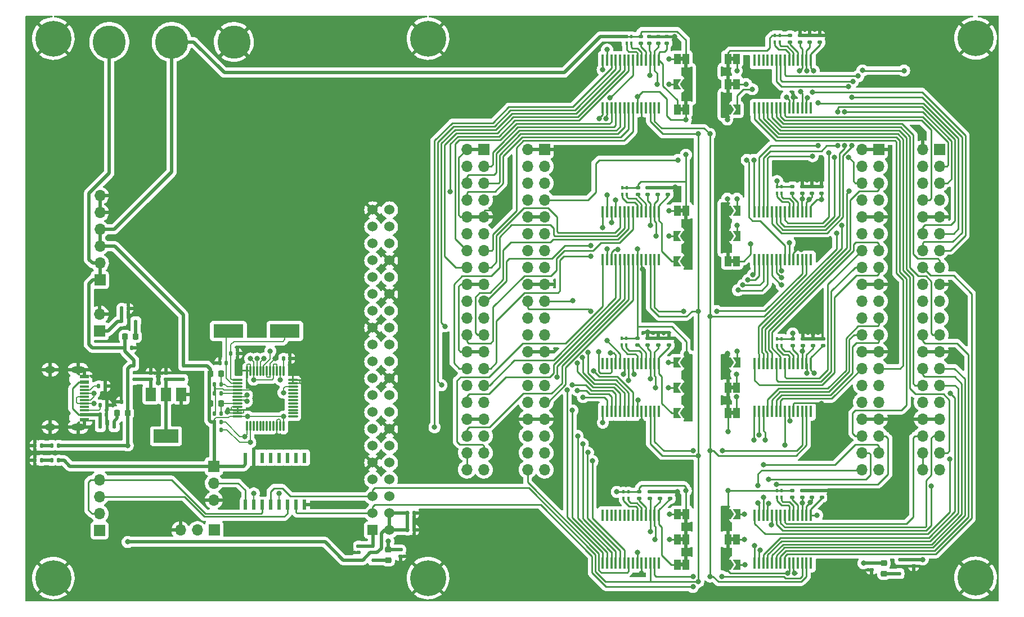
<source format=gtl>
%TF.GenerationSoftware,KiCad,Pcbnew,(6.0.7)*%
%TF.CreationDate,2023-05-23T08:43:16-04:00*%
%TF.ProjectId,ECELab_v1,4543454c-6162-45f7-9631-2e6b69636164,rev?*%
%TF.SameCoordinates,Original*%
%TF.FileFunction,Copper,L1,Top*%
%TF.FilePolarity,Positive*%
%FSLAX46Y46*%
G04 Gerber Fmt 4.6, Leading zero omitted, Abs format (unit mm)*
G04 Created by KiCad (PCBNEW (6.0.7)) date 2023-05-23 08:43:16*
%MOMM*%
%LPD*%
G01*
G04 APERTURE LIST*
G04 Aperture macros list*
%AMRoundRect*
0 Rectangle with rounded corners*
0 $1 Rounding radius*
0 $2 $3 $4 $5 $6 $7 $8 $9 X,Y pos of 4 corners*
0 Add a 4 corners polygon primitive as box body*
4,1,4,$2,$3,$4,$5,$6,$7,$8,$9,$2,$3,0*
0 Add four circle primitives for the rounded corners*
1,1,$1+$1,$2,$3*
1,1,$1+$1,$4,$5*
1,1,$1+$1,$6,$7*
1,1,$1+$1,$8,$9*
0 Add four rect primitives between the rounded corners*
20,1,$1+$1,$2,$3,$4,$5,0*
20,1,$1+$1,$4,$5,$6,$7,0*
20,1,$1+$1,$6,$7,$8,$9,0*
20,1,$1+$1,$8,$9,$2,$3,0*%
%AMFreePoly0*
4,1,6,1.000000,0.000000,0.500000,-0.750000,-0.500000,-0.750000,-0.500000,0.750000,0.500000,0.750000,1.000000,0.000000,1.000000,0.000000,$1*%
%AMFreePoly1*
4,1,6,0.500000,-0.750000,-0.650000,-0.750000,-0.150000,0.000000,-0.650000,0.750000,0.500000,0.750000,0.500000,-0.750000,0.500000,-0.750000,$1*%
G04 Aperture macros list end*
%TA.AperFunction,SMDPad,CuDef*%
%ADD10R,1.000000X1.500000*%
%TD*%
%TA.AperFunction,SMDPad,CuDef*%
%ADD11RoundRect,0.140000X0.170000X-0.140000X0.170000X0.140000X-0.170000X0.140000X-0.170000X-0.140000X0*%
%TD*%
%TA.AperFunction,SMDPad,CuDef*%
%ADD12RoundRect,0.140000X-0.170000X0.140000X-0.170000X-0.140000X0.170000X-0.140000X0.170000X0.140000X0*%
%TD*%
%TA.AperFunction,SMDPad,CuDef*%
%ADD13R,0.600000X0.450000*%
%TD*%
%TA.AperFunction,SMDPad,CuDef*%
%ADD14RoundRect,0.135000X0.185000X-0.135000X0.185000X0.135000X-0.185000X0.135000X-0.185000X-0.135000X0*%
%TD*%
%TA.AperFunction,SMDPad,CuDef*%
%ADD15RoundRect,0.140000X-0.140000X-0.170000X0.140000X-0.170000X0.140000X0.170000X-0.140000X0.170000X0*%
%TD*%
%TA.AperFunction,SMDPad,CuDef*%
%ADD16R,0.400000X0.500000*%
%TD*%
%TA.AperFunction,SMDPad,CuDef*%
%ADD17RoundRect,0.140000X0.140000X0.170000X-0.140000X0.170000X-0.140000X-0.170000X0.140000X-0.170000X0*%
%TD*%
%TA.AperFunction,SMDPad,CuDef*%
%ADD18RoundRect,0.135000X-0.135000X-0.185000X0.135000X-0.185000X0.135000X0.185000X-0.135000X0.185000X0*%
%TD*%
%TA.AperFunction,SMDPad,CuDef*%
%ADD19RoundRect,0.218750X0.256250X-0.218750X0.256250X0.218750X-0.256250X0.218750X-0.256250X-0.218750X0*%
%TD*%
%TA.AperFunction,SMDPad,CuDef*%
%ADD20R,0.450000X1.750000*%
%TD*%
%TA.AperFunction,ComponentPad*%
%ADD21R,1.700000X1.700000*%
%TD*%
%TA.AperFunction,ComponentPad*%
%ADD22O,1.700000X1.700000*%
%TD*%
%TA.AperFunction,SMDPad,CuDef*%
%ADD23FreePoly0,0.000000*%
%TD*%
%TA.AperFunction,SMDPad,CuDef*%
%ADD24FreePoly1,0.000000*%
%TD*%
%TA.AperFunction,ComponentPad*%
%ADD25C,5.000000*%
%TD*%
%TA.AperFunction,SMDPad,CuDef*%
%ADD26RoundRect,0.135000X0.135000X0.185000X-0.135000X0.185000X-0.135000X-0.185000X0.135000X-0.185000X0*%
%TD*%
%TA.AperFunction,SMDPad,CuDef*%
%ADD27RoundRect,0.218750X-0.218750X-0.256250X0.218750X-0.256250X0.218750X0.256250X-0.218750X0.256250X0*%
%TD*%
%TA.AperFunction,SMDPad,CuDef*%
%ADD28RoundRect,0.135000X-0.185000X0.135000X-0.185000X-0.135000X0.185000X-0.135000X0.185000X0.135000X0*%
%TD*%
%TA.AperFunction,SMDPad,CuDef*%
%ADD29R,0.600000X1.500000*%
%TD*%
%TA.AperFunction,SMDPad,CuDef*%
%ADD30FreePoly0,180.000000*%
%TD*%
%TA.AperFunction,SMDPad,CuDef*%
%ADD31FreePoly1,180.000000*%
%TD*%
%TA.AperFunction,ComponentPad*%
%ADD32R,1.524000X1.524000*%
%TD*%
%TA.AperFunction,ComponentPad*%
%ADD33C,1.524000*%
%TD*%
%TA.AperFunction,SMDPad,CuDef*%
%ADD34RoundRect,0.147500X-0.147500X-0.172500X0.147500X-0.172500X0.147500X0.172500X-0.147500X0.172500X0*%
%TD*%
%TA.AperFunction,SMDPad,CuDef*%
%ADD35R,1.500000X2.000000*%
%TD*%
%TA.AperFunction,SMDPad,CuDef*%
%ADD36R,3.800000X2.000000*%
%TD*%
%TA.AperFunction,SMDPad,CuDef*%
%ADD37R,1.450000X0.600000*%
%TD*%
%TA.AperFunction,SMDPad,CuDef*%
%ADD38R,1.450000X0.300000*%
%TD*%
%TA.AperFunction,ComponentPad*%
%ADD39O,1.600000X1.000000*%
%TD*%
%TA.AperFunction,ComponentPad*%
%ADD40O,2.100000X1.000000*%
%TD*%
%TA.AperFunction,SMDPad,CuDef*%
%ADD41R,0.450000X0.600000*%
%TD*%
%TA.AperFunction,SMDPad,CuDef*%
%ADD42RoundRect,0.075000X-0.662500X-0.075000X0.662500X-0.075000X0.662500X0.075000X-0.662500X0.075000X0*%
%TD*%
%TA.AperFunction,SMDPad,CuDef*%
%ADD43RoundRect,0.075000X-0.075000X-0.662500X0.075000X-0.662500X0.075000X0.662500X-0.075000X0.662500X0*%
%TD*%
%TA.AperFunction,SMDPad,CuDef*%
%ADD44R,4.500000X2.000000*%
%TD*%
%TA.AperFunction,SMDPad,CuDef*%
%ADD45RoundRect,0.218750X0.218750X0.256250X-0.218750X0.256250X-0.218750X-0.256250X0.218750X-0.256250X0*%
%TD*%
%TA.AperFunction,ComponentPad*%
%ADD46C,5.400000*%
%TD*%
%TA.AperFunction,ViaPad*%
%ADD47C,0.800000*%
%TD*%
%TA.AperFunction,Conductor*%
%ADD48C,0.254000*%
%TD*%
%TA.AperFunction,Conductor*%
%ADD49C,0.508000*%
%TD*%
%TA.AperFunction,Conductor*%
%ADD50C,0.190500*%
%TD*%
%TA.AperFunction,Conductor*%
%ADD51C,0.250000*%
%TD*%
G04 APERTURE END LIST*
G36*
X203450000Y-77770000D02*
G01*
X202950000Y-77770000D01*
X202950000Y-77170000D01*
X203450000Y-77170000D01*
X203450000Y-77770000D01*
G37*
G36*
X203450000Y-93010000D02*
G01*
X202950000Y-93010000D01*
X202950000Y-92410000D01*
X203450000Y-92410000D01*
X203450000Y-93010000D01*
G37*
G36*
X211070000Y-123490000D02*
G01*
X210570000Y-123490000D01*
X210570000Y-122890000D01*
X211070000Y-122890000D01*
X211070000Y-123490000D01*
G37*
G36*
X211070000Y-119680000D02*
G01*
X210570000Y-119680000D01*
X210570000Y-119080000D01*
X211070000Y-119080000D01*
X211070000Y-119680000D01*
G37*
G36*
X211070000Y-70150000D02*
G01*
X210570000Y-70150000D01*
X210570000Y-69550000D01*
X211070000Y-69550000D01*
X211070000Y-70150000D01*
G37*
G36*
X211070000Y-73960000D02*
G01*
X210570000Y-73960000D01*
X210570000Y-73360000D01*
X211070000Y-73360000D01*
X211070000Y-73960000D01*
G37*
G36*
X211070000Y-142540000D02*
G01*
X210570000Y-142540000D01*
X210570000Y-141940000D01*
X211070000Y-141940000D01*
X211070000Y-142540000D01*
G37*
G36*
X203450000Y-138730000D02*
G01*
X202950000Y-138730000D01*
X202950000Y-138130000D01*
X203450000Y-138130000D01*
X203450000Y-138730000D01*
G37*
G36*
X203450000Y-70150000D02*
G01*
X202950000Y-70150000D01*
X202950000Y-69550000D01*
X203450000Y-69550000D01*
X203450000Y-70150000D01*
G37*
G36*
X211070000Y-100630000D02*
G01*
X210570000Y-100630000D01*
X210570000Y-100030000D01*
X211070000Y-100030000D01*
X211070000Y-100630000D01*
G37*
G36*
X203450000Y-146350000D02*
G01*
X202950000Y-146350000D01*
X202950000Y-145750000D01*
X203450000Y-145750000D01*
X203450000Y-146350000D01*
G37*
G36*
X203450000Y-142540000D02*
G01*
X202950000Y-142540000D01*
X202950000Y-141940000D01*
X203450000Y-141940000D01*
X203450000Y-142540000D01*
G37*
D10*
X203850000Y-77470000D03*
X202550000Y-77470000D03*
D11*
X125628400Y-118158200D03*
X125628400Y-117198200D03*
D12*
X154609800Y-143258700D03*
X154609800Y-144218700D03*
D13*
X121065000Y-109397800D03*
X118965000Y-109397800D03*
D14*
X224000000Y-67360000D03*
X224000000Y-66340000D03*
D15*
X118976200Y-107442000D03*
X119936200Y-107442000D03*
D10*
X203850000Y-92710000D03*
X202550000Y-92710000D03*
D16*
X217531200Y-135932800D03*
X218231200Y-135932800D03*
X218231200Y-134932800D03*
X217531200Y-134932800D03*
D17*
X136344600Y-114274600D03*
X135384600Y-114274600D03*
X119860000Y-121513600D03*
X118900000Y-121513600D03*
D10*
X210170000Y-123190000D03*
X211470000Y-123190000D03*
D18*
X132890800Y-124561600D03*
X133910800Y-124561600D03*
D19*
X233654600Y-147421700D03*
X233654600Y-145846700D03*
D15*
X133733600Y-115646200D03*
X134693600Y-115646200D03*
D20*
X191355000Y-77260000D03*
X192005000Y-77260000D03*
X192655000Y-77260000D03*
X193305000Y-77260000D03*
X193955000Y-77260000D03*
X194605000Y-77260000D03*
X195255000Y-77260000D03*
X195905000Y-77260000D03*
X196555000Y-77260000D03*
X197205000Y-77260000D03*
X197855000Y-77260000D03*
X198505000Y-77260000D03*
X199155000Y-77260000D03*
X199805000Y-77260000D03*
X199805000Y-70060000D03*
X199155000Y-70060000D03*
X198505000Y-70060000D03*
X197855000Y-70060000D03*
X197205000Y-70060000D03*
X196555000Y-70060000D03*
X195905000Y-70060000D03*
X195255000Y-70060000D03*
X194605000Y-70060000D03*
X193955000Y-70060000D03*
X193305000Y-70060000D03*
X192655000Y-70060000D03*
X192005000Y-70060000D03*
X191355000Y-70060000D03*
D14*
X221462600Y-113032000D03*
X221462600Y-112012000D03*
D21*
X132842000Y-131231400D03*
D22*
X132842000Y-133771400D03*
X132842000Y-136311400D03*
D14*
X199923400Y-136120600D03*
X199923400Y-135100600D03*
D23*
X210095000Y-115570000D03*
D24*
X211545000Y-115570000D03*
D10*
X210170000Y-119380000D03*
X211470000Y-119380000D03*
D21*
X242037000Y-83477000D03*
D22*
X239497000Y-83477000D03*
X242037000Y-86017000D03*
X239497000Y-86017000D03*
X242037000Y-88557000D03*
X239497000Y-88557000D03*
X242037000Y-91097000D03*
X239497000Y-91097000D03*
X242037000Y-93637000D03*
X239497000Y-93637000D03*
X242037000Y-96177000D03*
X239497000Y-96177000D03*
X242037000Y-98717000D03*
X239497000Y-98717000D03*
X242037000Y-101257000D03*
X239497000Y-101257000D03*
X242037000Y-103797000D03*
X239497000Y-103797000D03*
X242037000Y-106337000D03*
X239497000Y-106337000D03*
X242037000Y-108877000D03*
X239497000Y-108877000D03*
X242037000Y-111417000D03*
X239497000Y-111417000D03*
X242037000Y-113957000D03*
X239497000Y-113957000D03*
X242037000Y-116497000D03*
X239497000Y-116497000D03*
X242037000Y-119037000D03*
X239497000Y-119037000D03*
X242037000Y-121577000D03*
X239497000Y-121577000D03*
X242037000Y-124117000D03*
X239497000Y-124117000D03*
X242037000Y-126657000D03*
X239497000Y-126657000D03*
X242037000Y-129197000D03*
X239497000Y-129197000D03*
X242037000Y-131737000D03*
X239497000Y-131737000D03*
D21*
X232893000Y-83477000D03*
D22*
X230353000Y-83477000D03*
X232893000Y-86017000D03*
X230353000Y-86017000D03*
X232893000Y-88557000D03*
X230353000Y-88557000D03*
X232893000Y-91097000D03*
X230353000Y-91097000D03*
X232893000Y-93637000D03*
X230353000Y-93637000D03*
X232893000Y-96177000D03*
X230353000Y-96177000D03*
X232893000Y-98717000D03*
X230353000Y-98717000D03*
X232893000Y-101257000D03*
X230353000Y-101257000D03*
X232893000Y-103797000D03*
X230353000Y-103797000D03*
X232893000Y-106337000D03*
X230353000Y-106337000D03*
X232893000Y-108877000D03*
X230353000Y-108877000D03*
X232893000Y-111417000D03*
X230353000Y-111417000D03*
X232893000Y-113957000D03*
X230353000Y-113957000D03*
X232893000Y-116497000D03*
X230353000Y-116497000D03*
X232893000Y-119037000D03*
X230353000Y-119037000D03*
X232893000Y-121577000D03*
X230353000Y-121577000D03*
X232893000Y-124117000D03*
X230353000Y-124117000D03*
X232893000Y-126657000D03*
X230353000Y-126657000D03*
X232893000Y-129197000D03*
X230353000Y-129197000D03*
X232893000Y-131737000D03*
X230353000Y-131737000D03*
D21*
X182601000Y-83477000D03*
D22*
X180061000Y-83477000D03*
X182601000Y-86017000D03*
X180061000Y-86017000D03*
X182601000Y-88557000D03*
X180061000Y-88557000D03*
X182601000Y-91097000D03*
X180061000Y-91097000D03*
X182601000Y-93637000D03*
X180061000Y-93637000D03*
X182601000Y-96177000D03*
X180061000Y-96177000D03*
X182601000Y-98717000D03*
X180061000Y-98717000D03*
X182601000Y-101257000D03*
X180061000Y-101257000D03*
X182601000Y-103797000D03*
X180061000Y-103797000D03*
X182601000Y-106337000D03*
X180061000Y-106337000D03*
X182601000Y-108877000D03*
X180061000Y-108877000D03*
X182601000Y-111417000D03*
X180061000Y-111417000D03*
X182601000Y-113957000D03*
X180061000Y-113957000D03*
X182601000Y-116497000D03*
X180061000Y-116497000D03*
X182601000Y-119037000D03*
X180061000Y-119037000D03*
X182601000Y-121577000D03*
X180061000Y-121577000D03*
X182601000Y-124117000D03*
X180061000Y-124117000D03*
X182601000Y-126657000D03*
X180061000Y-126657000D03*
X182601000Y-129197000D03*
X180061000Y-129197000D03*
X182601000Y-131737000D03*
X180061000Y-131737000D03*
D21*
X173457000Y-83477000D03*
D22*
X170917000Y-83477000D03*
X173457000Y-86017000D03*
X170917000Y-86017000D03*
X173457000Y-88557000D03*
X170917000Y-88557000D03*
X173457000Y-91097000D03*
X170917000Y-91097000D03*
X173457000Y-93637000D03*
X170917000Y-93637000D03*
X173457000Y-96177000D03*
X170917000Y-96177000D03*
X173457000Y-98717000D03*
X170917000Y-98717000D03*
X173457000Y-101257000D03*
X170917000Y-101257000D03*
X173457000Y-103797000D03*
X170917000Y-103797000D03*
X173457000Y-106337000D03*
X170917000Y-106337000D03*
X173457000Y-108877000D03*
X170917000Y-108877000D03*
X173457000Y-111417000D03*
X170917000Y-111417000D03*
X173457000Y-113957000D03*
X170917000Y-113957000D03*
X173457000Y-116497000D03*
X170917000Y-116497000D03*
X173457000Y-119037000D03*
X170917000Y-119037000D03*
X173457000Y-121577000D03*
X170917000Y-121577000D03*
X173457000Y-124117000D03*
X170917000Y-124117000D03*
X173457000Y-126657000D03*
X170917000Y-126657000D03*
X173457000Y-129197000D03*
X170917000Y-129197000D03*
X173457000Y-131737000D03*
X170917000Y-131737000D03*
D25*
X135839200Y-67310000D03*
D10*
X210170000Y-69850000D03*
X211470000Y-69850000D03*
D26*
X116715000Y-122021600D03*
X115695000Y-122021600D03*
D16*
X194925000Y-67475000D03*
X195625000Y-67475000D03*
X195625000Y-66475000D03*
X194925000Y-66475000D03*
D27*
X118287700Y-123215400D03*
X119862700Y-123215400D03*
D20*
X191355000Y-122980000D03*
X192005000Y-122980000D03*
X192655000Y-122980000D03*
X193305000Y-122980000D03*
X193955000Y-122980000D03*
X194605000Y-122980000D03*
X195255000Y-122980000D03*
X195905000Y-122980000D03*
X196555000Y-122980000D03*
X197205000Y-122980000D03*
X197855000Y-122980000D03*
X198505000Y-122980000D03*
X199155000Y-122980000D03*
X199805000Y-122980000D03*
X199805000Y-115780000D03*
X199155000Y-115780000D03*
X198505000Y-115780000D03*
X197855000Y-115780000D03*
X197205000Y-115780000D03*
X196555000Y-115780000D03*
X195905000Y-115780000D03*
X195255000Y-115780000D03*
X194605000Y-115780000D03*
X193955000Y-115780000D03*
X193305000Y-115780000D03*
X192655000Y-115780000D03*
X192005000Y-115780000D03*
X191355000Y-115780000D03*
D14*
X221361000Y-135942800D03*
X221361000Y-134922800D03*
X222961200Y-113032000D03*
X222961200Y-112012000D03*
D21*
X115671600Y-110891400D03*
D22*
X115671600Y-108351400D03*
D23*
X210095000Y-92710000D03*
D24*
X211545000Y-92710000D03*
D28*
X196550800Y-111978600D03*
X196550800Y-112998600D03*
D23*
X210095000Y-96520000D03*
D24*
X211545000Y-96520000D03*
D29*
X137566400Y-137052400D03*
X138836400Y-137052400D03*
X140106400Y-137052400D03*
X141376400Y-137052400D03*
X142646400Y-137052400D03*
X143916400Y-137052400D03*
X145186400Y-137052400D03*
X146456400Y-137052400D03*
X146456400Y-129952400D03*
X145186400Y-129952400D03*
X143916400Y-129952400D03*
X142646400Y-129952400D03*
X141376400Y-129952400D03*
X140106400Y-129952400D03*
X138836400Y-129952400D03*
X137566400Y-129952400D03*
D17*
X133908200Y-123317000D03*
X132948200Y-123317000D03*
D14*
X198125600Y-112998600D03*
X198125600Y-111978600D03*
D21*
X132877800Y-140862200D03*
D22*
X130337800Y-140862200D03*
X127797800Y-140862200D03*
D10*
X210170000Y-73660000D03*
X211470000Y-73660000D03*
D30*
X203925000Y-115570000D03*
D31*
X202475000Y-115570000D03*
D20*
X214215000Y-145840000D03*
X214865000Y-145840000D03*
X215515000Y-145840000D03*
X216165000Y-145840000D03*
X216815000Y-145840000D03*
X217465000Y-145840000D03*
X218115000Y-145840000D03*
X218765000Y-145840000D03*
X219415000Y-145840000D03*
X220065000Y-145840000D03*
X220715000Y-145840000D03*
X221365000Y-145840000D03*
X222015000Y-145840000D03*
X222665000Y-145840000D03*
X222665000Y-138640000D03*
X222015000Y-138640000D03*
X221365000Y-138640000D03*
X220715000Y-138640000D03*
X220065000Y-138640000D03*
X219415000Y-138640000D03*
X218765000Y-138640000D03*
X218115000Y-138640000D03*
X217465000Y-138640000D03*
X216815000Y-138640000D03*
X216165000Y-138640000D03*
X215515000Y-138640000D03*
X214865000Y-138640000D03*
X214215000Y-138640000D03*
D16*
X217582000Y-113022000D03*
X218282000Y-113022000D03*
X218282000Y-112022000D03*
X217582000Y-112022000D03*
D14*
X201472800Y-136120600D03*
X201472800Y-135100600D03*
D25*
X117094000Y-67310000D03*
D28*
X219938600Y-112012000D03*
X219938600Y-113032000D03*
D10*
X210170000Y-142240000D03*
X211470000Y-142240000D03*
D15*
X161978400Y-138303000D03*
X162938400Y-138303000D03*
D16*
X217275000Y-67350000D03*
X217975000Y-67350000D03*
X217975000Y-66350000D03*
X217275000Y-66350000D03*
D32*
X156732400Y-140860800D03*
D33*
X159272400Y-140860800D03*
X156732400Y-138320800D03*
X159272400Y-138320800D03*
X156732400Y-135780800D03*
X159272400Y-135780800D03*
X156732400Y-133240800D03*
X159272400Y-133240800D03*
X156732400Y-130700800D03*
X159272400Y-130700800D03*
X156732400Y-128160800D03*
X159272400Y-128160800D03*
X156732400Y-125620800D03*
X159272400Y-125620800D03*
X156732400Y-123080800D03*
X159272400Y-123080800D03*
X156732400Y-120540800D03*
X159272400Y-120540800D03*
X156732400Y-118000800D03*
X159272400Y-118000800D03*
X156732400Y-115460800D03*
X159272400Y-115460800D03*
X156732400Y-112920800D03*
X159272400Y-112920800D03*
X156732400Y-110380800D03*
X159272400Y-110380800D03*
X156732400Y-107840800D03*
X159272400Y-107840800D03*
X156732400Y-105300800D03*
X159272400Y-105300800D03*
X156732400Y-102760800D03*
X159272400Y-102760800D03*
X156732400Y-100220800D03*
X159272400Y-100220800D03*
X156732400Y-97680800D03*
X159272400Y-97680800D03*
X156732400Y-95140800D03*
X159272400Y-95140800D03*
X156732400Y-92600800D03*
X159272400Y-92600800D03*
D34*
X105913200Y-128092200D03*
X106883200Y-128092200D03*
D35*
X127928400Y-120421000D03*
X125628400Y-120421000D03*
D36*
X125628400Y-126721000D03*
D35*
X123328400Y-120421000D03*
D14*
X198350000Y-67485000D03*
X198350000Y-66465000D03*
D10*
X203850000Y-138430000D03*
X202550000Y-138430000D03*
D27*
X132335900Y-117322600D03*
X133910900Y-117322600D03*
D13*
X117839200Y-125349000D03*
X115739200Y-125349000D03*
D15*
X119458800Y-113360200D03*
X120418800Y-113360200D03*
D28*
X219550000Y-66340000D03*
X219550000Y-67360000D03*
D12*
X231800400Y-145849400D03*
X231800400Y-146809400D03*
D23*
X210095000Y-77470000D03*
D24*
X211545000Y-77470000D03*
D18*
X132890800Y-125755400D03*
X133910800Y-125755400D03*
D37*
X113314600Y-117755600D03*
X113314600Y-118555600D03*
D38*
X113314600Y-119755600D03*
X113314600Y-120755600D03*
X113314600Y-121255600D03*
X113314600Y-122255600D03*
D37*
X113314600Y-123455600D03*
X113314600Y-124255600D03*
X113314600Y-124255600D03*
X113314600Y-123455600D03*
D38*
X113314600Y-122755600D03*
X113314600Y-121755600D03*
X113314600Y-120255600D03*
X113314600Y-119255600D03*
D37*
X113314600Y-118555600D03*
X113314600Y-117755600D03*
D39*
X108219600Y-125325600D03*
X108219600Y-116685600D03*
D40*
X112399600Y-116685600D03*
X112399600Y-125325600D03*
D14*
X201300600Y-112998600D03*
X201300600Y-111978600D03*
D10*
X203850000Y-69850000D03*
X202550000Y-69850000D03*
D20*
X214215000Y-100120000D03*
X214865000Y-100120000D03*
X215515000Y-100120000D03*
X216165000Y-100120000D03*
X216815000Y-100120000D03*
X217465000Y-100120000D03*
X218115000Y-100120000D03*
X218765000Y-100120000D03*
X219415000Y-100120000D03*
X220065000Y-100120000D03*
X220715000Y-100120000D03*
X221365000Y-100120000D03*
X222015000Y-100120000D03*
X222665000Y-100120000D03*
X222665000Y-92920000D03*
X222015000Y-92920000D03*
X221365000Y-92920000D03*
X220715000Y-92920000D03*
X220065000Y-92920000D03*
X219415000Y-92920000D03*
X218765000Y-92920000D03*
X218115000Y-92920000D03*
X217465000Y-92920000D03*
X216815000Y-92920000D03*
X216165000Y-92920000D03*
X215515000Y-92920000D03*
X214865000Y-92920000D03*
X214215000Y-92920000D03*
D41*
X156750800Y-145377000D03*
X156750800Y-143277000D03*
D15*
X161978400Y-140843000D03*
X162938400Y-140843000D03*
D42*
X136401100Y-118255600D03*
X136401100Y-118755600D03*
X136401100Y-119255600D03*
X136401100Y-119755600D03*
X136401100Y-120255600D03*
X136401100Y-120755600D03*
X136401100Y-121255600D03*
X136401100Y-121755600D03*
X136401100Y-122255600D03*
X136401100Y-122755600D03*
X136401100Y-123255600D03*
X136401100Y-123755600D03*
D43*
X137813600Y-125168100D03*
X138313600Y-125168100D03*
X138813600Y-125168100D03*
X139313600Y-125168100D03*
X139813600Y-125168100D03*
X140313600Y-125168100D03*
X140813600Y-125168100D03*
X141313600Y-125168100D03*
X141813600Y-125168100D03*
X142313600Y-125168100D03*
X142813600Y-125168100D03*
X143313600Y-125168100D03*
D42*
X144726100Y-123755600D03*
X144726100Y-123255600D03*
X144726100Y-122755600D03*
X144726100Y-122255600D03*
X144726100Y-121755600D03*
X144726100Y-121255600D03*
X144726100Y-120755600D03*
X144726100Y-120255600D03*
X144726100Y-119755600D03*
X144726100Y-119255600D03*
X144726100Y-118755600D03*
X144726100Y-118255600D03*
D43*
X143313600Y-116843100D03*
X142813600Y-116843100D03*
X142313600Y-116843100D03*
X141813600Y-116843100D03*
X141313600Y-116843100D03*
X140813600Y-116843100D03*
X140313600Y-116843100D03*
X139813600Y-116843100D03*
X139313600Y-116843100D03*
X138813600Y-116843100D03*
X138313600Y-116843100D03*
X137813600Y-116843100D03*
D17*
X133908200Y-118897400D03*
X132948200Y-118897400D03*
D20*
X191355000Y-145840000D03*
X192005000Y-145840000D03*
X192655000Y-145840000D03*
X193305000Y-145840000D03*
X193955000Y-145840000D03*
X194605000Y-145840000D03*
X195255000Y-145840000D03*
X195905000Y-145840000D03*
X196555000Y-145840000D03*
X197205000Y-145840000D03*
X197855000Y-145840000D03*
X198505000Y-145840000D03*
X199155000Y-145840000D03*
X199805000Y-145840000D03*
X199805000Y-138640000D03*
X199155000Y-138640000D03*
X198505000Y-138640000D03*
X197855000Y-138640000D03*
X197205000Y-138640000D03*
X196555000Y-138640000D03*
X195905000Y-138640000D03*
X195255000Y-138640000D03*
X194605000Y-138640000D03*
X193955000Y-138640000D03*
X193305000Y-138640000D03*
X192655000Y-138640000D03*
X192005000Y-138640000D03*
X191355000Y-138640000D03*
D44*
X143518200Y-110845600D03*
X135018200Y-110845600D03*
D23*
X210095000Y-146050000D03*
D24*
X211545000Y-146050000D03*
D23*
X210095000Y-138430000D03*
D24*
X211545000Y-138430000D03*
D25*
X126492000Y-67310000D03*
D14*
X224307400Y-135942800D03*
X224307400Y-134922800D03*
X222808800Y-135942800D03*
X222808800Y-134922800D03*
D21*
X115627000Y-140909200D03*
D22*
X115627000Y-138369200D03*
X115627000Y-135829200D03*
X115627000Y-133289200D03*
D14*
X199650000Y-90260000D03*
X199650000Y-89240000D03*
D30*
X203925000Y-119380000D03*
D31*
X202475000Y-119380000D03*
D20*
X191355000Y-100120000D03*
X192005000Y-100120000D03*
X192655000Y-100120000D03*
X193305000Y-100120000D03*
X193955000Y-100120000D03*
X194605000Y-100120000D03*
X195255000Y-100120000D03*
X195905000Y-100120000D03*
X196555000Y-100120000D03*
X197205000Y-100120000D03*
X197855000Y-100120000D03*
X198505000Y-100120000D03*
X199155000Y-100120000D03*
X199805000Y-100120000D03*
X199805000Y-92920000D03*
X199155000Y-92920000D03*
X198505000Y-92920000D03*
X197855000Y-92920000D03*
X197205000Y-92920000D03*
X196555000Y-92920000D03*
X195905000Y-92920000D03*
X195255000Y-92920000D03*
X194605000Y-92920000D03*
X193955000Y-92920000D03*
X193305000Y-92920000D03*
X192655000Y-92920000D03*
X192005000Y-92920000D03*
X191355000Y-92920000D03*
D41*
X128219200Y-116069400D03*
X128219200Y-118169400D03*
D11*
X123342400Y-118158200D03*
X123342400Y-117198200D03*
D30*
X203925000Y-123190000D03*
D31*
X202475000Y-123190000D03*
D14*
X198399400Y-136120600D03*
X198399400Y-135100600D03*
D20*
X214215000Y-122980000D03*
X214865000Y-122980000D03*
X215515000Y-122980000D03*
X216165000Y-122980000D03*
X216815000Y-122980000D03*
X217465000Y-122980000D03*
X218115000Y-122980000D03*
X218765000Y-122980000D03*
X219415000Y-122980000D03*
X220065000Y-122980000D03*
X220715000Y-122980000D03*
X221365000Y-122980000D03*
X222015000Y-122980000D03*
X222665000Y-122980000D03*
X222665000Y-115780000D03*
X222015000Y-115780000D03*
X221365000Y-115780000D03*
X220715000Y-115780000D03*
X220065000Y-115780000D03*
X219415000Y-115780000D03*
X218765000Y-115780000D03*
X218115000Y-115780000D03*
X217465000Y-115780000D03*
X216815000Y-115780000D03*
X216165000Y-115780000D03*
X215515000Y-115780000D03*
X214865000Y-115780000D03*
X214215000Y-115780000D03*
D17*
X144269400Y-115011200D03*
X143309400Y-115011200D03*
D12*
X238125000Y-145290600D03*
X238125000Y-146250600D03*
D14*
X201175000Y-90260000D03*
X201175000Y-89240000D03*
D45*
X121056500Y-111683800D03*
X119481500Y-111683800D03*
D14*
X221025000Y-67360000D03*
X221025000Y-66340000D03*
D15*
X115725000Y-123444000D03*
X116685000Y-123444000D03*
D19*
X159080200Y-145389800D03*
X159080200Y-143814800D03*
D46*
X165049200Y-66802000D03*
D27*
X132335900Y-121793000D03*
X133910900Y-121793000D03*
D26*
X133938200Y-120243600D03*
X132918200Y-120243600D03*
D14*
X221350000Y-90110000D03*
X221350000Y-89090000D03*
X198100000Y-90260000D03*
X198100000Y-89240000D03*
X224300000Y-90110000D03*
X224300000Y-89090000D03*
D16*
X194168800Y-112988600D03*
X194868800Y-112988600D03*
X194868800Y-111988600D03*
X194168800Y-111988600D03*
D26*
X109466500Y-130352800D03*
X108446500Y-130352800D03*
D46*
X108661200Y-148082000D03*
X247446800Y-66776600D03*
D10*
X210170000Y-100330000D03*
X211470000Y-100330000D03*
D46*
X165049200Y-148082000D03*
D26*
X109476000Y-128092200D03*
X108456000Y-128092200D03*
D30*
X203925000Y-73660000D03*
D31*
X202475000Y-73660000D03*
D21*
X115677800Y-103174800D03*
D22*
X115677800Y-100634800D03*
X115677800Y-98094800D03*
X115677800Y-95554800D03*
X115677800Y-93014800D03*
X115677800Y-90474800D03*
D14*
X200975000Y-67485000D03*
X200975000Y-66465000D03*
D41*
X236016800Y-147404800D03*
X236016800Y-145304800D03*
D28*
X219862400Y-134922800D03*
X219862400Y-135942800D03*
D46*
X247446800Y-148056600D03*
D16*
X194300000Y-90250000D03*
X195000000Y-90250000D03*
X195000000Y-89250000D03*
X194300000Y-89250000D03*
D41*
X120827800Y-118169400D03*
X120827800Y-116069400D03*
D28*
X197050000Y-66465000D03*
X197050000Y-67485000D03*
D14*
X199675000Y-67485000D03*
X199675000Y-66465000D03*
D46*
X108661200Y-66802000D03*
D16*
X194493400Y-136110600D03*
X195193400Y-136110600D03*
X195193400Y-135110600D03*
X194493400Y-135110600D03*
D28*
X196625000Y-89240000D03*
X196625000Y-90260000D03*
D14*
X222500000Y-67360000D03*
X222500000Y-66340000D03*
D28*
X196850000Y-135100600D03*
X196850000Y-136120600D03*
D30*
X203925000Y-100330000D03*
D31*
X202475000Y-100330000D03*
D10*
X203850000Y-146050000D03*
X202550000Y-146050000D03*
D14*
X224485200Y-113032000D03*
X224485200Y-112012000D03*
D18*
X115491800Y-119151400D03*
X116511800Y-119151400D03*
D14*
X222825000Y-90110000D03*
X222825000Y-89090000D03*
D34*
X105906100Y-130352800D03*
X106876100Y-130352800D03*
D16*
X217575000Y-90100000D03*
X218275000Y-90100000D03*
X218275000Y-89100000D03*
X217575000Y-89100000D03*
D28*
X219900000Y-89090000D03*
X219900000Y-90110000D03*
D14*
X199700400Y-112998600D03*
X199700400Y-111978600D03*
D10*
X203850000Y-142240000D03*
X202550000Y-142240000D03*
D12*
X160934400Y-143817500D03*
X160934400Y-144777500D03*
D20*
X214215000Y-77260000D03*
X214865000Y-77260000D03*
X215515000Y-77260000D03*
X216165000Y-77260000D03*
X216815000Y-77260000D03*
X217465000Y-77260000D03*
X218115000Y-77260000D03*
X218765000Y-77260000D03*
X219415000Y-77260000D03*
X220065000Y-77260000D03*
X220715000Y-77260000D03*
X221365000Y-77260000D03*
X222015000Y-77260000D03*
X222665000Y-77260000D03*
X222665000Y-70060000D03*
X222015000Y-70060000D03*
X221365000Y-70060000D03*
X220715000Y-70060000D03*
X220065000Y-70060000D03*
X219415000Y-70060000D03*
X218765000Y-70060000D03*
X218115000Y-70060000D03*
X217465000Y-70060000D03*
X216815000Y-70060000D03*
X216165000Y-70060000D03*
X215515000Y-70060000D03*
X214865000Y-70060000D03*
X214215000Y-70060000D03*
D30*
X203925000Y-96520000D03*
D31*
X202475000Y-96520000D03*
D47*
X167640000Y-139700000D03*
X193040000Y-150774400D03*
X106680000Y-88900000D03*
X204470000Y-110490000D03*
X106680000Y-73660000D03*
X248920000Y-124460000D03*
X111760000Y-88900000D03*
X177800000Y-64770000D03*
X222961200Y-111226600D03*
X106680000Y-114300000D03*
X187960000Y-64770000D03*
X106680000Y-104140000D03*
X248920000Y-109220000D03*
X106680000Y-78740000D03*
X162560000Y-119380000D03*
X142036800Y-115027650D03*
X167640000Y-73660000D03*
X182880000Y-69850000D03*
X223520000Y-106680000D03*
X248920000Y-83820000D03*
X233680000Y-137160000D03*
X197205600Y-147345400D03*
X213360000Y-66040000D03*
X147320000Y-104140000D03*
X208280000Y-150774400D03*
X111760000Y-83820000D03*
X111760000Y-138430000D03*
X177800000Y-149860000D03*
X248920000Y-99060000D03*
X157480000Y-73660000D03*
X137160000Y-149860000D03*
X182880000Y-149860000D03*
X152400000Y-64770000D03*
X207010000Y-72390000D03*
X148437600Y-137058400D03*
X182880000Y-144780000D03*
X142240000Y-99060000D03*
X157480000Y-69850000D03*
X176530000Y-132080000D03*
X221175000Y-98591498D03*
X236220000Y-127000000D03*
X220230990Y-147314982D03*
X157480000Y-78740000D03*
X162560000Y-99060000D03*
X134848600Y-123012200D03*
X223520000Y-149860000D03*
X208686400Y-89509600D03*
X172720000Y-139700000D03*
X162560000Y-73660000D03*
X198120000Y-129540000D03*
X228600000Y-137160000D03*
X132080000Y-99060000D03*
X106680000Y-93980000D03*
X157480000Y-83820000D03*
X228600000Y-66040000D03*
X111760000Y-104140000D03*
X190500000Y-127000000D03*
X152400000Y-127000000D03*
X137160000Y-104140000D03*
X238760000Y-66040000D03*
X119380000Y-83820000D03*
X106680000Y-138430000D03*
X202125000Y-66475000D03*
X142240000Y-140970000D03*
X147320000Y-127000000D03*
X243840000Y-73660000D03*
X111760000Y-93980000D03*
X193040000Y-83820000D03*
X177800000Y-139700000D03*
X124460000Y-78740000D03*
X162560000Y-88900000D03*
X198120000Y-150774400D03*
X195580000Y-83820000D03*
X248920000Y-73660000D03*
X106680000Y-109220000D03*
X233680000Y-149860000D03*
X162560000Y-104140000D03*
X137160000Y-99060000D03*
X147320000Y-149860000D03*
X233680000Y-66040000D03*
X152400000Y-88900000D03*
X162560000Y-93980000D03*
X114300000Y-144780000D03*
X248920000Y-139700000D03*
X121920000Y-99060000D03*
X142240000Y-69850000D03*
X142316200Y-126568200D03*
X177800000Y-144780000D03*
X200660000Y-83820000D03*
X106680000Y-99060000D03*
X197333500Y-101577367D03*
X248920000Y-93980000D03*
X248920000Y-114300000D03*
X162560000Y-78740000D03*
X152400000Y-119380000D03*
X172720000Y-64770000D03*
X137160000Y-144780000D03*
X147320000Y-69850000D03*
X119380000Y-73660000D03*
X152400000Y-104140000D03*
X248920000Y-134620000D03*
X147320000Y-114300000D03*
X137160000Y-140970000D03*
X106680000Y-123190000D03*
X224282000Y-88105700D03*
X162560000Y-129540000D03*
X172720000Y-149860000D03*
X111760000Y-73660000D03*
X140817600Y-120446800D03*
X106680000Y-118110000D03*
X152400000Y-109220000D03*
X227330000Y-127000000D03*
X224256600Y-121810900D03*
X182880000Y-73660000D03*
X193040000Y-129540000D03*
X243840000Y-68580000D03*
X187960000Y-150774400D03*
X234950000Y-114300000D03*
X124460000Y-83820000D03*
X124460000Y-73660000D03*
X228600000Y-149860000D03*
X152400000Y-114300000D03*
X124460000Y-144780000D03*
X139293600Y-110109000D03*
X172720000Y-69850000D03*
X248920000Y-104140000D03*
X172720000Y-144780000D03*
X195580000Y-127000000D03*
X124460000Y-149860000D03*
X147320000Y-64770000D03*
X147320000Y-144780000D03*
X127000000Y-104140000D03*
X147320000Y-132080000D03*
X153390600Y-144221200D03*
X114300000Y-149860000D03*
X172720000Y-73660000D03*
X248920000Y-129540000D03*
X220068346Y-75663010D03*
X147320000Y-99060000D03*
X152400000Y-78740000D03*
X127000000Y-99060000D03*
X162560000Y-109220000D03*
X238760000Y-149860000D03*
X177800000Y-69850000D03*
X157480000Y-64770000D03*
X176530000Y-127000000D03*
X162560000Y-124460000D03*
X142240000Y-104140000D03*
X198120000Y-111023400D03*
X152400000Y-83820000D03*
X157480000Y-88900000D03*
X197205600Y-78968600D03*
X111760000Y-114300000D03*
X106680000Y-133350000D03*
X142240000Y-149860000D03*
X236220000Y-132080000D03*
X248920000Y-88900000D03*
X244440700Y-113995200D03*
X162560000Y-83820000D03*
X248920000Y-78740000D03*
X202565000Y-135102600D03*
X152400000Y-132080000D03*
X142240000Y-64770000D03*
X182880000Y-64770000D03*
X218440000Y-150774400D03*
X152400000Y-140970000D03*
X202275000Y-89225000D03*
X152400000Y-73660000D03*
X208280000Y-66040000D03*
X177130500Y-92608400D03*
X132080000Y-104140000D03*
X106680000Y-83820000D03*
X147320000Y-109220000D03*
X162560000Y-114300000D03*
X203200000Y-150774400D03*
X177800000Y-73660000D03*
X207010000Y-77470000D03*
X147320000Y-140970000D03*
X248920000Y-119380000D03*
X152400000Y-99060000D03*
X223520000Y-129540000D03*
X197205600Y-124435100D03*
X152400000Y-69850000D03*
X119380000Y-78740000D03*
X111760000Y-109220000D03*
X119380000Y-144780000D03*
X142240000Y-144780000D03*
X119380000Y-149860000D03*
X106680000Y-144780000D03*
X147320000Y-119380000D03*
X111760000Y-99060000D03*
X111760000Y-133350000D03*
X213360000Y-150774400D03*
X167640000Y-78740000D03*
X111760000Y-78740000D03*
X119862600Y-128092200D03*
X119862600Y-142646400D03*
X239496600Y-145279100D03*
X203850000Y-134914400D03*
X219450000Y-97575000D03*
X196551012Y-98477571D03*
X203850000Y-79000000D03*
X219497000Y-124430500D03*
X217575000Y-88255500D03*
X230606600Y-145846800D03*
X193471800Y-135102600D03*
X138320705Y-115010872D03*
X210108800Y-114249200D03*
X210083400Y-78994000D03*
X218975000Y-75650000D03*
X210168062Y-125992100D03*
X210175000Y-75625000D03*
X196555089Y-144203422D03*
X196683500Y-121310400D03*
X196551705Y-75527181D03*
X203925000Y-121271200D03*
X203925000Y-98563600D03*
X219938600Y-111226600D03*
X138811000Y-118186200D03*
X219177808Y-147340933D03*
X210100000Y-90932000D03*
X137922000Y-123748800D03*
X203860400Y-84309500D03*
X143306800Y-123748800D03*
X159080200Y-142544800D03*
X210210400Y-134924800D03*
X210170000Y-98550000D03*
X210170000Y-121625600D03*
X203850000Y-144257000D03*
X203925000Y-114263000D03*
X142824200Y-118186200D03*
X137795000Y-121471703D03*
X114757200Y-121742200D03*
X137795000Y-120472200D03*
X114782600Y-120218200D03*
X198501000Y-118059200D03*
X201244200Y-115570000D03*
X211550000Y-90925000D03*
X221350000Y-90925000D03*
X221393771Y-136764646D03*
X212699600Y-138430000D03*
X211556600Y-113944400D03*
X221396104Y-113935739D03*
X201218800Y-119380000D03*
X199263000Y-119380000D03*
X211550000Y-94975000D03*
X222416847Y-91081277D03*
X222537717Y-136711117D03*
X212674200Y-142240000D03*
X211455000Y-117398800D03*
X222021400Y-117221000D03*
X213600000Y-97769500D03*
X224300000Y-91050000D03*
X223621600Y-138633200D03*
X212725000Y-146050000D03*
X223139000Y-117221000D03*
X211480400Y-120783502D03*
X198500000Y-94900000D03*
X201275000Y-92725000D03*
X201350000Y-69850000D03*
X198475000Y-72350000D03*
X211525000Y-71650000D03*
X220950000Y-71649612D03*
X201396600Y-138430000D03*
X198501000Y-141097000D03*
X201275000Y-96525000D03*
X199400000Y-96525000D03*
X199550000Y-73650000D03*
X201275000Y-73650000D03*
X222020008Y-71654508D03*
X212925000Y-73650000D03*
X201396600Y-142240000D03*
X199161400Y-142240000D03*
X213850000Y-74430500D03*
X223100000Y-71650000D03*
X143306800Y-120142000D03*
X141325600Y-113868200D03*
X137490200Y-126746000D03*
X138836400Y-135331200D03*
X209296000Y-147853400D03*
X208508600Y-107857300D03*
X205714600Y-107873800D03*
X209389562Y-128854700D03*
X221107000Y-74805500D03*
X205715029Y-148631900D03*
X205689200Y-81178400D03*
X205714600Y-129641600D03*
X142621000Y-135331200D03*
X138303000Y-127635000D03*
X222143500Y-75692000D03*
X207467200Y-81178400D03*
X204936100Y-128863100D03*
X207492600Y-147853400D03*
X207492600Y-108661200D03*
X207492600Y-128863100D03*
X204927200Y-149410400D03*
X203530200Y-107899200D03*
X204936100Y-147853400D03*
X140319702Y-115011102D03*
X139320203Y-115013869D03*
X186009969Y-119786400D03*
X186788469Y-122834400D03*
X187566969Y-126669800D03*
X188345469Y-127889000D03*
X189123969Y-129184400D03*
X189794164Y-130454400D03*
X191363600Y-124663200D03*
X188386635Y-120827800D03*
X187553600Y-119791608D03*
X186754908Y-119013108D03*
X187477192Y-115696792D03*
X188315600Y-114858800D03*
X189162700Y-114046000D03*
X189941200Y-116890800D03*
X196033500Y-117374947D03*
X189509330Y-107864964D03*
X186839208Y-106302192D03*
X195254183Y-118334217D03*
X194471300Y-117362742D03*
X191995627Y-112333167D03*
X192506600Y-114147600D03*
X190748128Y-114001072D03*
X213938803Y-102394500D03*
X213192931Y-103169000D03*
X212445025Y-103944000D03*
X211696023Y-104705500D03*
X218267726Y-103937056D03*
X218259294Y-102842400D03*
X218266197Y-101773803D03*
X213030997Y-85079000D03*
X202675000Y-85079000D03*
X192439397Y-75731498D03*
X168385500Y-89865200D03*
X167589200Y-110159800D03*
X167081200Y-119024400D03*
X166039800Y-125349000D03*
X228360603Y-84660603D03*
X192000000Y-68450000D03*
X191336603Y-71486603D03*
X229800000Y-72450000D03*
X228998028Y-73230500D03*
X228307260Y-74025928D03*
X225327776Y-84059205D03*
X230436165Y-71610262D03*
X236702600Y-71625000D03*
X226186500Y-84669500D03*
X227775000Y-77819500D03*
X227771571Y-82949012D03*
X228825000Y-82936500D03*
X228825000Y-75650000D03*
X222925000Y-74850000D03*
X222925000Y-84511500D03*
X226718143Y-82936500D03*
X226721720Y-77797880D03*
X223763500Y-76525000D03*
X223750000Y-82936500D03*
X214084500Y-85079000D03*
X214213817Y-143207906D03*
X214993500Y-143916400D03*
X243662200Y-120243600D03*
X240792000Y-134188200D03*
X217449400Y-133950700D03*
X216695661Y-140092612D03*
X216297501Y-133172200D03*
X216293500Y-136829800D03*
X215519000Y-131038600D03*
X215519000Y-135940800D03*
X214731600Y-134154300D03*
X214736500Y-136779000D03*
X243535200Y-130175000D03*
X214071200Y-127304800D03*
X214858600Y-126492000D03*
X215798400Y-127304800D03*
X218719400Y-128083300D03*
X228371400Y-89814400D03*
X227306397Y-94972397D03*
X226527897Y-96164400D03*
X192025000Y-98525000D03*
X193603317Y-98595625D03*
X184457288Y-117788907D03*
X193300000Y-91150000D03*
X189556603Y-97989603D03*
X192650000Y-94500000D03*
X192000000Y-90369500D03*
X191350000Y-95280500D03*
X189541462Y-99555500D03*
X190820997Y-78854500D03*
X191874500Y-78854500D03*
D48*
X123331200Y-118169400D02*
X123342400Y-118158200D01*
D49*
X123328400Y-120421000D02*
X123328400Y-118172200D01*
X120827800Y-118169400D02*
X123331200Y-118169400D01*
D48*
X123328400Y-118172200D02*
X123342400Y-118158200D01*
D50*
X137287000Y-122809000D02*
X137287000Y-123164600D01*
X133096000Y-123169200D02*
X132948200Y-123317000D01*
D51*
X198125600Y-111029000D02*
X198120000Y-111023400D01*
D50*
X142036800Y-115027650D02*
X141313600Y-115750850D01*
X134848600Y-123012200D02*
X135092000Y-123255600D01*
D48*
X202260000Y-89240000D02*
X202275000Y-89225000D01*
D51*
X224282000Y-88105700D02*
X224300000Y-88123700D01*
X177101808Y-92637092D02*
X173605708Y-92637092D01*
D50*
X134188200Y-119557800D02*
X132981700Y-119557800D01*
X140813600Y-116843100D02*
X140813600Y-117725000D01*
X136401100Y-122755600D02*
X137233600Y-122755600D01*
D51*
X197205000Y-77260000D02*
X197205000Y-78968000D01*
X169646600Y-104114600D02*
X169646600Y-113690400D01*
D50*
X137813600Y-115932400D02*
X137871200Y-115874800D01*
D48*
X220065000Y-75666356D02*
X220065000Y-77260000D01*
D51*
X169938600Y-93637000D02*
X169672000Y-93370400D01*
D48*
X201175000Y-89240000D02*
X202260000Y-89240000D01*
D50*
X144726100Y-118755600D02*
X145709200Y-118755600D01*
X141258900Y-117795700D02*
X141313600Y-117741000D01*
X138313600Y-115936200D02*
X138313600Y-116843100D01*
X142313600Y-125168100D02*
X142313600Y-124310200D01*
X133096000Y-120421400D02*
X133096000Y-123169200D01*
D51*
X244208200Y-113957000D02*
X242037000Y-113957000D01*
D50*
X142697200Y-124180600D02*
X142813600Y-124297000D01*
X135579800Y-122255600D02*
X136401100Y-122255600D01*
X137287000Y-123164600D02*
X137196000Y-123255600D01*
D51*
X222961200Y-112012000D02*
X222961200Y-111226600D01*
D50*
X142313600Y-125168100D02*
X142313600Y-126565600D01*
X145770600Y-118694200D02*
X145770600Y-118338600D01*
X154609800Y-144218700D02*
X153393100Y-144218700D01*
X153393100Y-144218700D02*
X153390600Y-144221200D01*
X136401100Y-122755600D02*
X135531800Y-122755600D01*
X141313600Y-117741000D02*
X141313600Y-116843100D01*
X135531800Y-122755600D02*
X135458200Y-122682000D01*
D51*
X169964200Y-103797000D02*
X169646600Y-104114600D01*
D50*
X136401100Y-119755600D02*
X134386000Y-119755600D01*
D48*
X200985000Y-66475000D02*
X200975000Y-66465000D01*
D51*
X177130500Y-92608400D02*
X177101808Y-92637092D01*
X224300000Y-88123700D02*
X224300000Y-89090000D01*
D50*
X142443200Y-124180600D02*
X142697200Y-124180600D01*
D48*
X220068346Y-75663010D02*
X220065000Y-75666356D01*
D51*
X201472800Y-135100600D02*
X202563000Y-135100600D01*
X197205000Y-147344800D02*
X197205600Y-147345400D01*
D50*
X135458200Y-122682000D02*
X135458200Y-122377200D01*
X132948200Y-119524300D02*
X132948200Y-118897400D01*
X137871200Y-115874800D02*
X138252200Y-115874800D01*
X138252200Y-115874800D02*
X138313600Y-115936200D01*
X142813600Y-124297000D02*
X142813600Y-125168100D01*
D48*
X148431600Y-137052400D02*
X148437600Y-137058400D01*
D51*
X169646600Y-113690400D02*
X169913200Y-113957000D01*
X169913200Y-113957000D02*
X170917000Y-113957000D01*
D50*
X132918200Y-120243600D02*
X132943600Y-120218200D01*
D48*
X198350000Y-66465000D02*
X199675000Y-66465000D01*
D50*
X137233600Y-122755600D02*
X137287000Y-122809000D01*
D51*
X202563000Y-135100600D02*
X202565000Y-135102600D01*
D48*
X202125000Y-66475000D02*
X200985000Y-66475000D01*
D50*
X139491400Y-119755600D02*
X140182600Y-120446800D01*
D51*
X173457000Y-92785800D02*
X173457000Y-93637000D01*
D50*
X135458200Y-122377200D02*
X135579800Y-122255600D01*
D51*
X170917000Y-103797000D02*
X169964200Y-103797000D01*
D50*
X132943600Y-120218200D02*
X132943600Y-118902000D01*
D51*
X170917000Y-93637000D02*
X169938600Y-93637000D01*
D50*
X135092000Y-123255600D02*
X136401100Y-123255600D01*
D51*
X169672000Y-84722000D02*
X170917000Y-83477000D01*
D50*
X137196000Y-123255600D02*
X136401100Y-123255600D01*
X145770600Y-118338600D02*
X145687600Y-118255600D01*
D51*
X244246400Y-113995200D02*
X244208200Y-113957000D01*
D50*
X137813600Y-116843100D02*
X137813600Y-115932400D01*
D51*
X220065000Y-145840000D02*
X220065000Y-147148992D01*
D50*
X145709200Y-118755600D02*
X145770600Y-118694200D01*
X142313600Y-126565600D02*
X142316200Y-126568200D01*
D48*
X199650000Y-89240000D02*
X201175000Y-89240000D01*
D51*
X197205000Y-145840000D02*
X197205000Y-147344800D01*
D50*
X140182600Y-120446800D02*
X140817600Y-120446800D01*
X141313600Y-115750850D02*
X141313600Y-116843100D01*
X136401100Y-119755600D02*
X139491400Y-119755600D01*
X132918200Y-120243600D02*
X133096000Y-120421400D01*
D51*
X197205000Y-78968000D02*
X197205600Y-78968600D01*
D48*
X220065000Y-99060000D02*
X220065000Y-100120000D01*
D51*
X197205000Y-124434500D02*
X197205000Y-122980000D01*
X169672000Y-93370400D02*
X169672000Y-84722000D01*
D48*
X197333500Y-101577367D02*
X197161000Y-101404867D01*
D50*
X140813600Y-117725000D02*
X140884300Y-117795700D01*
D51*
X220065000Y-147148992D02*
X220230990Y-147314982D01*
D48*
X199675000Y-66465000D02*
X200975000Y-66465000D01*
D50*
X145687600Y-118255600D02*
X144726100Y-118255600D01*
D48*
X146456400Y-137052400D02*
X148431600Y-137052400D01*
D51*
X198125600Y-111978600D02*
X198125600Y-111029000D01*
D50*
X132981700Y-119557800D02*
X132948200Y-119524300D01*
X140884300Y-117795700D02*
X141258900Y-117795700D01*
D48*
X221175000Y-98591498D02*
X220533502Y-98591498D01*
X220533502Y-98591498D02*
X220065000Y-99060000D01*
X197161000Y-101404867D02*
X197161000Y-100164000D01*
D51*
X220192600Y-121691400D02*
X220065000Y-121819000D01*
D50*
X134386000Y-119755600D02*
X134188200Y-119557800D01*
D51*
X244440700Y-113995200D02*
X244246400Y-113995200D01*
X197205600Y-124435100D02*
X197205000Y-124434500D01*
D48*
X197161000Y-100164000D02*
X197205000Y-100120000D01*
D50*
X132943600Y-118902000D02*
X132948200Y-118897400D01*
D51*
X224256600Y-121810900D02*
X224137100Y-121691400D01*
X173605708Y-92637092D02*
X173457000Y-92785800D01*
D50*
X142313600Y-124310200D02*
X142443200Y-124180600D01*
D51*
X224137100Y-121691400D02*
X220192600Y-121691400D01*
X220065000Y-121819000D02*
X220065000Y-122980000D01*
D48*
X198100000Y-89240000D02*
X199650000Y-89240000D01*
X125628400Y-118158200D02*
X125639600Y-118169400D01*
D49*
X125639600Y-118169400D02*
X128219200Y-118169400D01*
X125628400Y-120421000D02*
X125628400Y-118158200D01*
X125628400Y-126721000D02*
X125628400Y-120421000D01*
X113314600Y-123455600D02*
X115713400Y-123455600D01*
D48*
X112482800Y-123455600D02*
X111556800Y-122529600D01*
D49*
X115739200Y-123458200D02*
X115739200Y-125349000D01*
D48*
X111556800Y-119507000D02*
X112508200Y-118555600D01*
X111556800Y-122529600D02*
X111556800Y-119507000D01*
X113314600Y-123455600D02*
X112482800Y-123455600D01*
X112508200Y-118555600D02*
X113314600Y-118555600D01*
D50*
X115725000Y-123444000D02*
X115739200Y-123458200D01*
X115713400Y-123455600D02*
X115725000Y-123444000D01*
D49*
X114020600Y-103733600D02*
X114020600Y-112877600D01*
X149555200Y-142646400D02*
X152273000Y-145364200D01*
D48*
X119481500Y-113337500D02*
X119458800Y-113360200D01*
D49*
X120328400Y-116069400D02*
X120827800Y-116069400D01*
X114503200Y-113360200D02*
X119458800Y-113360200D01*
X117094000Y-87045800D02*
X117094000Y-67310000D01*
X161996200Y-138320800D02*
X159272400Y-138320800D01*
X114579400Y-100634800D02*
X114046000Y-100101400D01*
X152273000Y-145364200D02*
X155244800Y-145364200D01*
X161996200Y-140860800D02*
X159272400Y-140860800D01*
X119860000Y-116537800D02*
X120328400Y-116069400D01*
X119860000Y-121513600D02*
X119860000Y-123212700D01*
X115677800Y-100634800D02*
X114579400Y-100634800D01*
X119481500Y-111683800D02*
X119481500Y-113337500D01*
X114579400Y-103174800D02*
X114020600Y-103733600D01*
D48*
X119860000Y-123212700D02*
X119862700Y-123215400D01*
D49*
X120827800Y-115290600D02*
X120827800Y-116069400D01*
X119458800Y-113921600D02*
X120827800Y-115290600D01*
X115677800Y-100634800D02*
X115677800Y-103174800D01*
X158038800Y-141351000D02*
X158529000Y-140860800D01*
D48*
X119862600Y-128092200D02*
X119862700Y-128092100D01*
D49*
X159272400Y-138320800D02*
X159272400Y-140860800D01*
X156362400Y-144246600D02*
X157403800Y-144246600D01*
X119862600Y-128092200D02*
X109476000Y-128092200D01*
X119458800Y-113360200D02*
X119458800Y-113921600D01*
X157403800Y-144246600D02*
X158038800Y-143611600D01*
X158529000Y-140860800D02*
X159272400Y-140860800D01*
X119862700Y-128092100D02*
X119862700Y-123215400D01*
X155244800Y-145364200D02*
X156362400Y-144246600D01*
X161978400Y-138303000D02*
X161978400Y-140843000D01*
X114046000Y-100101400D02*
X114046000Y-90093800D01*
X114046000Y-90093800D02*
X117094000Y-87045800D01*
X119860000Y-121513600D02*
X119860000Y-116537800D01*
X119862600Y-142646400D02*
X149555200Y-142646400D01*
X115677800Y-103174800D02*
X114579400Y-103174800D01*
X158038800Y-143611600D02*
X158038800Y-141351000D01*
X114020600Y-112877600D02*
X114503200Y-113360200D01*
X115671600Y-110891400D02*
X116870400Y-110891400D01*
X116870400Y-110891400D02*
X118364000Y-109397800D01*
D48*
X118976200Y-109386600D02*
X118965000Y-109397800D01*
D49*
X118364000Y-109397800D02*
X118965000Y-109397800D01*
X118976200Y-107442000D02*
X118976200Y-109386600D01*
X238125000Y-145290600D02*
X239485100Y-145290600D01*
X236016800Y-145304800D02*
X238110800Y-145304800D01*
D48*
X239485100Y-145290600D02*
X239496600Y-145279100D01*
X238110800Y-145304800D02*
X238125000Y-145290600D01*
D51*
X239497000Y-129197000D02*
X239497000Y-131737000D01*
D48*
X203850000Y-92710000D02*
X203850000Y-88350000D01*
D51*
X196555000Y-144203511D02*
X196555089Y-144203422D01*
D48*
X210170000Y-98550000D02*
X210170000Y-96595000D01*
X203850000Y-92710000D02*
X203850000Y-96445000D01*
D49*
X159080200Y-143814800D02*
X159080200Y-142544800D01*
D51*
X210108800Y-114249200D02*
X210108800Y-115556200D01*
D49*
X132335900Y-117322600D02*
X132335900Y-116638700D01*
D48*
X217575000Y-88255500D02*
X217575000Y-89100000D01*
X160931700Y-143814800D02*
X160934400Y-143817500D01*
X210100000Y-90932000D02*
X210095000Y-90937000D01*
X216025000Y-68625000D02*
X216450000Y-68200000D01*
D51*
X196824600Y-135075200D02*
X196850000Y-135100600D01*
X203850000Y-134355600D02*
X203631800Y-134137400D01*
X196545200Y-110210600D02*
X196550800Y-110205000D01*
D48*
X196551705Y-77256705D02*
X196555000Y-77260000D01*
D51*
X196550800Y-110216200D02*
X196550800Y-111978600D01*
X203925000Y-121271200D02*
X203925000Y-123190000D01*
X210170000Y-138505000D02*
X210170000Y-142240000D01*
D50*
X132890800Y-124182600D02*
X132890800Y-124561600D01*
X133151150Y-123922250D02*
X132890800Y-124182600D01*
D48*
X196625000Y-89240000D02*
X196625000Y-88800000D01*
D51*
X219415000Y-147103741D02*
X219415000Y-145840000D01*
D48*
X203850000Y-69850000D02*
X203850000Y-73585000D01*
X217975000Y-66350000D02*
X219540000Y-66350000D01*
X217275000Y-66350000D02*
X217975000Y-66350000D01*
D49*
X115677800Y-98094800D02*
X117906800Y-98094800D01*
D48*
X203850000Y-77470000D02*
X203850000Y-79000000D01*
X200975000Y-78400000D02*
X201575000Y-79000000D01*
D51*
X217531200Y-134932800D02*
X218231200Y-134932800D01*
D50*
X143306800Y-123748800D02*
X137922000Y-123748800D01*
D51*
X210095000Y-146050000D02*
X210095000Y-146925200D01*
D49*
X132892800Y-125757400D02*
X132892800Y-131180600D01*
D48*
X219890000Y-89100000D02*
X219900000Y-89090000D01*
D51*
X203925000Y-112434200D02*
X203925000Y-114263000D01*
X196824600Y-134467600D02*
X196824600Y-135075200D01*
D48*
X210170000Y-69850000D02*
X210170000Y-68955000D01*
D49*
X126492000Y-67310000D02*
X129768600Y-67310000D01*
D48*
X195000000Y-89250000D02*
X196615000Y-89250000D01*
X210175000Y-75625000D02*
X210175000Y-77390000D01*
D50*
X141884400Y-115824000D02*
X142240000Y-115824000D01*
D51*
X201701400Y-110210600D02*
X203925000Y-112434200D01*
X196540800Y-111988600D02*
X196550800Y-111978600D01*
D50*
X141813600Y-115894800D02*
X141884400Y-115824000D01*
D49*
X132156200Y-121972700D02*
X132335900Y-121793000D01*
D48*
X197040000Y-66475000D02*
X197050000Y-66465000D01*
D51*
X194868800Y-111988600D02*
X196540800Y-111988600D01*
D48*
X203850000Y-96445000D02*
X203925000Y-96520000D01*
X203825000Y-88375000D02*
X203850000Y-88350000D01*
X197050000Y-88375000D02*
X203825000Y-88375000D01*
D49*
X132156200Y-124333000D02*
X132156200Y-121972700D01*
D51*
X217582000Y-112022000D02*
X218282000Y-112022000D01*
X210108800Y-115556200D02*
X210095000Y-115570000D01*
D49*
X132156200Y-117502300D02*
X132156200Y-121613300D01*
D50*
X142240000Y-115824000D02*
X142313600Y-115897600D01*
D48*
X196551705Y-75527181D02*
X196551705Y-77256705D01*
X210095000Y-92710000D02*
X210095000Y-96520000D01*
D49*
X191004800Y-66475000D02*
X194925000Y-66475000D01*
D48*
X210175000Y-75625000D02*
X210175000Y-73665000D01*
D51*
X203850000Y-138430000D02*
X203850000Y-142240000D01*
X203631800Y-134137400D02*
X197154800Y-134137400D01*
D48*
X216450000Y-66725000D02*
X216825000Y-66350000D01*
D51*
X197154800Y-134137400D02*
X196824600Y-134467600D01*
D49*
X115677800Y-98094800D02*
X115677800Y-95554800D01*
D48*
X193471800Y-135102600D02*
X194485400Y-135102600D01*
D49*
X137566400Y-130962400D02*
X137566400Y-129952400D01*
X185547535Y-71932265D02*
X191004800Y-66475000D01*
D51*
X196555000Y-145840000D02*
X196555000Y-144203511D01*
X219852400Y-134932800D02*
X219862400Y-134922800D01*
D48*
X230609200Y-145849400D02*
X230606600Y-145846800D01*
X210170000Y-98550000D02*
X210170000Y-100330000D01*
D49*
X132890800Y-125755400D02*
X132892800Y-125757400D01*
X159080200Y-143814800D02*
X160931700Y-143814800D01*
X132892800Y-131180600D02*
X132842000Y-131231400D01*
D51*
X210170000Y-125990162D02*
X210168062Y-125992100D01*
D49*
X233654600Y-145846700D02*
X231803100Y-145846700D01*
D51*
X210510733Y-147340933D02*
X219177808Y-147340933D01*
D48*
X218275000Y-89100000D02*
X219890000Y-89100000D01*
X210175000Y-73665000D02*
X210170000Y-73660000D01*
X197309886Y-74769000D02*
X199844000Y-74769000D01*
D50*
X141813600Y-116843100D02*
X141813600Y-115894800D01*
D48*
X197231000Y-65694000D02*
X202544000Y-65694000D01*
X203925000Y-73660000D02*
X203850000Y-73735000D01*
X219540000Y-66350000D02*
X219550000Y-66340000D01*
X203925000Y-98563600D02*
X203925000Y-100330000D01*
X195625000Y-66475000D02*
X197040000Y-66475000D01*
D51*
X203850000Y-142240000D02*
X203850000Y-144257000D01*
D50*
X135172000Y-123755600D02*
X135005350Y-123922250D01*
D49*
X231800400Y-145849400D02*
X230609200Y-145849400D01*
D51*
X210170000Y-115645000D02*
X210170000Y-119380000D01*
D49*
X132335900Y-116638700D02*
X131766600Y-116069400D01*
D48*
X210170000Y-69850000D02*
X210170000Y-73660000D01*
D51*
X210170000Y-142240000D02*
X210170000Y-145975000D01*
D49*
X115677800Y-95554800D02*
X117805200Y-95554800D01*
D48*
X196615000Y-89250000D02*
X196625000Y-89240000D01*
D51*
X195203400Y-135100600D02*
X195193400Y-135110600D01*
D48*
X196625000Y-88800000D02*
X197050000Y-88375000D01*
D51*
X203925000Y-115570000D02*
X203925000Y-119380000D01*
D50*
X138320705Y-115010872D02*
X138813600Y-115503767D01*
D51*
X196850000Y-135100600D02*
X195203400Y-135100600D01*
D50*
X138813600Y-118183600D02*
X138813600Y-116843100D01*
D49*
X132384800Y-124561600D02*
X132156200Y-124333000D01*
D51*
X210170000Y-121625600D02*
X210170000Y-123190000D01*
X203925000Y-114263000D02*
X203925000Y-115570000D01*
D49*
X126492000Y-86868000D02*
X126492000Y-67310000D01*
D50*
X135005350Y-123922250D02*
X133151150Y-123922250D01*
D51*
X210095000Y-146925200D02*
X210510733Y-147340933D01*
D48*
X219415000Y-76090000D02*
X219415000Y-77260000D01*
D51*
X194493400Y-135110600D02*
X195193400Y-135110600D01*
D48*
X218975000Y-75650000D02*
X219415000Y-76090000D01*
X196555000Y-98481559D02*
X196551012Y-98477571D01*
D51*
X219928600Y-112022000D02*
X219938600Y-112012000D01*
D48*
X196551705Y-75527181D02*
X197309886Y-74769000D01*
D51*
X196550800Y-110205000D02*
X196550800Y-100124200D01*
D48*
X210170000Y-96595000D02*
X210095000Y-96520000D01*
D51*
X196555000Y-121438900D02*
X196555000Y-122980000D01*
D48*
X210083400Y-78994000D02*
X210083400Y-77481600D01*
D50*
X138811000Y-118186200D02*
X138813600Y-118183600D01*
D48*
X210170000Y-68955000D02*
X210500000Y-68625000D01*
X197050000Y-65875000D02*
X197231000Y-65694000D01*
D51*
X203850000Y-138430000D02*
X203850000Y-134914400D01*
D50*
X138813600Y-115503767D02*
X138813600Y-116843100D01*
D49*
X132890800Y-124561600D02*
X132384800Y-124561600D01*
X117805200Y-95554800D02*
X126492000Y-86868000D01*
D50*
X141813600Y-118003000D02*
X141630400Y-118186200D01*
D51*
X203850000Y-134914400D02*
X203850000Y-134355600D01*
X210218400Y-134932800D02*
X210210400Y-134924800D01*
D49*
X132335900Y-117322600D02*
X132156200Y-117502300D01*
D50*
X143313600Y-123755600D02*
X143313600Y-125168100D01*
D49*
X134390865Y-71932265D02*
X185547535Y-71932265D01*
D50*
X141630400Y-118186200D02*
X138811000Y-118186200D01*
D48*
X203925000Y-96520000D02*
X203925000Y-98563600D01*
D49*
X111165400Y-131231400D02*
X132842000Y-131231400D01*
D48*
X216450000Y-68200000D02*
X216450000Y-66725000D01*
D49*
X132156200Y-121613300D02*
X132335900Y-121793000D01*
D48*
X203850000Y-88350000D02*
X203850000Y-84319900D01*
D49*
X137297400Y-131231400D02*
X137566400Y-130962400D01*
D48*
X194300000Y-89250000D02*
X195000000Y-89250000D01*
D50*
X137915200Y-123755600D02*
X136401100Y-123755600D01*
D48*
X199844000Y-74769000D02*
X200975000Y-75900000D01*
D51*
X194168800Y-111988600D02*
X194868800Y-111988600D01*
D50*
X137922000Y-123748800D02*
X137915200Y-123755600D01*
D48*
X196555000Y-100120000D02*
X196555000Y-98481559D01*
X217575000Y-89100000D02*
X218275000Y-89100000D01*
X203850000Y-84319900D02*
X203860400Y-84309500D01*
D51*
X218282000Y-112022000D02*
X219928600Y-112022000D01*
D48*
X210175000Y-77390000D02*
X210095000Y-77470000D01*
X210095000Y-90937000D02*
X210095000Y-92710000D01*
X216825000Y-66350000D02*
X217275000Y-66350000D01*
X200975000Y-75900000D02*
X200975000Y-78400000D01*
D51*
X203925000Y-119380000D02*
X203925000Y-121271200D01*
D48*
X194925000Y-66475000D02*
X195625000Y-66475000D01*
D51*
X196683500Y-121310400D02*
X196555000Y-121438900D01*
X218231200Y-134932800D02*
X219852400Y-134932800D01*
X219415000Y-124348500D02*
X219415000Y-122980000D01*
X210170000Y-119380000D02*
X210170000Y-121625600D01*
D49*
X132842000Y-131231400D02*
X137297400Y-131231400D01*
D51*
X210170000Y-123190000D02*
X210170000Y-125990162D01*
D48*
X231803100Y-145846700D02*
X231800400Y-145849400D01*
D49*
X132890800Y-124561600D02*
X132890800Y-125755400D01*
X117906800Y-98094800D02*
X128219200Y-108407200D01*
X110286800Y-130352800D02*
X111165400Y-131231400D01*
D51*
X196550800Y-100124200D02*
X196555000Y-100120000D01*
D48*
X210083400Y-77481600D02*
X210095000Y-77470000D01*
D51*
X219938600Y-112012000D02*
X219938600Y-111226600D01*
X210095000Y-138430000D02*
X210210400Y-138314600D01*
D49*
X131766600Y-116069400D02*
X128219200Y-116069400D01*
D48*
X203850000Y-73735000D02*
X203850000Y-77470000D01*
X210500000Y-68625000D02*
X216025000Y-68625000D01*
X201575000Y-79000000D02*
X203850000Y-79000000D01*
D51*
X196545200Y-110210600D02*
X201701400Y-110210600D01*
D48*
X203850000Y-67000000D02*
X203850000Y-69850000D01*
D49*
X129768600Y-67310000D02*
X134390865Y-71932265D01*
D48*
X203850000Y-73585000D02*
X203925000Y-73660000D01*
D50*
X142313600Y-115897600D02*
X142313600Y-116843100D01*
D51*
X219497000Y-124430500D02*
X219415000Y-124348500D01*
X210170000Y-145975000D02*
X210095000Y-146050000D01*
X210095000Y-115570000D02*
X210170000Y-115645000D01*
X210210400Y-138314600D02*
X210210400Y-134924800D01*
D48*
X197050000Y-66465000D02*
X197050000Y-65875000D01*
D51*
X217531200Y-134932800D02*
X210218400Y-134932800D01*
D50*
X143306800Y-123748800D02*
X143313600Y-123755600D01*
D48*
X194485400Y-135102600D02*
X194493400Y-135110600D01*
D50*
X136401100Y-123755600D02*
X135172000Y-123755600D01*
D51*
X219177808Y-147340933D02*
X219415000Y-147103741D01*
D50*
X141813600Y-116843100D02*
X141813600Y-118003000D01*
D51*
X196545200Y-110210600D02*
X196550800Y-110216200D01*
D48*
X202544000Y-65694000D02*
X203850000Y-67000000D01*
X219415000Y-100120000D02*
X219450000Y-100085000D01*
X219450000Y-100085000D02*
X219450000Y-97575000D01*
D51*
X210095000Y-138430000D02*
X210170000Y-138505000D01*
X203850000Y-144257000D02*
X203850000Y-146050000D01*
D49*
X109466500Y-130352800D02*
X110286800Y-130352800D01*
X128219200Y-108407200D02*
X128219200Y-116069400D01*
D50*
X143313600Y-116843100D02*
X143313600Y-115015400D01*
X143313600Y-115015400D02*
X143309400Y-115011200D01*
X142813600Y-118175600D02*
X142813600Y-116843100D01*
X142824200Y-118186200D02*
X142813600Y-118175600D01*
X136401100Y-119255600D02*
X134827800Y-119255600D01*
X134827800Y-119255600D02*
X134469600Y-118897400D01*
X133908200Y-118897400D02*
X134469600Y-118897400D01*
X133910900Y-117322600D02*
X133910900Y-118894700D01*
X133910900Y-118894700D02*
X133908200Y-118897400D01*
X136401100Y-121755600D02*
X133948300Y-121755600D01*
X133908200Y-123317000D02*
X133908200Y-121795700D01*
X133948300Y-121755600D02*
X133910900Y-121793000D01*
X133908200Y-121795700D02*
X133910900Y-121793000D01*
X135382000Y-114277200D02*
X135384600Y-114274600D01*
X135578400Y-118255600D02*
X135382000Y-118059200D01*
X135382000Y-118059200D02*
X135382000Y-114277200D01*
X143205200Y-112471200D02*
X143518200Y-112158200D01*
X136401100Y-118255600D02*
X135578400Y-118255600D01*
X135839200Y-112471200D02*
X143205200Y-112471200D01*
X135384600Y-114274600D02*
X135384600Y-112925800D01*
X143518200Y-112158200D02*
X143518200Y-110845600D01*
X135384600Y-112925800D02*
X135839200Y-112471200D01*
X134693600Y-115646200D02*
X134693600Y-111170200D01*
X136401100Y-118755600D02*
X135468800Y-118755600D01*
X135468800Y-118755600D02*
X134693600Y-117980400D01*
X134693600Y-111170200D02*
X135018200Y-110845600D01*
X134693600Y-117980400D02*
X134693600Y-115646200D01*
D49*
X106883200Y-128092200D02*
X108456000Y-128092200D01*
X106876100Y-130352800D02*
X108446500Y-130352800D01*
X118287700Y-124002900D02*
X117839200Y-124451400D01*
X118287700Y-123215400D02*
X118287700Y-124002900D01*
X117839200Y-124451400D02*
X117839200Y-125349000D01*
D48*
X121056500Y-109406300D02*
X121065000Y-109397800D01*
D49*
X121056500Y-111683800D02*
X121056500Y-109406300D01*
X233654600Y-147421700D02*
X235999900Y-147421700D01*
D48*
X235999900Y-147421700D02*
X236016800Y-147404800D01*
D50*
X113314600Y-119755600D02*
X114203800Y-119755600D01*
X114808000Y-119151400D02*
X115491800Y-119151400D01*
X114203800Y-119755600D02*
X114808000Y-119151400D01*
X113314600Y-120755600D02*
X112349100Y-120755600D01*
X113328000Y-121742200D02*
X113314600Y-121755600D01*
X112191800Y-120912900D02*
X112191800Y-121589800D01*
X112357600Y-121755600D02*
X113314600Y-121755600D01*
X112349100Y-120755600D02*
X112191800Y-120912900D01*
X112191800Y-121589800D02*
X112357600Y-121755600D01*
X114757200Y-121742200D02*
X113328000Y-121742200D01*
X136401100Y-121255600D02*
X137578897Y-121255600D01*
X137578897Y-121255600D02*
X137795000Y-121471703D01*
X137795000Y-120472200D02*
X137511600Y-120755600D01*
X137511600Y-120755600D02*
X136401100Y-120755600D01*
X113314600Y-121255600D02*
X114260568Y-121255600D01*
X114782600Y-120733568D02*
X114782600Y-120218200D01*
X114260568Y-121255600D02*
X114782600Y-120733568D01*
X114745200Y-120255600D02*
X113314600Y-120255600D01*
X114782600Y-120218200D02*
X114745200Y-120255600D01*
X115547200Y-122755600D02*
X115695000Y-122607800D01*
X113314600Y-122755600D02*
X115547200Y-122755600D01*
X115695000Y-122607800D02*
X115695000Y-122021600D01*
D48*
X114284600Y-133289200D02*
X113969800Y-133604000D01*
X140106400Y-137052400D02*
X140106400Y-138201400D01*
X140106400Y-138201400D02*
X139928600Y-138379200D01*
X131579052Y-138379200D02*
X126489052Y-133289200D01*
X126489052Y-133289200D02*
X115627000Y-133289200D01*
X114493200Y-138369200D02*
X115627000Y-138369200D01*
X115627000Y-133289200D02*
X114284600Y-133289200D01*
X113969800Y-133604000D02*
X113969800Y-137845800D01*
X139928600Y-138379200D02*
X131579052Y-138379200D01*
X113969800Y-137845800D02*
X114493200Y-138369200D01*
X136489200Y-133771400D02*
X137566400Y-134848600D01*
X132842000Y-133771400D02*
X136489200Y-133771400D01*
X137566400Y-134848600D02*
X137566400Y-137052400D01*
D51*
X170917000Y-129197000D02*
X170917000Y-131737000D01*
X198501000Y-115784000D02*
X198505000Y-115780000D01*
X202475000Y-115570000D02*
X201244200Y-115570000D01*
X198501000Y-118059200D02*
X198501000Y-115784000D01*
X198505000Y-113897600D02*
X198505000Y-115780000D01*
X198125600Y-112998600D02*
X198125600Y-113518200D01*
X198125600Y-113518200D02*
X198505000Y-113897600D01*
D48*
X221350000Y-90925000D02*
X221325000Y-90950000D01*
X211550000Y-90925000D02*
X211550000Y-92705000D01*
X221325000Y-90950000D02*
X221325000Y-92880000D01*
X221350000Y-90925000D02*
X221350000Y-90110000D01*
X211550000Y-92705000D02*
X211545000Y-92710000D01*
X221325000Y-92880000D02*
X221365000Y-92920000D01*
D51*
X221365000Y-135946800D02*
X221365000Y-138640000D01*
X221361000Y-135942800D02*
X221365000Y-135946800D01*
X211545000Y-138430000D02*
X212699600Y-138430000D01*
X221462600Y-113869243D02*
X221396104Y-113935739D01*
X211556600Y-113944400D02*
X211556600Y-115558400D01*
X221365000Y-113966843D02*
X221396104Y-113935739D01*
X221462600Y-113032000D02*
X221462600Y-113869243D01*
X211556600Y-115558400D02*
X211545000Y-115570000D01*
X221365000Y-115780000D02*
X221365000Y-113966843D01*
X199280000Y-117736527D02*
X199155000Y-117611527D01*
X199155000Y-114027000D02*
X199155000Y-115780000D01*
X199155000Y-117611527D02*
X199155000Y-115780000D01*
X201218800Y-119380000D02*
X202475000Y-119380000D01*
X199263000Y-119380000D02*
X199280000Y-119363000D01*
X199280000Y-119363000D02*
X199280000Y-117736527D01*
X199700400Y-112998600D02*
X199700400Y-113481600D01*
X199700400Y-113481600D02*
X199155000Y-114027000D01*
D48*
X222416847Y-91081277D02*
X222015000Y-91483124D01*
X222825000Y-90673124D02*
X222825000Y-90110000D01*
X222416847Y-91081277D02*
X222825000Y-90673124D01*
X211550000Y-94975000D02*
X211545000Y-94980000D01*
X222015000Y-91483124D02*
X222015000Y-92920000D01*
X211545000Y-94980000D02*
X211545000Y-96520000D01*
D51*
X222808800Y-136440034D02*
X222015000Y-137233834D01*
X211470000Y-142240000D02*
X212674200Y-142240000D01*
X222015000Y-137233834D02*
X222015000Y-138640000D01*
X222808800Y-135942800D02*
X222808800Y-136440034D01*
X222961200Y-113461800D02*
X222015000Y-114408000D01*
X222021400Y-117221000D02*
X222021400Y-115786400D01*
X222021400Y-115786400D02*
X222015000Y-115780000D01*
X222015000Y-114408000D02*
X222015000Y-115780000D01*
X222961200Y-113032000D02*
X222961200Y-113461800D01*
X211470000Y-117413800D02*
X211470000Y-119380000D01*
X211455000Y-117398800D02*
X211470000Y-117413800D01*
X199805000Y-117280400D02*
X199805000Y-115780000D01*
X201701400Y-123190000D02*
X200253600Y-121742200D01*
X199805000Y-115780000D02*
X199805000Y-114824800D01*
X201300600Y-113329200D02*
X201300600Y-112998600D01*
X200253600Y-121742200D02*
X200253600Y-117729000D01*
X199805000Y-114824800D02*
X201300600Y-113329200D01*
X202475000Y-123190000D02*
X201701400Y-123190000D01*
X200253600Y-117729000D02*
X199805000Y-117280400D01*
D48*
X222665000Y-91960000D02*
X223575000Y-91050000D01*
X213600000Y-97769500D02*
X213609000Y-97778500D01*
X222665000Y-92920000D02*
X222665000Y-91960000D01*
X213609000Y-99291000D02*
X212570000Y-100330000D01*
X224300000Y-91050000D02*
X224300000Y-90110000D01*
X212570000Y-100330000D02*
X211470000Y-100330000D01*
X223575000Y-91050000D02*
X224300000Y-91050000D01*
X213609000Y-97778500D02*
X213609000Y-99291000D01*
D51*
X224307400Y-136042400D02*
X224307400Y-135942800D01*
X222665000Y-138640000D02*
X222665000Y-137684800D01*
X223621600Y-138633200D02*
X222671800Y-138633200D01*
X222671800Y-138633200D02*
X222665000Y-138640000D01*
X211545000Y-146050000D02*
X212725000Y-146050000D01*
X222665000Y-137684800D02*
X224307400Y-136042400D01*
X222665000Y-115780000D02*
X222665000Y-114850200D01*
X222665000Y-116747000D02*
X223139000Y-117221000D01*
X211480400Y-123179600D02*
X211470000Y-123190000D01*
X211480400Y-120783502D02*
X211480400Y-123179600D01*
X222665000Y-114850200D02*
X224483200Y-113032000D01*
X224483200Y-113032000D02*
X224485200Y-113032000D01*
X222665000Y-115780000D02*
X222665000Y-116747000D01*
D48*
X202550000Y-92710000D02*
X201290000Y-92710000D01*
X198505000Y-91605000D02*
X198505000Y-92920000D01*
X198500000Y-92925000D02*
X198505000Y-92920000D01*
X198500000Y-94900000D02*
X198500000Y-92925000D01*
X201290000Y-92710000D02*
X201275000Y-92725000D01*
X198100000Y-91200000D02*
X198505000Y-91605000D01*
X198100000Y-90260000D02*
X198100000Y-91200000D01*
X198475000Y-72350000D02*
X198475000Y-70090000D01*
X198505000Y-68746500D02*
X198505000Y-70060000D01*
X198350000Y-68591500D02*
X198505000Y-68746500D01*
X198350000Y-67485000D02*
X198350000Y-68591500D01*
X202550000Y-69850000D02*
X201350000Y-69850000D01*
X198475000Y-70090000D02*
X198505000Y-70060000D01*
X211525000Y-69905000D02*
X211470000Y-69850000D01*
X221025000Y-67360000D02*
X221025000Y-68025000D01*
X221025000Y-68025000D02*
X221365000Y-68365000D01*
X221365000Y-68365000D02*
X221365000Y-70060000D01*
X220950000Y-71649612D02*
X220950000Y-71620015D01*
X211525000Y-71650000D02*
X211525000Y-69905000D01*
X221365000Y-71205015D02*
X221365000Y-70060000D01*
X220950000Y-71620015D02*
X221365000Y-71205015D01*
D51*
X198399400Y-136120600D02*
X198501000Y-136222200D01*
X198501000Y-138644000D02*
X198505000Y-138640000D01*
X198501000Y-138636000D02*
X198505000Y-138640000D01*
X198501000Y-136222200D02*
X198501000Y-138636000D01*
X202550000Y-138430000D02*
X201396600Y-138430000D01*
X198501000Y-141097000D02*
X198501000Y-138644000D01*
D48*
X199650000Y-91150000D02*
X199650000Y-90260000D01*
X202470000Y-96525000D02*
X202475000Y-96520000D01*
X199155000Y-91645000D02*
X199650000Y-91150000D01*
X199155000Y-92920000D02*
X199155000Y-91645000D01*
X199400000Y-94525000D02*
X199155000Y-94280000D01*
X199400000Y-96525000D02*
X199400000Y-94525000D01*
X199155000Y-94280000D02*
X199155000Y-92920000D01*
X201275000Y-96525000D02*
X202470000Y-96525000D01*
X199675000Y-67485000D02*
X199675000Y-68125000D01*
X199550000Y-72025000D02*
X199550000Y-73650000D01*
X199155000Y-71630000D02*
X199550000Y-72025000D01*
X202475000Y-73660000D02*
X201285000Y-73660000D01*
X201285000Y-73660000D02*
X201275000Y-73650000D01*
X199155000Y-68645000D02*
X199155000Y-70060000D01*
X199675000Y-68125000D02*
X199155000Y-68645000D01*
X199155000Y-70060000D02*
X199155000Y-71630000D01*
X222015000Y-70060000D02*
X222015000Y-71649500D01*
X222015000Y-71649500D02*
X222020008Y-71654508D01*
X222015000Y-68610000D02*
X222015000Y-70060000D01*
X222500000Y-68125000D02*
X222015000Y-68610000D01*
X212925000Y-73650000D02*
X211480000Y-73650000D01*
X211480000Y-73650000D02*
X211470000Y-73660000D01*
X222500000Y-67360000D02*
X222500000Y-68125000D01*
D51*
X199155000Y-140227000D02*
X199155000Y-138640000D01*
X199923400Y-136120600D02*
X199923400Y-136601200D01*
X199280000Y-140352000D02*
X199155000Y-140227000D01*
X199923400Y-136601200D02*
X199155000Y-137369600D01*
X199161400Y-142240000D02*
X199280000Y-142121400D01*
X202550000Y-142240000D02*
X201396600Y-142240000D01*
X199155000Y-137369600D02*
X199155000Y-138640000D01*
X199280000Y-142121400D02*
X199280000Y-140352000D01*
D48*
X199805000Y-92920000D02*
X199805000Y-91945000D01*
X201777600Y-100330000D02*
X200253600Y-98806000D01*
X200253600Y-94665800D02*
X199805000Y-94217200D01*
X201175000Y-90575000D02*
X201175000Y-90260000D01*
X202475000Y-100330000D02*
X201777600Y-100330000D01*
X200253600Y-98806000D02*
X200253600Y-94665800D01*
X199805000Y-91945000D02*
X201175000Y-90575000D01*
X199805000Y-94217200D02*
X199805000Y-92920000D01*
X200425000Y-70680000D02*
X199805000Y-70060000D01*
X200975000Y-67485000D02*
X200975000Y-68400000D01*
X202550000Y-77470000D02*
X202550000Y-76029501D01*
X199805000Y-68920000D02*
X199805000Y-70060000D01*
X202550000Y-76029501D02*
X200425000Y-73904501D01*
X200625000Y-68750000D02*
X199975000Y-68750000D01*
X200425000Y-73904501D02*
X200425000Y-70680000D01*
X199975000Y-68750000D02*
X199805000Y-68920000D01*
X200975000Y-68400000D02*
X200625000Y-68750000D01*
X212519500Y-74430500D02*
X211545000Y-75405000D01*
X222665000Y-71215000D02*
X222665000Y-70060000D01*
X213850000Y-74430500D02*
X212519500Y-74430500D01*
X222665000Y-69085000D02*
X222665000Y-70060000D01*
X224000000Y-67750000D02*
X222665000Y-69085000D01*
X223100000Y-71650000D02*
X222665000Y-71215000D01*
X211545000Y-75405000D02*
X211545000Y-77470000D01*
X224000000Y-67360000D02*
X224000000Y-67750000D01*
D51*
X199805000Y-139988000D02*
X199805000Y-138640000D01*
X202550000Y-146050000D02*
X201676000Y-146050000D01*
X201676000Y-146050000D02*
X200228200Y-144602200D01*
X200228200Y-144602200D02*
X200228200Y-140411200D01*
X200228200Y-140411200D02*
X199805000Y-139988000D01*
X199805000Y-137811800D02*
X201472800Y-136144000D01*
X199805000Y-138640000D02*
X199805000Y-137811800D01*
X201472800Y-136144000D02*
X201472800Y-136120600D01*
D50*
X143306800Y-120142000D02*
X143306800Y-119507000D01*
X143558200Y-119255600D02*
X144726100Y-119255600D01*
X143306800Y-119507000D02*
X143558200Y-119255600D01*
D48*
X156732500Y-143258700D02*
X156750800Y-143277000D01*
D49*
X154609800Y-143258700D02*
X156732500Y-143258700D01*
D48*
X156750800Y-140879200D02*
X156732400Y-140860800D01*
D49*
X156750800Y-143277000D02*
X156750800Y-140879200D01*
X156750800Y-145377000D02*
X159067400Y-145377000D01*
D48*
X159067400Y-145377000D02*
X159080200Y-145389800D01*
D50*
X133950200Y-120255600D02*
X133938200Y-120243600D01*
X136401100Y-120255600D02*
X133950200Y-120255600D01*
X140313600Y-116843100D02*
X140313600Y-116065294D01*
X140313600Y-116065294D02*
X141325600Y-115053294D01*
X141325600Y-115053294D02*
X141325600Y-113868200D01*
D51*
X197855000Y-114135036D02*
X197855000Y-115780000D01*
X196718564Y-112998600D02*
X197855000Y-114135036D01*
X196550800Y-112998600D02*
X196718564Y-112998600D01*
D48*
X220715000Y-92920000D02*
X220715000Y-91428160D01*
X220715000Y-91428160D02*
X219900000Y-90613160D01*
X219900000Y-90613160D02*
X219900000Y-90110000D01*
D51*
X220715000Y-137145872D02*
X220715000Y-138640000D01*
X219862400Y-135942800D02*
X219862400Y-136293272D01*
X219862400Y-136293272D02*
X220715000Y-137145872D01*
X219938600Y-113032000D02*
X219938600Y-113632472D01*
X220715000Y-114408872D02*
X220715000Y-115780000D01*
X219938600Y-113632472D02*
X220715000Y-114408872D01*
D48*
X197855000Y-92920000D02*
X197855000Y-91708000D01*
X196625000Y-90478000D02*
X196625000Y-90260000D01*
X197855000Y-91708000D02*
X196625000Y-90478000D01*
X197855000Y-68805000D02*
X197855000Y-70060000D01*
X197050000Y-67485000D02*
X197050000Y-68000000D01*
X197050000Y-68000000D02*
X197855000Y-68805000D01*
X220715000Y-68848000D02*
X219550000Y-67683000D01*
X219550000Y-67683000D02*
X219550000Y-67360000D01*
X220715000Y-70060000D02*
X220715000Y-68848000D01*
D51*
X196850000Y-136420272D02*
X196850000Y-136120600D01*
X197855000Y-138640000D02*
X197855000Y-137425272D01*
X197855000Y-137425272D02*
X196850000Y-136420272D01*
X195066436Y-114296000D02*
X196279000Y-114296000D01*
X196555000Y-114572000D02*
X196555000Y-115780000D01*
X196279000Y-114296000D02*
X196555000Y-114572000D01*
X194168800Y-113398364D02*
X195066436Y-114296000D01*
X194168800Y-112988600D02*
X194168800Y-113398364D01*
X194868800Y-113385600D02*
X195275200Y-113792000D01*
X195275200Y-113792000D02*
X196799200Y-113792000D01*
X194868800Y-112988600D02*
X194868800Y-113385600D01*
X196799200Y-113792000D02*
X197205000Y-114197800D01*
X197205000Y-114197800D02*
X197205000Y-115780000D01*
D48*
X219200000Y-91350000D02*
X219415000Y-91565000D01*
X217575000Y-90100000D02*
X217575000Y-90612000D01*
X217575000Y-90612000D02*
X218313000Y-91350000D01*
X218313000Y-91350000D02*
X219200000Y-91350000D01*
X219415000Y-91565000D02*
X219415000Y-92920000D01*
X219410421Y-90842001D02*
X220065000Y-91496580D01*
X218523420Y-90842000D02*
X219410421Y-90842001D01*
X218275000Y-90593580D02*
X218523420Y-90842000D01*
X218275000Y-90100000D02*
X218275000Y-90593580D01*
X220065000Y-91496580D02*
X220065000Y-92920000D01*
D51*
X217531200Y-135932800D02*
X217531200Y-136403600D01*
X219239400Y-137095800D02*
X219415000Y-137271400D01*
X217531200Y-136403600D02*
X218223400Y-137095800D01*
X218223400Y-137095800D02*
X219239400Y-137095800D01*
X219415000Y-137271400D02*
X219415000Y-138640000D01*
X218231200Y-135932800D02*
X218231200Y-136367000D01*
X218231200Y-136367000D02*
X218456000Y-136591800D01*
X218456000Y-136591800D02*
X219448164Y-136591800D01*
X220065000Y-137208636D02*
X220065000Y-138640000D01*
X219448164Y-136591800D02*
X220065000Y-137208636D01*
X219415000Y-114665400D02*
X219415000Y-115780000D01*
X219176600Y-114427000D02*
X219415000Y-114665400D01*
X217582000Y-113467400D02*
X218541600Y-114427000D01*
X218541600Y-114427000D02*
X219176600Y-114427000D01*
X217582000Y-113022000D02*
X217582000Y-113467400D01*
X218282000Y-113405400D02*
X218799600Y-113923000D01*
X218282000Y-113022000D02*
X218282000Y-113405400D01*
X218799600Y-113923000D02*
X219434600Y-113923000D01*
X219434600Y-113923000D02*
X220065000Y-114553400D01*
X220065000Y-114553400D02*
X220065000Y-115780000D01*
D48*
X196555000Y-92920000D02*
X196555000Y-91855000D01*
X194950000Y-91450000D02*
X194300000Y-90800000D01*
X196555000Y-91855000D02*
X196150000Y-91450000D01*
X194300000Y-90800000D02*
X194300000Y-90250000D01*
X196150000Y-91450000D02*
X194950000Y-91450000D01*
X197205000Y-92920000D02*
X197205000Y-91776420D01*
X197205000Y-91776420D02*
X196339580Y-90911000D01*
X195186000Y-90911000D02*
X195000000Y-90725000D01*
X195000000Y-90725000D02*
X195000000Y-90250000D01*
X196339580Y-90911000D02*
X195186000Y-90911000D01*
X194925000Y-67475000D02*
X194925000Y-68475000D01*
X196555000Y-68956000D02*
X196555000Y-70060000D01*
X194925000Y-68475000D02*
X195200000Y-68750000D01*
X196349000Y-68750000D02*
X196555000Y-68956000D01*
X195200000Y-68750000D02*
X196349000Y-68750000D01*
X195796000Y-68296000D02*
X196596000Y-68296000D01*
X196596000Y-68296000D02*
X197205000Y-68905000D01*
X197205000Y-68905000D02*
X197205000Y-70060000D01*
X195625000Y-68125000D02*
X195796000Y-68296000D01*
X195625000Y-67475000D02*
X195625000Y-68125000D01*
X219415000Y-69015000D02*
X218833000Y-68433000D01*
X218833000Y-68433000D02*
X217853999Y-68432999D01*
X219415000Y-70060000D02*
X219415000Y-69015000D01*
X217853999Y-68432999D02*
X217275000Y-67854000D01*
X217275000Y-67854000D02*
X217275000Y-67350000D01*
X220065000Y-68916420D02*
X219073580Y-67925000D01*
X219073580Y-67925000D02*
X218150000Y-67925000D01*
X217975000Y-67750000D02*
X217975000Y-67350000D01*
X220065000Y-70060000D02*
X220065000Y-68916420D01*
X218150000Y-67925000D02*
X217975000Y-67750000D01*
D51*
X196555000Y-137550800D02*
X196555000Y-138640000D01*
X194493400Y-136454400D02*
X195336482Y-137297482D01*
X196301682Y-137297482D02*
X196555000Y-137550800D01*
X194493400Y-136110600D02*
X194493400Y-136454400D01*
X195336482Y-137297482D02*
X196301682Y-137297482D01*
X197205000Y-137488036D02*
X197205000Y-138640000D01*
X195193400Y-136110600D02*
X195193400Y-136441636D01*
X196510446Y-136793482D02*
X197205000Y-137488036D01*
X195193400Y-136441636D02*
X195545246Y-136793482D01*
X195545246Y-136793482D02*
X196510446Y-136793482D01*
D50*
X137813600Y-126422600D02*
X137813600Y-125168100D01*
X134569200Y-124561600D02*
X133910800Y-124561600D01*
X137490200Y-126746000D02*
X136753600Y-126746000D01*
X138836400Y-135331200D02*
X138836400Y-137052400D01*
X136753600Y-126746000D02*
X134569200Y-124561600D01*
X137490200Y-126746000D02*
X137813600Y-126422600D01*
D51*
X221365000Y-100120000D02*
X221365000Y-102227872D01*
X200380600Y-81178400D02*
X205130400Y-81178400D01*
X221365000Y-147773200D02*
X221365000Y-145840000D01*
X218580135Y-147844933D02*
X218855135Y-148119933D01*
D48*
X190245000Y-147094792D02*
X190245000Y-144556356D01*
X141878000Y-134550200D02*
X141376400Y-135051800D01*
X205714600Y-107873800D02*
X205714600Y-81203800D01*
D51*
X209304467Y-147844933D02*
X218580135Y-147844933D01*
X215744472Y-107848400D02*
X208517500Y-107848400D01*
X198505000Y-127842200D02*
X198505000Y-122980000D01*
D48*
X157022800Y-134518400D02*
X156732400Y-134808800D01*
D51*
X221365000Y-102227872D02*
X215744472Y-107848400D01*
X205698529Y-148615400D02*
X205715029Y-148631900D01*
X198505000Y-77260000D02*
X198505000Y-79302800D01*
X198501000Y-148615400D02*
X205698529Y-148615400D01*
X199821800Y-108686600D02*
X198505000Y-107369800D01*
X208517500Y-107848400D02*
X208508600Y-107857300D01*
D48*
X156732400Y-135780800D02*
X144340600Y-135780800D01*
D51*
X209397162Y-128862300D02*
X220514700Y-128862300D01*
X198501000Y-148615400D02*
X198501000Y-145844000D01*
D48*
X205714600Y-148631471D02*
X205714600Y-129641600D01*
D51*
X220514700Y-128862300D02*
X221365000Y-128012000D01*
D48*
X191765608Y-148615400D02*
X190245000Y-147094792D01*
D51*
X205714600Y-81203800D02*
X205689200Y-81178400D01*
X221365000Y-128012000D02*
X221365000Y-122980000D01*
D48*
X205714600Y-129641600D02*
X205714600Y-107873800D01*
D51*
X221365000Y-75063500D02*
X221365000Y-77260000D01*
X204749400Y-107873800D02*
X203936600Y-108686600D01*
X221107000Y-74805500D02*
X221365000Y-75063500D01*
D48*
X141376400Y-135051800D02*
X141376400Y-137052400D01*
D51*
X205715029Y-148631900D02*
X205714600Y-148631471D01*
D48*
X144340600Y-135780800D02*
X143110000Y-134550200D01*
D51*
X205714600Y-129641600D02*
X200304400Y-129641600D01*
X198505000Y-107369800D02*
X198505000Y-100120000D01*
X209389562Y-128854700D02*
X209397162Y-128862300D01*
X205714600Y-107873800D02*
X204749400Y-107873800D01*
D48*
X156732400Y-134808800D02*
X156732400Y-135780800D01*
D51*
X200304400Y-129641600D02*
X198505000Y-127842200D01*
X198505000Y-79302800D02*
X200380600Y-81178400D01*
X218855135Y-148119933D02*
X221018267Y-148119933D01*
D48*
X143110000Y-134550200D02*
X141878000Y-134550200D01*
D51*
X198501000Y-145844000D02*
X198505000Y-145840000D01*
D48*
X190245000Y-144556356D02*
X180207044Y-134518400D01*
X198501000Y-148615400D02*
X191765608Y-148615400D01*
D51*
X203936600Y-108686600D02*
X199821800Y-108686600D01*
X205130400Y-81178400D02*
X205689200Y-81178400D01*
D48*
X180207044Y-134518400D02*
X157022800Y-134518400D01*
D51*
X221018267Y-148119933D02*
X221365000Y-147773200D01*
X209296000Y-147853400D02*
X209304467Y-147844933D01*
D50*
X136677400Y-127635000D02*
X134797800Y-125755400D01*
X142621000Y-137027000D02*
X142646400Y-137052400D01*
X138313600Y-125168100D02*
X138313600Y-127624400D01*
X142621000Y-135331200D02*
X142621000Y-137027000D01*
X138313600Y-127624400D02*
X138303000Y-127635000D01*
X134797800Y-125755400D02*
X133910800Y-125755400D01*
X138303000Y-127635000D02*
X136677400Y-127635000D01*
D48*
X131391000Y-138833200D02*
X128387000Y-135829200D01*
X128387000Y-135829200D02*
X115627000Y-135829200D01*
X143916400Y-137052400D02*
X143916400Y-138353800D01*
X143916400Y-138353800D02*
X143437000Y-138833200D01*
X143437000Y-138833200D02*
X131391000Y-138833200D01*
D51*
X203521300Y-107908100D02*
X199756064Y-107908100D01*
X215644436Y-108661200D02*
X222015000Y-102290636D01*
X199756064Y-107908100D02*
X199155000Y-107307036D01*
D48*
X207492600Y-128863100D02*
X207492600Y-147853400D01*
D51*
X222015000Y-102290636D02*
X222015000Y-100120000D01*
X200229764Y-80314800D02*
X199155000Y-79240036D01*
X204936100Y-128863100D02*
X204919600Y-128879600D01*
X199155000Y-147616836D02*
X199155000Y-145840000D01*
D48*
X189737000Y-144766776D02*
X189737000Y-147305212D01*
D51*
X207492600Y-147853400D02*
X207949800Y-147853400D01*
D48*
X189737000Y-147305212D02*
X191842188Y-149410400D01*
D51*
X207467200Y-81178400D02*
X206603600Y-80314800D01*
D48*
X157073600Y-137007600D02*
X181977824Y-137007600D01*
D51*
X200533000Y-128879600D02*
X199155000Y-127501600D01*
D48*
X156732400Y-138320800D02*
X145331200Y-138320800D01*
D51*
X208737200Y-148640800D02*
X221210164Y-148640800D01*
X208034900Y-128863100D02*
X208805000Y-129633200D01*
D48*
X207467200Y-81178400D02*
X207467200Y-108635800D01*
X156732400Y-138320800D02*
X156732400Y-137348800D01*
D51*
X222015000Y-147835964D02*
X222015000Y-145840000D01*
X208805000Y-129633200D02*
X220456564Y-129633200D01*
X199155000Y-79240036D02*
X199155000Y-77260000D01*
D48*
X156732400Y-137348800D02*
X157073600Y-137007600D01*
X145186400Y-138176000D02*
X145186400Y-137052400D01*
D51*
X207949800Y-147853400D02*
X208737200Y-148640800D01*
D48*
X207492600Y-128863100D02*
X207492600Y-108661200D01*
D51*
X199155000Y-107307036D02*
X199155000Y-100120000D01*
X203530200Y-107899200D02*
X203521300Y-107908100D01*
X207492600Y-128863100D02*
X208034900Y-128863100D01*
D48*
X145331200Y-138320800D02*
X145186400Y-138176000D01*
D51*
X222015000Y-75820500D02*
X222015000Y-77260000D01*
X221210164Y-148640800D02*
X222015000Y-147835964D01*
X222143500Y-75692000D02*
X222015000Y-75820500D01*
D48*
X181977824Y-137007600D02*
X189737000Y-144766776D01*
D51*
X199391564Y-147853400D02*
X199155000Y-147616836D01*
X206603600Y-80314800D02*
X200229764Y-80314800D01*
X207492600Y-108661200D02*
X215644436Y-108661200D01*
X204936100Y-147853400D02*
X199391564Y-147853400D01*
X199155000Y-127501600D02*
X199155000Y-122980000D01*
X220456564Y-129633200D02*
X222015000Y-128074764D01*
X204919600Y-128879600D02*
X200533000Y-128879600D01*
X207467200Y-108635800D02*
X207492600Y-108661200D01*
X222015000Y-128074764D02*
X222015000Y-122980000D01*
D48*
X191842188Y-149410400D02*
X204927200Y-149410400D01*
D50*
X140319702Y-115011102D02*
X139813600Y-115517204D01*
X139813600Y-115517204D02*
X139813600Y-116843100D01*
X139313600Y-116843100D02*
X139313600Y-115020472D01*
X139313600Y-115020472D02*
X139320203Y-115013869D01*
D51*
X191355000Y-144238000D02*
X191355000Y-145840000D01*
X186009969Y-119786400D02*
X186009969Y-138892969D01*
X186009969Y-138892969D02*
X191355000Y-144238000D01*
X192005000Y-144175236D02*
X186792382Y-138962618D01*
X186792382Y-138962618D02*
X186788469Y-138958705D01*
X192005000Y-145840000D02*
X192005000Y-144175236D01*
X186788469Y-138958705D02*
X186788469Y-122834400D01*
X187566969Y-139024441D02*
X187566969Y-126669800D01*
X192632728Y-144090200D02*
X187656764Y-139114236D01*
X187656764Y-139114236D02*
X187566969Y-139024441D01*
X192655000Y-145840000D02*
X192655000Y-144090200D01*
X192655000Y-144090200D02*
X192632728Y-144090200D01*
X193305000Y-145840000D02*
X193305000Y-144027436D01*
X188345469Y-139069469D02*
X188345469Y-127889000D01*
X188545764Y-139268200D02*
X188544200Y-139268200D01*
X193305000Y-144027436D02*
X188545764Y-139268200D01*
X188544200Y-139268200D02*
X188345469Y-139069469D01*
X192927264Y-142936936D02*
X189015664Y-139025336D01*
X193955000Y-143964672D02*
X192927264Y-142936936D01*
X189015664Y-129292705D02*
X189123969Y-129184400D01*
X193955000Y-145840000D02*
X193955000Y-143964672D01*
X189015664Y-139025336D02*
X189015664Y-129292705D01*
X194605000Y-143901908D02*
X189794164Y-139091072D01*
X194605000Y-145840000D02*
X194605000Y-143901908D01*
X189794164Y-139091072D02*
X189794164Y-130454400D01*
X195033800Y-147269200D02*
X191135000Y-147269200D01*
X195255000Y-145840000D02*
X195255000Y-147048000D01*
X180061000Y-133656764D02*
X180061000Y-131737000D01*
X190751000Y-144346764D02*
X180061000Y-133656764D01*
X195255000Y-147048000D02*
X195033800Y-147269200D01*
X190751000Y-146885200D02*
X190751000Y-144346764D01*
X191135000Y-147269200D02*
X190751000Y-146885200D01*
X191355000Y-124654600D02*
X191355000Y-122980000D01*
X191363600Y-124663200D02*
X191355000Y-124654600D01*
X188396035Y-120837200D02*
X191601600Y-120837200D01*
X192005000Y-121240600D02*
X192005000Y-122980000D01*
X188386635Y-120827800D02*
X188396035Y-120837200D01*
X191601600Y-120837200D02*
X192005000Y-121240600D01*
X188852644Y-119791608D02*
X189394236Y-120333200D01*
X187553600Y-119791608D02*
X188852644Y-119791608D01*
X189394236Y-120333200D02*
X192240600Y-120333200D01*
X192655000Y-120747600D02*
X192655000Y-122980000D01*
X192240600Y-120333200D02*
X192655000Y-120747600D01*
X186754908Y-119013108D02*
X188786908Y-119013108D01*
X188786908Y-119013108D02*
X189603000Y-119829200D01*
X189603000Y-119829200D02*
X192797144Y-119829200D01*
X193305000Y-120337056D02*
X193305000Y-122980000D01*
X192797144Y-119829200D02*
X193305000Y-120337056D01*
X187477192Y-116953993D02*
X189848399Y-119325200D01*
X193955000Y-120274292D02*
X193955000Y-122980000D01*
X187477192Y-115696792D02*
X187477192Y-116953993D01*
X193005908Y-119325200D02*
X193955000Y-120274292D01*
X189848399Y-119325200D02*
X193005908Y-119325200D01*
X188379183Y-114922383D02*
X188379183Y-117143220D01*
X193214672Y-118821200D02*
X194605000Y-120211528D01*
X190057163Y-118821200D02*
X193214672Y-118821200D01*
X188315600Y-114858800D02*
X188379183Y-114922383D01*
X188379183Y-117143220D02*
X190057163Y-118821200D01*
X194605000Y-120211528D02*
X194605000Y-122980000D01*
X189162200Y-114046500D02*
X189162200Y-117213473D01*
X189162200Y-117213473D02*
X190181727Y-118233000D01*
X193339236Y-118233000D02*
X195255000Y-120148764D01*
X189162700Y-114046000D02*
X189162200Y-114046500D01*
X195255000Y-120148764D02*
X195255000Y-122980000D01*
X190181727Y-118233000D02*
X193339236Y-118233000D01*
X190777836Y-117729000D02*
X193548000Y-117729000D01*
X189941200Y-116890800D02*
X189941200Y-116892364D01*
X189941200Y-116892364D02*
X190777836Y-117729000D01*
X193548000Y-117729000D02*
X195905000Y-120086000D01*
X195905000Y-120086000D02*
X195905000Y-122980000D01*
X180263800Y-107569000D02*
X180061000Y-107366200D01*
X180061000Y-107366200D02*
X180061000Y-106337000D01*
X196033500Y-117374947D02*
X195905000Y-117246447D01*
X189509330Y-107864964D02*
X189213366Y-107569000D01*
X195905000Y-117246447D02*
X195905000Y-115780000D01*
X189213366Y-107569000D02*
X180263800Y-107569000D01*
X195254183Y-118334217D02*
X195255000Y-118333400D01*
X195255000Y-118333400D02*
X195255000Y-115780000D01*
X186804400Y-106337000D02*
X182601000Y-106337000D01*
X186839208Y-106302192D02*
X186804400Y-106337000D01*
X194471300Y-117362742D02*
X194589400Y-117244642D01*
X194589400Y-117244642D02*
X194589400Y-115795600D01*
X194589400Y-115795600D02*
X194605000Y-115780000D01*
X193955000Y-114292540D02*
X193955000Y-115780000D01*
X191995627Y-112333167D02*
X193955000Y-114292540D01*
X192506600Y-114147600D02*
X192989200Y-114147600D01*
X193305000Y-114463400D02*
X193305000Y-115780000D01*
X192989200Y-114147600D02*
X193305000Y-114463400D01*
X190982600Y-117221000D02*
X192430400Y-117221000D01*
X192430400Y-117221000D02*
X192655000Y-116996400D01*
X190748128Y-114001072D02*
X190751000Y-114003944D01*
X190751000Y-116989400D02*
X190982600Y-117221000D01*
X190751000Y-114003944D02*
X190751000Y-116989400D01*
X192655000Y-116996400D02*
X192655000Y-115780000D01*
D48*
X214080500Y-102394500D02*
X214215000Y-102260000D01*
X214215000Y-102260000D02*
X214215000Y-100120000D01*
X213938803Y-102394500D02*
X214080500Y-102394500D01*
X213192931Y-103169000D02*
X213198931Y-103175000D01*
X214865000Y-102585000D02*
X214865000Y-100120000D01*
X213198931Y-103175000D02*
X214275000Y-103175000D01*
X214275000Y-103175000D02*
X214865000Y-102585000D01*
X212451025Y-103950000D02*
X214950000Y-103950000D01*
X214950000Y-103950000D02*
X215515000Y-103385000D01*
X212445025Y-103944000D02*
X212451025Y-103950000D01*
X215515000Y-103385000D02*
X215515000Y-100120000D01*
X211696023Y-104705500D02*
X211715523Y-104725000D01*
X215250000Y-104725000D02*
X216165000Y-103810000D01*
X216165000Y-103810000D02*
X216165000Y-100120000D01*
X211715523Y-104725000D02*
X215250000Y-104725000D01*
X217956270Y-103625600D02*
X217938699Y-103625600D01*
X218267726Y-103937056D02*
X217956270Y-103625600D01*
X217938699Y-103625600D02*
X216815000Y-102501901D01*
X216815000Y-102501901D02*
X216815000Y-100120000D01*
X218259294Y-102842400D02*
X218230999Y-102842400D01*
X218230999Y-102842400D02*
X217465000Y-102076401D01*
X217465000Y-102076401D02*
X217465000Y-100120000D01*
X218266197Y-101773803D02*
X218115000Y-101622606D01*
X218115000Y-101622606D02*
X218115000Y-100120000D01*
X202664000Y-85090000D02*
X190804800Y-85090000D01*
X190804800Y-85090000D02*
X190275000Y-85619800D01*
X213030997Y-85079000D02*
X213303500Y-85351503D01*
X218765000Y-97990000D02*
X218765000Y-100120000D01*
X189103000Y-91097000D02*
X182601000Y-91097000D01*
X213875000Y-94275000D02*
X215050000Y-94275000D01*
X215050000Y-94275000D02*
X218765000Y-97990000D01*
X190275000Y-85619800D02*
X190275000Y-89925000D01*
X213303500Y-93703500D02*
X213875000Y-94275000D01*
X190275000Y-89925000D02*
X189103000Y-91097000D01*
X213303500Y-85351503D02*
X213303500Y-93703500D01*
X202675000Y-85079000D02*
X202664000Y-85090000D01*
X195875000Y-72300000D02*
X195875000Y-70090000D01*
X192443502Y-75731498D02*
X195875000Y-72300000D01*
X195875000Y-70090000D02*
X195905000Y-70060000D01*
X192439397Y-75731498D02*
X192443502Y-75731498D01*
X187772998Y-79127002D02*
X195255000Y-71645000D01*
X169539580Y-81542000D02*
X175708000Y-81542000D01*
X175708000Y-81542000D02*
X178122998Y-79127002D01*
X178122998Y-79127002D02*
X187772998Y-79127002D01*
X195255000Y-71645000D02*
X195255000Y-70060000D01*
X168376600Y-89856300D02*
X168376600Y-82704980D01*
X168385500Y-89865200D02*
X168376600Y-89856300D01*
X168376600Y-82704980D02*
X169539580Y-81542000D01*
X194605000Y-71576580D02*
X187562577Y-78619003D01*
X167563800Y-99613800D02*
X169207000Y-101257000D01*
X175466000Y-81034000D02*
X169329159Y-81034001D01*
X187562577Y-78619003D02*
X177880997Y-78619003D01*
X169329159Y-81034001D02*
X167563800Y-82799360D01*
X169207000Y-101257000D02*
X170917000Y-101257000D01*
X177880997Y-78619003D02*
X175466000Y-81034000D01*
X167563800Y-82799360D02*
X167563800Y-99613800D01*
X194605000Y-70060000D02*
X194605000Y-71576580D01*
X187352156Y-78111004D02*
X193955000Y-71508160D01*
X169118738Y-80526002D02*
X175255580Y-80526000D01*
X167055801Y-82588939D02*
X169118738Y-80526002D01*
X177670576Y-78111004D02*
X187352156Y-78111004D01*
X193955000Y-71508160D02*
X193955000Y-70060000D01*
X175255580Y-80526000D02*
X177670576Y-78111004D01*
X167589200Y-110159800D02*
X167055801Y-109626401D01*
X167055801Y-109626401D02*
X167055801Y-82588939D01*
X166547800Y-82378520D02*
X168908320Y-80018000D01*
X177460155Y-77603005D02*
X187141735Y-77603005D01*
X193305000Y-71439740D02*
X193305000Y-70060000D01*
X166547800Y-118491000D02*
X166547800Y-82378520D01*
X187141735Y-77603005D02*
X193305000Y-71439740D01*
X175045160Y-80018000D02*
X177460155Y-77603005D01*
X168908320Y-80018000D02*
X175045160Y-80018000D01*
X167081200Y-119024400D02*
X166547800Y-118491000D01*
X166039800Y-125349000D02*
X166039800Y-82168100D01*
X174790000Y-79510000D02*
X177204995Y-77095005D01*
X177204995Y-77095005D02*
X186831995Y-77095005D01*
X192655000Y-71272000D02*
X192655000Y-70060000D01*
X168697899Y-79510001D02*
X174790000Y-79510000D01*
X166039800Y-82168100D02*
X168697899Y-79510001D01*
X186831995Y-77095005D02*
X192655000Y-71272000D01*
X229100000Y-85400000D02*
X229100000Y-88275000D01*
X229382000Y-88557000D02*
X230353000Y-88557000D01*
X192005000Y-68455000D02*
X192005000Y-70060000D01*
X229100000Y-88275000D02*
X229382000Y-88557000D01*
X192000000Y-68450000D02*
X192005000Y-68455000D01*
X228360603Y-84660603D02*
X229100000Y-85400000D01*
X191355000Y-71468206D02*
X191336603Y-71486603D01*
X191355000Y-70060000D02*
X191355000Y-71468206D01*
X214215000Y-78950520D02*
X217420480Y-82156000D01*
X217420480Y-82156000D02*
X235319160Y-82156000D01*
X236551000Y-103156260D02*
X236551000Y-116049000D01*
X236103000Y-116497000D02*
X232893000Y-116497000D01*
X236551000Y-116049000D02*
X236103000Y-116497000D01*
X235319160Y-82156000D02*
X235535001Y-82371841D01*
X214215000Y-77260000D02*
X214215000Y-78950520D01*
X235535004Y-102140264D02*
X236551000Y-103156260D01*
X235535001Y-82371841D02*
X235535004Y-102140264D01*
X214865000Y-78882100D02*
X214865000Y-77260000D01*
D51*
X228955600Y-126238000D02*
X228955600Y-123215400D01*
D48*
X237059000Y-119702420D02*
X237059000Y-102945840D01*
D51*
X236316000Y-122809000D02*
X237075000Y-122050000D01*
X228955600Y-123215400D02*
X229362000Y-122809000D01*
D48*
X237075000Y-119718420D02*
X237059000Y-119702420D01*
X237075000Y-122050000D02*
X237075000Y-119718420D01*
D51*
X229374600Y-126657000D02*
X228955600Y-126238000D01*
D48*
X235529580Y-81648000D02*
X217630900Y-81648000D01*
X217630900Y-81648000D02*
X214865000Y-78882100D01*
X237059000Y-102945840D02*
X236043003Y-101929843D01*
D51*
X229362000Y-122809000D02*
X236316000Y-122809000D01*
D48*
X236043001Y-82161421D02*
X235529580Y-81648000D01*
X236043003Y-101929843D02*
X236043001Y-82161421D01*
D51*
X230353000Y-126657000D02*
X229374600Y-126657000D01*
D48*
X238400000Y-120325000D02*
X242600600Y-120325000D01*
X237567000Y-102735420D02*
X237567000Y-119492000D01*
X236551002Y-101719422D02*
X237567000Y-102735420D01*
X237567000Y-119492000D02*
X238400000Y-120325000D01*
X217841320Y-81140000D02*
X235740000Y-81140000D01*
X215515000Y-78813680D02*
X217841320Y-81140000D01*
X243228000Y-129197000D02*
X242037000Y-129197000D01*
X242600600Y-120325000D02*
X243509800Y-121234200D01*
X243509800Y-121234200D02*
X243509800Y-128915200D01*
X243509800Y-128915200D02*
X243228000Y-129197000D01*
X215515000Y-77260000D02*
X215515000Y-78813680D01*
X236551001Y-81951001D02*
X236551002Y-101719422D01*
X235740000Y-81140000D02*
X236551001Y-81951001D01*
X237059000Y-81740580D02*
X237059000Y-101509000D01*
X235950421Y-80632001D02*
X237059000Y-81740580D01*
X216165000Y-77260000D02*
X216165000Y-78745260D01*
X238075000Y-102525000D02*
X238075000Y-118771200D01*
X218051740Y-80632000D02*
X235950421Y-80632001D01*
X216165000Y-78745260D02*
X218051740Y-80632000D01*
X238340800Y-119037000D02*
X239497000Y-119037000D01*
X237059000Y-101509000D02*
X238075000Y-102525000D01*
X238075000Y-118771200D02*
X238340800Y-119037000D01*
X237566999Y-81530159D02*
X237567000Y-101292000D01*
X236160842Y-80124002D02*
X237566999Y-81530159D01*
X237567000Y-101292000D02*
X238814800Y-102539800D01*
X239980697Y-102539800D02*
X240806000Y-103365103D01*
X241067000Y-111417000D02*
X242037000Y-111417000D01*
X218262160Y-80124000D02*
X236160842Y-80124002D01*
X216815000Y-77260000D02*
X216815000Y-78676840D01*
X240806000Y-103365103D02*
X240806000Y-111156000D01*
X240806000Y-111156000D02*
X241067000Y-111417000D01*
X238814800Y-102539800D02*
X239980697Y-102539800D01*
X216815000Y-78676840D02*
X218262160Y-80124000D01*
X238074999Y-81319739D02*
X236371260Y-79616000D01*
X238750000Y-99975000D02*
X238075000Y-99300000D01*
X242037000Y-101257000D02*
X242037000Y-100262000D01*
X241750000Y-99975000D02*
X238750000Y-99975000D01*
X238075000Y-99300000D02*
X238074999Y-81319739D01*
X217465000Y-78608420D02*
X217465000Y-77260000D01*
X218472580Y-79616000D02*
X217465000Y-78608420D01*
X242037000Y-100262000D02*
X241750000Y-99975000D01*
X236371260Y-79616000D02*
X218472580Y-79616000D01*
X239323980Y-79108000D02*
X240750000Y-80534020D01*
X218683000Y-79108000D02*
X239323980Y-79108000D01*
X218115000Y-77260000D02*
X218115000Y-78540000D01*
X218115000Y-78540000D02*
X218683000Y-79108000D01*
X240553000Y-91097000D02*
X239497000Y-91097000D01*
X240750000Y-90900000D02*
X240553000Y-91097000D01*
X240750000Y-80534020D02*
X240750000Y-90900000D01*
X218975000Y-78600000D02*
X239534400Y-78600000D01*
X243350000Y-82415600D02*
X243350000Y-85834000D01*
X243167000Y-86017000D02*
X242037000Y-86017000D01*
X218765000Y-77260000D02*
X218765000Y-78390000D01*
X239534400Y-78600000D02*
X243350000Y-82415600D01*
X243350000Y-85834000D02*
X243167000Y-86017000D01*
X218765000Y-78390000D02*
X218975000Y-78600000D01*
X218925000Y-72450000D02*
X218765000Y-72290000D01*
X229800000Y-72450000D02*
X218925000Y-72450000D01*
X218765000Y-72290000D02*
X218765000Y-70060000D01*
X218325000Y-73225000D02*
X218115000Y-73015000D01*
X228998028Y-73230500D02*
X228992528Y-73225000D01*
X218115000Y-73015000D02*
X218115000Y-70060000D01*
X228992528Y-73225000D02*
X218325000Y-73225000D01*
X218256580Y-74025000D02*
X217465000Y-73233420D01*
X228306332Y-74025000D02*
X218256580Y-74025000D01*
X228307260Y-74025928D02*
X228306332Y-74025000D01*
X217465000Y-73233420D02*
X217465000Y-70060000D01*
X225325000Y-84061981D02*
X225325000Y-93694740D01*
X219208000Y-94575000D02*
X218765000Y-94132000D01*
X225327776Y-84059205D02*
X225325000Y-84061981D01*
X218765000Y-94132000D02*
X218765000Y-92920000D01*
X225325000Y-93694740D02*
X224444740Y-94575000D01*
X224444740Y-94575000D02*
X219208000Y-94575000D01*
X226186500Y-84669500D02*
X226175000Y-84681000D01*
X224655160Y-95083000D02*
X218658000Y-95083000D01*
X236687690Y-71639910D02*
X230465813Y-71639910D01*
X226175000Y-84681000D02*
X226175000Y-93563160D01*
X218658000Y-95083000D02*
X218115000Y-94540000D01*
X230465813Y-71639910D02*
X230436165Y-71610262D01*
X236702600Y-71625000D02*
X236687690Y-71639910D01*
X218115000Y-94540000D02*
X218115000Y-92920000D01*
X226175000Y-93563160D02*
X224655160Y-95083000D01*
X227775000Y-77819500D02*
X239472320Y-77819500D01*
X239472320Y-77819500D02*
X243858000Y-82205180D01*
X243858000Y-82205180D02*
X243858000Y-87917000D01*
X243858000Y-87917000D02*
X243218000Y-88557000D01*
X217465000Y-94608420D02*
X217465000Y-92920000D01*
X226967000Y-84108000D02*
X226967000Y-93489580D01*
X243218000Y-88557000D02*
X242037000Y-88557000D01*
X226967000Y-93489580D02*
X224865580Y-95591000D01*
X224865580Y-95591000D02*
X218447580Y-95591000D01*
X227771571Y-82949012D02*
X227771571Y-83303429D01*
X227771571Y-83303429D02*
X226967000Y-84108000D01*
X218447580Y-95591000D02*
X217465000Y-94608420D01*
X244025000Y-97425000D02*
X239700000Y-97425000D01*
X227475000Y-84425000D02*
X227475000Y-93700000D01*
X239433080Y-75625000D02*
X245417000Y-81608920D01*
X239497000Y-97628000D02*
X239497000Y-98717000D01*
X228825000Y-83075000D02*
X227475000Y-84425000D01*
X225076000Y-96099000D02*
X218237160Y-96099000D01*
X218237160Y-96099000D02*
X216815000Y-94676840D01*
X228825000Y-82936500D02*
X228825000Y-83075000D01*
X228825000Y-75650000D02*
X228850000Y-75625000D01*
X245417000Y-81608920D02*
X245417000Y-96033000D01*
X245417000Y-96033000D02*
X244025000Y-97425000D01*
X239700000Y-97425000D02*
X239497000Y-97628000D01*
X216815000Y-94676840D02*
X216815000Y-92920000D01*
X227475000Y-93700000D02*
X225076000Y-96099000D01*
X228850000Y-75625000D02*
X239433080Y-75625000D01*
X216165000Y-84810000D02*
X216165000Y-92920000D01*
X243633000Y-98717000D02*
X242037000Y-98717000D01*
X216475000Y-84500000D02*
X216165000Y-84810000D01*
X245925000Y-96425000D02*
X243633000Y-98717000D01*
X222925000Y-84511500D02*
X222913500Y-84500000D01*
X239376500Y-74850000D02*
X245924999Y-81398499D01*
X222925000Y-74850000D02*
X239376500Y-74850000D01*
X222913500Y-84500000D02*
X216475000Y-84500000D01*
X245924999Y-81398499D02*
X245925000Y-96425000D01*
X244366000Y-94259000D02*
X243750792Y-94874208D01*
X225013500Y-82936500D02*
X224225000Y-83725000D01*
X216531580Y-83725000D02*
X215515000Y-84741580D01*
X226721720Y-77797880D02*
X226721720Y-77228280D01*
X239497000Y-95178000D02*
X239497000Y-96177000D01*
X226911500Y-77038500D02*
X239409740Y-77038500D01*
X224225000Y-83725000D02*
X216531580Y-83725000D01*
X239409740Y-77038500D02*
X244366000Y-81994760D01*
X226718143Y-82936500D02*
X225013500Y-82936500D01*
X239800792Y-94874208D02*
X239497000Y-95178000D01*
X226721720Y-77228280D02*
X226911500Y-77038500D01*
X243750792Y-94874208D02*
X239800792Y-94874208D01*
X215515000Y-84741580D02*
X215515000Y-92920000D01*
X244366000Y-81994760D02*
X244366000Y-94259000D01*
X239620161Y-76530501D02*
X244875000Y-81785340D01*
X244875000Y-81785340D02*
X244875000Y-95425000D01*
X216613160Y-82925000D02*
X214865000Y-84673160D01*
X244123000Y-96177000D02*
X242037000Y-96177000D01*
X223750000Y-82936500D02*
X223738500Y-82925000D01*
X214865000Y-84673160D02*
X214865000Y-92920000D01*
X223763500Y-76525000D02*
X223769000Y-76530500D01*
X223769000Y-76530500D02*
X239620161Y-76530501D01*
X223738500Y-82925000D02*
X216613160Y-82925000D01*
X244875000Y-95425000D02*
X244123000Y-96177000D01*
X214084500Y-92789500D02*
X214215000Y-92920000D01*
X214084500Y-85079000D02*
X214084500Y-92789500D01*
D51*
X214213817Y-143207906D02*
X214215000Y-143209089D01*
X214215000Y-143209089D02*
X214215000Y-145840000D01*
X214865000Y-144044900D02*
X214865000Y-145840000D01*
X214993500Y-143916400D02*
X214865000Y-144044900D01*
X240408580Y-141980600D02*
X244348000Y-138041180D01*
X244348000Y-138041180D02*
X244348000Y-120929400D01*
X215515000Y-145840000D02*
X215515000Y-144522180D01*
X215515000Y-144522180D02*
X218056580Y-141980600D01*
X218056580Y-141980600D02*
X240408580Y-141980600D01*
X244348000Y-120929400D02*
X243662200Y-120243600D01*
X244852000Y-119528400D02*
X244360600Y-119037000D01*
X216165000Y-144584944D02*
X218265344Y-142484600D01*
X216165000Y-145840000D02*
X216165000Y-144584944D01*
X240617344Y-142484600D02*
X244852000Y-138249944D01*
X218265344Y-142484600D02*
X240617344Y-142484600D01*
X244852000Y-138249944D02*
X244852000Y-119528400D01*
X244360600Y-119037000D02*
X242037000Y-119037000D01*
X244322600Y-117754400D02*
X239750600Y-117754400D01*
X216815000Y-144647708D02*
X218474108Y-142988600D01*
X239497000Y-117500800D02*
X239497000Y-116497000D01*
X218474108Y-142988600D02*
X240826108Y-142988600D01*
X239750600Y-117754400D02*
X239497000Y-117500800D01*
X216815000Y-145840000D02*
X216815000Y-144647708D01*
X245356000Y-118787800D02*
X244322600Y-117754400D01*
X245356000Y-138458708D02*
X245356000Y-118787800D01*
X240826108Y-142988600D02*
X245356000Y-138458708D01*
X218682872Y-143492600D02*
X241034872Y-143492600D01*
X245860000Y-138667472D02*
X245860000Y-118072600D01*
X244284400Y-116497000D02*
X242037000Y-116497000D01*
X217465000Y-145840000D02*
X217465000Y-144710472D01*
X241034872Y-143492600D02*
X245860000Y-138667472D01*
X217465000Y-144710472D02*
X218682872Y-143492600D01*
X245860000Y-118072600D02*
X244284400Y-116497000D01*
X239497000Y-112395400D02*
X239497000Y-111417000D01*
X218891636Y-143996600D02*
X241243636Y-143996600D01*
X239801400Y-112699800D02*
X239497000Y-112395400D01*
X241243636Y-143996600D02*
X246364000Y-138876236D01*
X246364000Y-138876236D02*
X246364000Y-114385600D01*
X244678200Y-112699800D02*
X239801400Y-112699800D01*
X246364000Y-114385600D02*
X244678200Y-112699800D01*
X218115000Y-145840000D02*
X218115000Y-144773236D01*
X218115000Y-144773236D02*
X218891636Y-143996600D01*
X246868000Y-105237600D02*
X244119400Y-102489000D01*
X218765000Y-144836000D02*
X219100400Y-144500600D01*
X246868000Y-139085000D02*
X246868000Y-105237600D01*
X240715800Y-102489000D02*
X239497000Y-101270200D01*
X244119400Y-102489000D02*
X240715800Y-102489000D01*
X218765000Y-145840000D02*
X218765000Y-144836000D01*
X241452400Y-144500600D02*
X246868000Y-139085000D01*
X219100400Y-144500600D02*
X241452400Y-144500600D01*
X239497000Y-101270200D02*
X239497000Y-101257000D01*
X218973400Y-139928600D02*
X237007400Y-139928600D01*
X238074200Y-126923800D02*
X238341000Y-126657000D01*
X218765000Y-138640000D02*
X218765000Y-139720200D01*
X238341000Y-126657000D02*
X239497000Y-126657000D01*
X238074200Y-138861800D02*
X238074200Y-126923800D01*
X218765000Y-139720200D02*
X218973400Y-139928600D01*
X237007400Y-139928600D02*
X238074200Y-138861800D01*
X218764636Y-140432600D02*
X239818288Y-140432600D01*
X218115000Y-138640000D02*
X218115000Y-139782964D01*
X239971044Y-140279844D02*
X239971044Y-133380757D01*
X239971044Y-133380757D02*
X240792000Y-132559801D01*
X241084200Y-126657000D02*
X242037000Y-126657000D01*
X240792000Y-126949200D02*
X241084200Y-126657000D01*
X239818288Y-140432600D02*
X239971044Y-140279844D01*
X240792000Y-132559801D02*
X240792000Y-126949200D01*
X218115000Y-139782964D02*
X218764636Y-140432600D01*
X240027052Y-140936600D02*
X240792000Y-140171652D01*
X218428072Y-140936600D02*
X240027052Y-140936600D01*
X217465000Y-138640000D02*
X217465000Y-139973528D01*
X217465000Y-139973528D02*
X218428072Y-140936600D01*
X240792000Y-140171652D02*
X240792000Y-134188200D01*
X234289600Y-127000000D02*
X233946600Y-126657000D01*
X233946600Y-126657000D02*
X232893000Y-126657000D01*
X217458300Y-133959600D02*
X232765600Y-133959600D01*
X216695661Y-140092612D02*
X216815000Y-139973273D01*
X217449400Y-133950700D02*
X217458300Y-133959600D01*
X216815000Y-139973273D02*
X216815000Y-138640000D01*
X234289600Y-132435600D02*
X234289600Y-127000000D01*
X232765600Y-133959600D02*
X234289600Y-132435600D01*
X216297501Y-133172200D02*
X216298001Y-133171700D01*
X216293500Y-136829800D02*
X216165000Y-136958300D01*
X230962700Y-133171700D02*
X231597200Y-132537200D01*
X231597200Y-132537200D02*
X231597200Y-129413000D01*
X231597200Y-129413000D02*
X231381200Y-129197000D01*
X231381200Y-129197000D02*
X230353000Y-129197000D01*
X216165000Y-136958300D02*
X216165000Y-138640000D01*
X216298001Y-133171700D02*
X230962700Y-133171700D01*
X215515000Y-135944800D02*
X215515000Y-138640000D01*
X215519000Y-135940800D02*
X215515000Y-135944800D01*
X232664000Y-127965200D02*
X232893000Y-128194200D01*
X215519000Y-131038600D02*
X226288600Y-131038600D01*
X226288600Y-131038600D02*
X229362000Y-127965200D01*
X229362000Y-127965200D02*
X232664000Y-127965200D01*
X232893000Y-128194200D02*
X232893000Y-129197000D01*
X214865000Y-136907500D02*
X214865000Y-138640000D01*
X230272400Y-131817600D02*
X230353000Y-131737000D01*
X214731600Y-134154300D02*
X214731600Y-132384800D01*
X215298800Y-131817600D02*
X230272400Y-131817600D01*
X214731600Y-132384800D02*
X215298800Y-131817600D01*
X214736500Y-136779000D02*
X214865000Y-136907500D01*
X243535200Y-138141216D02*
X240235816Y-141440600D01*
X215761000Y-141440600D02*
X214215000Y-139894600D01*
X240235816Y-141440600D02*
X215761000Y-141440600D01*
X243535200Y-130175000D02*
X243535200Y-138141216D01*
X214215000Y-139894600D02*
X214215000Y-138640000D01*
X214071200Y-127304800D02*
X214079600Y-127296400D01*
X214079600Y-123115400D02*
X214215000Y-122980000D01*
X214079600Y-127296400D02*
X214079600Y-123115400D01*
X214858600Y-126492000D02*
X214865000Y-126485600D01*
X214865000Y-126485600D02*
X214865000Y-122980000D01*
X215798400Y-126161800D02*
X215515000Y-125878400D01*
X215798400Y-127304800D02*
X215798400Y-126161800D01*
X215515000Y-125878400D02*
X215515000Y-122980000D01*
X216165000Y-122980000D02*
X216165000Y-121167708D01*
X232689400Y-110134400D02*
X232893000Y-109930800D01*
X225191308Y-119520400D02*
X227947600Y-116764108D01*
X227947600Y-111953636D02*
X229766836Y-110134400D01*
X232893000Y-109930800D02*
X232893000Y-108877000D01*
X227947600Y-116764108D02*
X227947600Y-111953636D01*
X229766836Y-110134400D02*
X232689400Y-110134400D01*
X217812308Y-119520400D02*
X225191308Y-119520400D01*
X216165000Y-121167708D02*
X217812308Y-119520400D01*
X225400072Y-120024400D02*
X228451600Y-116972872D01*
X228451600Y-116972872D02*
X228451600Y-112162400D01*
X228451600Y-112162400D02*
X229197000Y-111417000D01*
X216815000Y-122980000D02*
X216815000Y-121230472D01*
X229197000Y-111417000D02*
X230353000Y-111417000D01*
X218021072Y-120024400D02*
X225400072Y-120024400D01*
X216815000Y-121230472D02*
X218021072Y-120024400D01*
X228955600Y-117181636D02*
X228955600Y-113207800D01*
X229489000Y-112674400D02*
X232714800Y-112674400D01*
X225608836Y-120528400D02*
X228955600Y-117181636D01*
X228955600Y-113207800D02*
X229489000Y-112674400D01*
X232893000Y-112496200D02*
X232893000Y-111417000D01*
X218229836Y-120528400D02*
X225608836Y-120528400D01*
X232714800Y-112674400D02*
X232893000Y-112496200D01*
X217465000Y-122980000D02*
X217465000Y-121293236D01*
X217465000Y-121293236D02*
X218229836Y-120528400D01*
X218438600Y-121032400D02*
X225817600Y-121032400D01*
X218115000Y-121356000D02*
X218438600Y-121032400D01*
X225817600Y-121032400D02*
X230353000Y-116497000D01*
X218115000Y-122980000D02*
X218115000Y-121356000D01*
X218718500Y-124916300D02*
X218718500Y-128082400D01*
X218718500Y-128082400D02*
X218719400Y-128083300D01*
X218718500Y-123026500D02*
X218718500Y-124916300D01*
X218765000Y-122980000D02*
X218718500Y-123026500D01*
X218765000Y-117774600D02*
X218990400Y-118000000D01*
X218990400Y-118000000D02*
X223958636Y-118000000D01*
X225221800Y-116736836D02*
X225221800Y-103848200D01*
X218765000Y-115780000D02*
X218765000Y-117774600D01*
X225221800Y-103848200D02*
X230353000Y-98717000D01*
X223958636Y-118000000D02*
X225221800Y-116736836D01*
X218115000Y-114713164D02*
X216814400Y-113412564D01*
X218115000Y-115780000D02*
X218115000Y-114713164D01*
X229108000Y-97790000D02*
X229410000Y-97488000D01*
X232641400Y-97488000D02*
X232893000Y-97739600D01*
X216814400Y-111055056D02*
X229108000Y-98761456D01*
X232893000Y-97739600D02*
X232893000Y-98717000D01*
X229410000Y-97488000D02*
X232641400Y-97488000D01*
X229108000Y-98761456D02*
X229108000Y-97790000D01*
X216814400Y-113412564D02*
X216814400Y-111055056D01*
X225725800Y-104855200D02*
X229324000Y-101257000D01*
X217465000Y-118252600D02*
X217716400Y-118504000D01*
X224167400Y-118504000D02*
X225725800Y-116945600D01*
X225725800Y-116945600D02*
X225725800Y-104855200D01*
X229324000Y-101257000D02*
X230353000Y-101257000D01*
X217716400Y-118504000D02*
X224167400Y-118504000D01*
X217465000Y-115780000D02*
X217465000Y-118252600D01*
X216310400Y-110846292D02*
X228604000Y-98552692D01*
X228604000Y-98552692D02*
X228604000Y-91105800D01*
X232638600Y-89814400D02*
X232893000Y-89560000D01*
X216815000Y-115780000D02*
X216815000Y-114125928D01*
X216815000Y-114125928D02*
X216310400Y-113621328D01*
X228604000Y-91105800D02*
X229895400Y-89814400D01*
X216310400Y-113621328D02*
X216310400Y-110846292D01*
X229895400Y-89814400D02*
X232638600Y-89814400D01*
X232893000Y-89560000D02*
X232893000Y-88557000D01*
X216165000Y-114188692D02*
X216165000Y-115780000D01*
X215806400Y-110637528D02*
X215806400Y-113830092D01*
X228100000Y-98343928D02*
X215806400Y-110637528D01*
X228371400Y-89814400D02*
X228100000Y-90085800D01*
X228100000Y-90085800D02*
X228100000Y-98343928D01*
X215806400Y-113830092D02*
X216165000Y-114188692D01*
X227306397Y-94972397D02*
X227306397Y-98424767D01*
X215515000Y-114251456D02*
X215515000Y-115780000D01*
X215302400Y-110428764D02*
X215302400Y-114038856D01*
X215302400Y-114038856D02*
X215515000Y-114251456D01*
X227306397Y-98424767D02*
X215302400Y-110428764D01*
X226527897Y-98490503D02*
X226527897Y-96164400D01*
X214865000Y-114314220D02*
X214798400Y-114247620D01*
X214798400Y-110220000D02*
X226527897Y-98490503D01*
X214798400Y-114247620D02*
X214798400Y-110220000D01*
X214865000Y-115780000D02*
X214865000Y-114314220D01*
X214952200Y-119016400D02*
X224367764Y-119016400D01*
X232667000Y-102486000D02*
X232893000Y-102260000D01*
X224367764Y-119016400D02*
X226229800Y-117154364D01*
X232893000Y-102260000D02*
X232893000Y-101257000D01*
X226229800Y-117154364D02*
X226229800Y-105748200D01*
X214215000Y-118279200D02*
X214952200Y-119016400D01*
X214215000Y-115780000D02*
X214215000Y-118279200D01*
X229492000Y-102486000D02*
X232667000Y-102486000D01*
X226229800Y-105748200D02*
X229492000Y-102486000D01*
D48*
X179324000Y-112699800D02*
X174248800Y-117775000D01*
X169950000Y-117775000D02*
X169418000Y-118307000D01*
X173238200Y-127950000D02*
X173457000Y-128168800D01*
X191355000Y-100120000D02*
X191355000Y-107123089D01*
X173457000Y-128168800D02*
X173457000Y-129197000D01*
X174248800Y-117775000D02*
X169950000Y-117775000D01*
X169850000Y-127950000D02*
X173238200Y-127950000D01*
X169418000Y-118307000D02*
X169418000Y-127518000D01*
X185778289Y-112699800D02*
X179324000Y-112699800D01*
X191355000Y-107123089D02*
X185778289Y-112699800D01*
X169418000Y-127518000D02*
X169850000Y-127950000D01*
X192025000Y-98525000D02*
X192005000Y-98545000D01*
X192005000Y-98545000D02*
X192005000Y-100120000D01*
X193603317Y-98595625D02*
X193079375Y-98595625D01*
X192655000Y-99020000D02*
X192655000Y-100120000D01*
X193079375Y-98595625D02*
X192655000Y-99020000D01*
X193305000Y-100120000D02*
X193305000Y-105891509D01*
X193305000Y-105891509D02*
X183932009Y-115264500D01*
X183932009Y-115264500D02*
X178054700Y-115264500D01*
X174282200Y-119037000D02*
X173457000Y-119037000D01*
X178054700Y-115264500D02*
X174282200Y-119037000D01*
X193955000Y-100120000D02*
X193955000Y-105959929D01*
X174188000Y-120325000D02*
X171241600Y-120325000D01*
X183972200Y-117170200D02*
X183362600Y-117779800D01*
X171241600Y-120325000D02*
X170917000Y-120649600D01*
X193955000Y-105959929D02*
X183972200Y-115942729D01*
X183972200Y-115942729D02*
X183972200Y-117170200D01*
X170917000Y-120649600D02*
X170917000Y-121577000D01*
X176733200Y-117779800D02*
X174188000Y-120325000D01*
X183362600Y-117779800D02*
X176733200Y-117779800D01*
X194605000Y-106028349D02*
X194605000Y-100120000D01*
X184480200Y-116153149D02*
X194605000Y-106028349D01*
X184457288Y-117788907D02*
X184480200Y-117765995D01*
X184480200Y-117765995D02*
X184480200Y-116153149D01*
X170917000Y-125658000D02*
X170917000Y-126657000D01*
X185242200Y-118703602D02*
X183651402Y-120294400D01*
X195255000Y-106096769D02*
X185242200Y-116109569D01*
X179355600Y-120294400D02*
X174302000Y-125348000D01*
X171227000Y-125348000D02*
X170917000Y-125658000D01*
X185242200Y-116109569D02*
X185242200Y-118703602D01*
X195255000Y-100120000D02*
X195255000Y-106096769D01*
X183651402Y-120294400D02*
X179355600Y-120294400D01*
X174302000Y-125348000D02*
X171227000Y-125348000D01*
X195905000Y-106165189D02*
X185750200Y-116319989D01*
X185750200Y-116319989D02*
X185750200Y-118914022D01*
X183087222Y-121577000D02*
X182601000Y-121577000D01*
X195905000Y-100120000D02*
X195905000Y-106165189D01*
X185750200Y-118914022D02*
X183087222Y-121577000D01*
X183575000Y-102550000D02*
X179542400Y-102550000D01*
X174853600Y-112321400D02*
X174475000Y-112700000D01*
X185570780Y-98775000D02*
X184408001Y-99937779D01*
X184408000Y-101717000D02*
X183575000Y-102550000D01*
X195905000Y-92920000D02*
X195905000Y-95520000D01*
X193826000Y-97599000D02*
X191051000Y-97599000D01*
X195905000Y-95520000D02*
X193826000Y-97599000D01*
X189875000Y-98775000D02*
X185570780Y-98775000D01*
X174475000Y-112700000D02*
X171175000Y-112700000D01*
X174853600Y-107238800D02*
X174853600Y-112321400D01*
X171175000Y-112700000D02*
X170917000Y-112442000D01*
X170917000Y-112442000D02*
X170917000Y-111417000D01*
X179542400Y-102550000D02*
X174853600Y-107238800D01*
X191051000Y-97599000D02*
X189875000Y-98775000D01*
X184408001Y-99937779D02*
X184408000Y-101717000D01*
X176352200Y-103104380D02*
X174351380Y-105105200D01*
X172150000Y-105775000D02*
X172150000Y-111075000D01*
X172150000Y-111075000D02*
X172492000Y-111417000D01*
X174351380Y-105105200D02*
X172819800Y-105105200D01*
X176352200Y-98653600D02*
X176352200Y-103104380D01*
X183833999Y-97091001D02*
X183450000Y-97475000D01*
X193615580Y-97091000D02*
X183833999Y-97091001D01*
X183450000Y-97475000D02*
X177530800Y-97475000D01*
X195255000Y-95451580D02*
X193615580Y-97091000D01*
X172492000Y-111417000D02*
X173457000Y-111417000D01*
X195255000Y-92920000D02*
X195255000Y-95451580D01*
X172819800Y-105105200D02*
X172150000Y-105775000D01*
X177530800Y-97475000D02*
X176352200Y-98653600D01*
X183450000Y-94875000D02*
X177648820Y-94875000D01*
X174589400Y-102550000D02*
X170195200Y-102550000D01*
X184111400Y-96583000D02*
X183950000Y-96421600D01*
X169772000Y-116497000D02*
X170917000Y-116497000D01*
X168935400Y-115660400D02*
X169772000Y-116497000D01*
X177648820Y-94875000D02*
X175844200Y-96679620D01*
X194605000Y-92920000D02*
X194605000Y-95383160D01*
X175844200Y-96679620D02*
X175844200Y-101295200D01*
X194605000Y-95383160D02*
X193405160Y-96583000D01*
X183950000Y-95375000D02*
X183450000Y-94875000D01*
X175844200Y-101295200D02*
X174589400Y-102550000D01*
X193405160Y-96583000D02*
X184111400Y-96583000D01*
X170195200Y-102550000D02*
X168935400Y-103809800D01*
X168935400Y-103809800D02*
X168935400Y-115660400D01*
X183950000Y-96421600D02*
X183950000Y-95375000D01*
X175336200Y-96469200D02*
X175336200Y-100482400D01*
X193194740Y-96075000D02*
X184670200Y-96075000D01*
X183133000Y-92328000D02*
X179477400Y-92328000D01*
X184670200Y-96075000D02*
X184458000Y-95862800D01*
X184458000Y-93653000D02*
X183133000Y-92328000D01*
X175336200Y-100482400D02*
X174561600Y-101257000D01*
X179477400Y-92328000D02*
X175336200Y-96469200D01*
X184458000Y-95862800D02*
X184458000Y-93653000D01*
X193955000Y-92920000D02*
X193955000Y-95314740D01*
X193955000Y-95314740D02*
X193194740Y-96075000D01*
X174561600Y-101257000D02*
X173457000Y-101257000D01*
X193305000Y-92920000D02*
X193305000Y-91155000D01*
X193305000Y-91155000D02*
X193300000Y-91150000D01*
X176860200Y-103314800D02*
X173838000Y-106337000D01*
X177265600Y-99950000D02*
X176860200Y-100355400D01*
X189551706Y-97994500D02*
X185632860Y-97994500D01*
X192650000Y-94500000D02*
X192655000Y-94495000D01*
X183677360Y-99950000D02*
X177265600Y-99950000D01*
X192655000Y-94495000D02*
X192655000Y-92920000D01*
X173838000Y-106337000D02*
X173457000Y-106337000D01*
X176860200Y-100355400D02*
X176860200Y-103314800D01*
X185632860Y-97994500D02*
X183677360Y-99950000D01*
X189556603Y-97989603D02*
X189551706Y-97994500D01*
X192005000Y-90389500D02*
X192005000Y-90374500D01*
X192005000Y-90374500D02*
X192000000Y-90369500D01*
X192005000Y-90389500D02*
X192005000Y-92920000D01*
X175361600Y-115620800D02*
X174485400Y-116497000D01*
X191355000Y-95275500D02*
X191350000Y-95280500D01*
X179585592Y-105072208D02*
X175361600Y-109296200D01*
X174485400Y-116497000D02*
X173457000Y-116497000D01*
X189521962Y-99575000D02*
X185489200Y-99575000D01*
X175361600Y-109296200D02*
X175361600Y-115620800D01*
X191355000Y-92920000D02*
X191355000Y-95275500D01*
X185489200Y-99575000D02*
X184916000Y-100148200D01*
X184916000Y-100148200D02*
X184916000Y-104784000D01*
X184627792Y-105072208D02*
X179585592Y-105072208D01*
X189541462Y-99555500D02*
X189521962Y-99575000D01*
X184916000Y-104784000D02*
X184627792Y-105072208D01*
X190820997Y-78803502D02*
X191355000Y-78269499D01*
X190820997Y-78854500D02*
X190820997Y-78803502D01*
X191355000Y-78269499D02*
X191355000Y-77260000D01*
X191874500Y-78400500D02*
X192005000Y-78270000D01*
X191874500Y-78854500D02*
X191874500Y-78400500D01*
X192005000Y-78270000D02*
X192005000Y-77260000D01*
X169166000Y-82634000D02*
X169166000Y-96966000D01*
X192655000Y-79355000D02*
X192375000Y-79635000D01*
X178372899Y-79635001D02*
X175957900Y-82050000D01*
X175957900Y-82050000D02*
X169750000Y-82050000D01*
X169750000Y-82050000D02*
X169166000Y-82634000D01*
X169166000Y-96966000D02*
X170917000Y-98717000D01*
X192375000Y-79635000D02*
X178372899Y-79635001D01*
X192655000Y-77260000D02*
X192655000Y-79355000D01*
X193305000Y-79895000D02*
X193057000Y-80143000D01*
X174828200Y-83896200D02*
X174828200Y-85725000D01*
X193057000Y-80143000D02*
X178583320Y-80143000D01*
X176166401Y-82557999D02*
X174828200Y-83896200D01*
X178583320Y-80143000D02*
X176168321Y-82557999D01*
X193305000Y-77260000D02*
X193305000Y-79895000D01*
X174828200Y-85725000D02*
X174536200Y-86017000D01*
X174536200Y-86017000D02*
X173457000Y-86017000D01*
X176168321Y-82557999D02*
X176166401Y-82557999D01*
X171200000Y-87300000D02*
X170917000Y-87583000D01*
X175336200Y-86969600D02*
X175005800Y-87300000D01*
X193955000Y-80088420D02*
X193392420Y-80651000D01*
X193955000Y-77260000D02*
X193955000Y-80088420D01*
X175336200Y-84108540D02*
X175336200Y-86969600D01*
X178793738Y-80651002D02*
X175336200Y-84108540D01*
X193392420Y-80651000D02*
X178793738Y-80651002D01*
X175005800Y-87300000D02*
X171200000Y-87300000D01*
X170917000Y-87583000D02*
X170917000Y-88557000D01*
X194605000Y-77260000D02*
X194605000Y-80156840D01*
X179004159Y-81159001D02*
X175844200Y-84318960D01*
X193602840Y-81159000D02*
X179004159Y-81159001D01*
X175844200Y-84318960D02*
X175844200Y-88405800D01*
X175844200Y-88405800D02*
X175693000Y-88557000D01*
X194605000Y-80156840D02*
X193602840Y-81159000D01*
X175693000Y-88557000D02*
X173457000Y-88557000D01*
X194058000Y-81667000D02*
X179214580Y-81667000D01*
X179214580Y-81667000D02*
X176352200Y-84529380D01*
X195255000Y-80470000D02*
X194058000Y-81667000D01*
X175122800Y-89850000D02*
X171100000Y-89850000D01*
X176352200Y-84529380D02*
X176352200Y-88620600D01*
X176352200Y-88620600D02*
X175122800Y-89850000D01*
X195255000Y-77260000D02*
X195255000Y-80470000D01*
X171100000Y-89850000D02*
X170917000Y-90033000D01*
X170917000Y-90033000D02*
X170917000Y-91097000D01*
X174828200Y-98521800D02*
X174828201Y-96258779D01*
X194543420Y-82175000D02*
X195905000Y-80813420D01*
X195905000Y-80813420D02*
X195905000Y-77260000D01*
X174633000Y-98717000D02*
X174828200Y-98521800D01*
X179425000Y-82175000D02*
X194543420Y-82175000D01*
X178384200Y-83215800D02*
X179425000Y-82175000D01*
X178384200Y-92702780D02*
X178384200Y-83215800D01*
X173457000Y-98717000D02*
X174633000Y-98717000D01*
X174828201Y-96258779D02*
X178384200Y-92702780D01*
%TA.AperFunction,Conductor*%
G36*
X204046121Y-92476002D02*
G01*
X204092614Y-92529658D01*
X204104000Y-92582000D01*
X204104000Y-93949884D01*
X204108475Y-93965123D01*
X204109865Y-93966328D01*
X204117548Y-93967999D01*
X204394669Y-93967999D01*
X204401490Y-93967629D01*
X204452352Y-93962105D01*
X204467604Y-93958479D01*
X204588054Y-93913324D01*
X204603649Y-93904786D01*
X204674835Y-93851435D01*
X204741342Y-93826587D01*
X204810724Y-93841640D01*
X204860954Y-93891814D01*
X204876400Y-93952261D01*
X204876400Y-101474000D01*
X204856398Y-101542121D01*
X204802742Y-101588614D01*
X204750400Y-101600000D01*
X203622654Y-101600000D01*
X203554533Y-101579998D01*
X203508040Y-101526342D01*
X203497936Y-101456068D01*
X203526056Y-101393100D01*
X203533613Y-101384077D01*
X203561782Y-101350442D01*
X203565386Y-101342187D01*
X203565388Y-101342183D01*
X203616676Y-101224692D01*
X203616676Y-101224691D01*
X203620282Y-101216431D01*
X203638656Y-101071368D01*
X203615418Y-100927004D01*
X203552448Y-100795034D01*
X203289020Y-100399892D01*
X203267876Y-100332117D01*
X203289020Y-100260108D01*
X203551051Y-99867062D01*
X203551055Y-99867056D01*
X203552448Y-99864966D01*
X203592304Y-99793411D01*
X203633500Y-99653111D01*
X203633500Y-99506889D01*
X203630962Y-99498245D01*
X203594843Y-99375235D01*
X203594842Y-99375233D01*
X203592304Y-99366589D01*
X203550960Y-99302257D01*
X203518122Y-99251159D01*
X203518120Y-99251156D01*
X203513250Y-99243579D01*
X203506440Y-99237678D01*
X203409555Y-99153726D01*
X203409552Y-99153724D01*
X203402743Y-99147824D01*
X203273658Y-99088873D01*
X203220002Y-99042380D01*
X203200000Y-98974259D01*
X203200000Y-97871953D01*
X203220002Y-97803832D01*
X203273658Y-97757339D01*
X203288475Y-97751671D01*
X203346233Y-97733652D01*
X203467897Y-97652543D01*
X203561782Y-97540442D01*
X203565386Y-97532187D01*
X203565388Y-97532183D01*
X203616676Y-97414692D01*
X203616676Y-97414691D01*
X203620282Y-97406431D01*
X203638656Y-97261368D01*
X203615418Y-97117004D01*
X203552448Y-96985034D01*
X203289020Y-96589892D01*
X203267876Y-96522117D01*
X203289020Y-96450108D01*
X203551051Y-96057062D01*
X203551055Y-96057056D01*
X203552448Y-96054966D01*
X203592304Y-95983411D01*
X203633500Y-95843111D01*
X203633500Y-95696889D01*
X203630962Y-95688245D01*
X203594843Y-95565235D01*
X203594842Y-95565233D01*
X203592304Y-95556589D01*
X203550960Y-95492257D01*
X203518122Y-95441159D01*
X203518120Y-95441156D01*
X203513250Y-95433579D01*
X203506440Y-95427678D01*
X203409555Y-95343726D01*
X203409552Y-95343724D01*
X203402743Y-95337824D01*
X203273658Y-95278873D01*
X203220002Y-95232380D01*
X203200000Y-95164259D01*
X203200000Y-94094000D01*
X203220002Y-94025879D01*
X203273658Y-93979386D01*
X203326000Y-93968000D01*
X203577885Y-93968000D01*
X203593124Y-93963525D01*
X203594329Y-93962135D01*
X203596000Y-93954452D01*
X203596000Y-92582000D01*
X203616002Y-92513879D01*
X203669658Y-92467386D01*
X203722000Y-92456000D01*
X203978000Y-92456000D01*
X204046121Y-92476002D01*
G37*
%TD.AperFunction*%
%TA.AperFunction,Conductor*%
G36*
X210366121Y-69616002D02*
G01*
X210412614Y-69669658D01*
X210424000Y-69722000D01*
X210424000Y-71089884D01*
X210428475Y-71105123D01*
X210429865Y-71106328D01*
X210437548Y-71107999D01*
X210573093Y-71107999D01*
X210641214Y-71128001D01*
X210687707Y-71181657D01*
X210697811Y-71251931D01*
X210690189Y-71278352D01*
X210690473Y-71278444D01*
X210631458Y-71460072D01*
X210611496Y-71650000D01*
X210631458Y-71839928D01*
X210690473Y-72021556D01*
X210785960Y-72186944D01*
X210790379Y-72191852D01*
X210794261Y-72197195D01*
X210792332Y-72198596D01*
X210818351Y-72252800D01*
X210820000Y-72273116D01*
X210820000Y-72276000D01*
X210799998Y-72344121D01*
X210746342Y-72390614D01*
X210694000Y-72402000D01*
X210442115Y-72402000D01*
X210426876Y-72406475D01*
X210425671Y-72407865D01*
X210424000Y-72415548D01*
X210424000Y-74899884D01*
X210428475Y-74915123D01*
X210429865Y-74916328D01*
X210437548Y-74917999D01*
X210694000Y-74917999D01*
X210762121Y-74938001D01*
X210808614Y-74991657D01*
X210820000Y-75043999D01*
X210820000Y-76118047D01*
X210799998Y-76186168D01*
X210746342Y-76232661D01*
X210731526Y-76238329D01*
X210673767Y-76256348D01*
X210552103Y-76337457D01*
X210458218Y-76449558D01*
X210454614Y-76457813D01*
X210454612Y-76457817D01*
X210433322Y-76506589D01*
X210399718Y-76583569D01*
X210381344Y-76728632D01*
X210404582Y-76872996D01*
X210467552Y-77004966D01*
X210730980Y-77400108D01*
X210752124Y-77467883D01*
X210730980Y-77539892D01*
X210467552Y-77935034D01*
X210427696Y-78006589D01*
X210386500Y-78146889D01*
X210386500Y-78293111D01*
X210389038Y-78301754D01*
X210389038Y-78301755D01*
X210407531Y-78364734D01*
X210427696Y-78433411D01*
X210432566Y-78440989D01*
X210432567Y-78440991D01*
X210499975Y-78545879D01*
X210519977Y-78614000D01*
X210499975Y-78682121D01*
X210446319Y-78728614D01*
X210393977Y-78740000D01*
X209269600Y-78740000D01*
X209201479Y-78719998D01*
X209154986Y-78666342D01*
X209143600Y-78614000D01*
X209143600Y-74902261D01*
X209163602Y-74834140D01*
X209217258Y-74787647D01*
X209287532Y-74777543D01*
X209345165Y-74801435D01*
X209416351Y-74854786D01*
X209431946Y-74863324D01*
X209552394Y-74908478D01*
X209567649Y-74912105D01*
X209618514Y-74917631D01*
X209625328Y-74918000D01*
X209897885Y-74918000D01*
X209913124Y-74913525D01*
X209914329Y-74912135D01*
X209916000Y-74904452D01*
X209916000Y-72420116D01*
X209911525Y-72404877D01*
X209910135Y-72403672D01*
X209902452Y-72402001D01*
X209625331Y-72402001D01*
X209618510Y-72402371D01*
X209567648Y-72407895D01*
X209552396Y-72411521D01*
X209431946Y-72456676D01*
X209416351Y-72465214D01*
X209345165Y-72518565D01*
X209278658Y-72543413D01*
X209209276Y-72528360D01*
X209159046Y-72478186D01*
X209143600Y-72417739D01*
X209143600Y-71092261D01*
X209163602Y-71024140D01*
X209217258Y-70977647D01*
X209287532Y-70967543D01*
X209345165Y-70991435D01*
X209416351Y-71044786D01*
X209431946Y-71053324D01*
X209552394Y-71098478D01*
X209567649Y-71102105D01*
X209618514Y-71107631D01*
X209625328Y-71108000D01*
X209897885Y-71108000D01*
X209913124Y-71103525D01*
X209914329Y-71102135D01*
X209916000Y-71094452D01*
X209916000Y-69722000D01*
X209936002Y-69653879D01*
X209989658Y-69607386D01*
X210042000Y-69596000D01*
X210298000Y-69596000D01*
X210366121Y-69616002D01*
G37*
%TD.AperFunction*%
%TA.AperFunction,Conductor*%
G36*
X204046121Y-138196002D02*
G01*
X204092614Y-138249658D01*
X204104000Y-138302000D01*
X204104000Y-139669884D01*
X204108475Y-139685123D01*
X204109865Y-139686328D01*
X204117548Y-139687999D01*
X204394669Y-139687999D01*
X204401490Y-139687629D01*
X204452352Y-139682105D01*
X204467604Y-139678479D01*
X204588054Y-139633324D01*
X204603649Y-139624786D01*
X204674835Y-139571435D01*
X204741342Y-139546587D01*
X204810724Y-139561640D01*
X204860954Y-139611814D01*
X204876400Y-139672261D01*
X204876400Y-140997739D01*
X204856398Y-141065860D01*
X204802742Y-141112353D01*
X204732468Y-141122457D01*
X204674835Y-141098565D01*
X204603649Y-141045214D01*
X204588054Y-141036676D01*
X204467606Y-140991522D01*
X204452351Y-140987895D01*
X204401486Y-140982369D01*
X204394672Y-140982000D01*
X204122115Y-140982000D01*
X204106876Y-140986475D01*
X204105671Y-140987865D01*
X204104000Y-140995548D01*
X204104000Y-143479884D01*
X204108475Y-143495123D01*
X204109865Y-143496328D01*
X204117548Y-143497999D01*
X204394669Y-143497999D01*
X204401490Y-143497629D01*
X204452352Y-143492105D01*
X204467604Y-143488479D01*
X204588054Y-143443324D01*
X204603649Y-143434786D01*
X204674835Y-143381435D01*
X204741342Y-143356587D01*
X204810724Y-143371640D01*
X204860954Y-143421814D01*
X204876400Y-143482261D01*
X204876400Y-144807739D01*
X204856398Y-144875860D01*
X204802742Y-144922353D01*
X204732468Y-144932457D01*
X204674835Y-144908565D01*
X204603649Y-144855214D01*
X204588054Y-144846676D01*
X204467606Y-144801522D01*
X204452351Y-144797895D01*
X204401486Y-144792369D01*
X204394672Y-144792000D01*
X204122115Y-144792000D01*
X204106876Y-144796475D01*
X204105671Y-144797865D01*
X204104000Y-144805548D01*
X204104000Y-146178000D01*
X204083998Y-146246121D01*
X204030342Y-146292614D01*
X203978000Y-146304000D01*
X203722000Y-146304000D01*
X203653879Y-146283998D01*
X203607386Y-146230342D01*
X203596000Y-146178000D01*
X203596000Y-144810116D01*
X203591525Y-144794877D01*
X203590135Y-144793672D01*
X203582452Y-144792001D01*
X203326000Y-144792001D01*
X203257879Y-144771999D01*
X203211386Y-144718343D01*
X203200000Y-144666001D01*
X203200000Y-143624000D01*
X203220002Y-143555879D01*
X203273658Y-143509386D01*
X203326000Y-143498000D01*
X203577885Y-143498000D01*
X203593124Y-143493525D01*
X203594329Y-143492135D01*
X203596000Y-143484452D01*
X203596000Y-141000116D01*
X203591525Y-140984877D01*
X203590135Y-140983672D01*
X203582452Y-140982001D01*
X203326000Y-140982001D01*
X203257879Y-140961999D01*
X203211386Y-140908343D01*
X203200000Y-140856001D01*
X203200000Y-139814000D01*
X203220002Y-139745879D01*
X203273658Y-139699386D01*
X203326000Y-139688000D01*
X203577885Y-139688000D01*
X203593124Y-139683525D01*
X203594329Y-139682135D01*
X203596000Y-139674452D01*
X203596000Y-138302000D01*
X203616002Y-138233879D01*
X203669658Y-138187386D01*
X203722000Y-138176000D01*
X203978000Y-138176000D01*
X204046121Y-138196002D01*
G37*
%TD.AperFunction*%
%TA.AperFunction,Conductor*%
G36*
X108522176Y-63368102D02*
G01*
X108568669Y-63421758D01*
X108578773Y-63492032D01*
X108549279Y-63556612D01*
X108489553Y-63594996D01*
X108460210Y-63599950D01*
X108328851Y-63606374D01*
X108321873Y-63607108D01*
X107974719Y-63663335D01*
X107967851Y-63664845D01*
X107629135Y-63759417D01*
X107622479Y-63761683D01*
X107296412Y-63893422D01*
X107290057Y-63896412D01*
X106980701Y-64063681D01*
X106974712Y-64067365D01*
X106685931Y-64268073D01*
X106680400Y-64272394D01*
X106592936Y-64348964D01*
X106584538Y-64362178D01*
X106590384Y-64371974D01*
X108648388Y-66429978D01*
X108662332Y-66437592D01*
X108664165Y-66437461D01*
X108670780Y-66433210D01*
X110730914Y-64373076D01*
X110738528Y-64359132D01*
X110738523Y-64359057D01*
X110732417Y-64350081D01*
X110677133Y-64300303D01*
X110671645Y-64295891D01*
X110385708Y-64091180D01*
X110379761Y-64087407D01*
X110072786Y-63915844D01*
X110066468Y-63912762D01*
X109742273Y-63776484D01*
X109735637Y-63774121D01*
X109398284Y-63674832D01*
X109391441Y-63673226D01*
X109045098Y-63612157D01*
X109038127Y-63611326D01*
X108855736Y-63599851D01*
X108789006Y-63575611D01*
X108745974Y-63519142D01*
X108740303Y-63448373D01*
X108773792Y-63385771D01*
X108835811Y-63351213D01*
X108863648Y-63348100D01*
X164842055Y-63348100D01*
X164910176Y-63368102D01*
X164956669Y-63421758D01*
X164966773Y-63492032D01*
X164937279Y-63556612D01*
X164877553Y-63594996D01*
X164848210Y-63599950D01*
X164716851Y-63606374D01*
X164709873Y-63607108D01*
X164362719Y-63663335D01*
X164355851Y-63664845D01*
X164017135Y-63759417D01*
X164010479Y-63761683D01*
X163684412Y-63893422D01*
X163678057Y-63896412D01*
X163368701Y-64063681D01*
X163362712Y-64067365D01*
X163073931Y-64268073D01*
X163068400Y-64272394D01*
X162980936Y-64348964D01*
X162972538Y-64362178D01*
X162978384Y-64371974D01*
X165036388Y-66429978D01*
X165050332Y-66437592D01*
X165052165Y-66437461D01*
X165058780Y-66433210D01*
X167118914Y-64373076D01*
X167126528Y-64359132D01*
X167126523Y-64359057D01*
X167120417Y-64350081D01*
X167065133Y-64300303D01*
X167059645Y-64295891D01*
X166773708Y-64091180D01*
X166767761Y-64087407D01*
X166460786Y-63915844D01*
X166454468Y-63912762D01*
X166130273Y-63776484D01*
X166123637Y-63774121D01*
X165786284Y-63674832D01*
X165779441Y-63673226D01*
X165433098Y-63612157D01*
X165426127Y-63611326D01*
X165243736Y-63599851D01*
X165177006Y-63575611D01*
X165133974Y-63519142D01*
X165128303Y-63448373D01*
X165161792Y-63385771D01*
X165223811Y-63351213D01*
X165251648Y-63348100D01*
X246983782Y-63348100D01*
X247051903Y-63368102D01*
X247098396Y-63421758D01*
X247108500Y-63492032D01*
X247079006Y-63556612D01*
X247019280Y-63594996D01*
X247003927Y-63598479D01*
X246760319Y-63637935D01*
X246753451Y-63639445D01*
X246414735Y-63734017D01*
X246408079Y-63736283D01*
X246082012Y-63868022D01*
X246075657Y-63871012D01*
X245766301Y-64038281D01*
X245760312Y-64041965D01*
X245471531Y-64242673D01*
X245466000Y-64246994D01*
X245378536Y-64323564D01*
X245370138Y-64336778D01*
X245375984Y-64346574D01*
X247433988Y-66404578D01*
X247447932Y-66412192D01*
X247449765Y-66412061D01*
X247456380Y-66407810D01*
X249516514Y-64347676D01*
X249524128Y-64333732D01*
X249524123Y-64333657D01*
X249518017Y-64324681D01*
X249462733Y-64274903D01*
X249457245Y-64270491D01*
X249171308Y-64065780D01*
X249165361Y-64062007D01*
X248858386Y-63890444D01*
X248852068Y-63887362D01*
X248527873Y-63751084D01*
X248521237Y-63748721D01*
X248183884Y-63649432D01*
X248177041Y-63647826D01*
X247895515Y-63598186D01*
X247831903Y-63566659D01*
X247795433Y-63505745D01*
X247797686Y-63434784D01*
X247837945Y-63376306D01*
X247903429Y-63348876D01*
X247917395Y-63348100D01*
X250825500Y-63348100D01*
X250893621Y-63368102D01*
X250940114Y-63421758D01*
X250951500Y-63474100D01*
X250951500Y-151486100D01*
X250931498Y-151554221D01*
X250877842Y-151600714D01*
X250825500Y-151612100D01*
X104571300Y-151612100D01*
X104503179Y-151592098D01*
X104456686Y-151538442D01*
X104445300Y-151486100D01*
X104445300Y-150525941D01*
X106582799Y-150525941D01*
X106582837Y-150526486D01*
X106588440Y-150534846D01*
X106610536Y-150555306D01*
X106615959Y-150559793D01*
X106899011Y-150768478D01*
X106904901Y-150772332D01*
X107209458Y-150948167D01*
X107215727Y-150951334D01*
X107537998Y-151092132D01*
X107544581Y-151094580D01*
X107880532Y-151198574D01*
X107887347Y-151200273D01*
X108232788Y-151266169D01*
X108239765Y-151267100D01*
X108590414Y-151294081D01*
X108597422Y-151294227D01*
X108948892Y-151281954D01*
X108955888Y-151281317D01*
X109303782Y-151229945D01*
X109310681Y-151228529D01*
X109650698Y-151138693D01*
X109657358Y-151136529D01*
X109985247Y-151009349D01*
X109991646Y-151006446D01*
X110303299Y-150843517D01*
X110309344Y-150839914D01*
X110600894Y-150643261D01*
X110606488Y-150639015D01*
X110729110Y-150534656D01*
X110734821Y-150525941D01*
X162970799Y-150525941D01*
X162970837Y-150526486D01*
X162976440Y-150534846D01*
X162998536Y-150555306D01*
X163003959Y-150559793D01*
X163287011Y-150768478D01*
X163292901Y-150772332D01*
X163597458Y-150948167D01*
X163603727Y-150951334D01*
X163925998Y-151092132D01*
X163932581Y-151094580D01*
X164268532Y-151198574D01*
X164275347Y-151200273D01*
X164620788Y-151266169D01*
X164627765Y-151267100D01*
X164978414Y-151294081D01*
X164985422Y-151294227D01*
X165336892Y-151281954D01*
X165343888Y-151281317D01*
X165691782Y-151229945D01*
X165698681Y-151228529D01*
X166038698Y-151138693D01*
X166045358Y-151136529D01*
X166373247Y-151009349D01*
X166379646Y-151006446D01*
X166691299Y-150843517D01*
X166697344Y-150839914D01*
X166988894Y-150643261D01*
X166994488Y-150639015D01*
X167117110Y-150534656D01*
X167125542Y-150521788D01*
X167119513Y-150511523D01*
X167108531Y-150500541D01*
X245368399Y-150500541D01*
X245368437Y-150501086D01*
X245374040Y-150509446D01*
X245396136Y-150529906D01*
X245401559Y-150534393D01*
X245684611Y-150743078D01*
X245690501Y-150746932D01*
X245995058Y-150922767D01*
X246001327Y-150925934D01*
X246323598Y-151066732D01*
X246330181Y-151069180D01*
X246666132Y-151173174D01*
X246672947Y-151174873D01*
X247018388Y-151240769D01*
X247025365Y-151241700D01*
X247376014Y-151268681D01*
X247383022Y-151268827D01*
X247734492Y-151256554D01*
X247741488Y-151255917D01*
X248089382Y-151204545D01*
X248096281Y-151203129D01*
X248436298Y-151113293D01*
X248442958Y-151111129D01*
X248770847Y-150983949D01*
X248777246Y-150981046D01*
X249088899Y-150818117D01*
X249094944Y-150814514D01*
X249386494Y-150617861D01*
X249392088Y-150613615D01*
X249514710Y-150509256D01*
X249523142Y-150496388D01*
X249517113Y-150486123D01*
X247459612Y-148428622D01*
X247445668Y-148421008D01*
X247443835Y-148421139D01*
X247437220Y-148425390D01*
X245376013Y-150486597D01*
X245368399Y-150500541D01*
X167108531Y-150500541D01*
X165062012Y-148454022D01*
X165048068Y-148446408D01*
X165046235Y-148446539D01*
X165039620Y-148450790D01*
X162978413Y-150511997D01*
X162970799Y-150525941D01*
X110734821Y-150525941D01*
X110737542Y-150521788D01*
X110731513Y-150511523D01*
X108674012Y-148454022D01*
X108660068Y-148446408D01*
X108658235Y-148446539D01*
X108651620Y-148450790D01*
X106590413Y-150511997D01*
X106582799Y-150525941D01*
X104445300Y-150525941D01*
X104445300Y-148040666D01*
X105448606Y-148040666D01*
X105463333Y-148392021D01*
X105464018Y-148399013D01*
X105517820Y-148746559D01*
X105519280Y-148753426D01*
X105611488Y-149092807D01*
X105613702Y-149099463D01*
X105743170Y-149426462D01*
X105746109Y-149432823D01*
X105911219Y-149743347D01*
X105914853Y-149749348D01*
X106113539Y-150039523D01*
X106117833Y-150045098D01*
X106208408Y-150150030D01*
X106221451Y-150158447D01*
X106231482Y-150152508D01*
X108289178Y-148094812D01*
X108295556Y-148083132D01*
X109025608Y-148083132D01*
X109025739Y-148084965D01*
X109029990Y-148091580D01*
X111091899Y-150153489D01*
X111105843Y-150161103D01*
X111106623Y-150161048D01*
X111114670Y-150155696D01*
X111120132Y-150149880D01*
X111124654Y-150144491D01*
X111335313Y-149862896D01*
X111339203Y-149857042D01*
X111517162Y-149553719D01*
X111520376Y-149547465D01*
X111663414Y-149226195D01*
X111665911Y-149219620D01*
X111772248Y-148884405D01*
X111773994Y-148877603D01*
X111842300Y-148532635D01*
X111843281Y-148525654D01*
X111872819Y-148173898D01*
X111873033Y-148169529D01*
X111874225Y-148084178D01*
X111874134Y-148079828D01*
X111871944Y-148040666D01*
X161836606Y-148040666D01*
X161851333Y-148392021D01*
X161852018Y-148399013D01*
X161905820Y-148746559D01*
X161907280Y-148753426D01*
X161999488Y-149092807D01*
X162001702Y-149099463D01*
X162131170Y-149426462D01*
X162134109Y-149432823D01*
X162299219Y-149743347D01*
X162302853Y-149749348D01*
X162501539Y-150039523D01*
X162505833Y-150045098D01*
X162596408Y-150150030D01*
X162609451Y-150158447D01*
X162619482Y-150152508D01*
X164677178Y-148094812D01*
X164683556Y-148083132D01*
X165413608Y-148083132D01*
X165413739Y-148084965D01*
X165417990Y-148091580D01*
X167479899Y-150153489D01*
X167493843Y-150161103D01*
X167494623Y-150161048D01*
X167502670Y-150155696D01*
X167508132Y-150149880D01*
X167512654Y-150144491D01*
X167723313Y-149862896D01*
X167727203Y-149857042D01*
X167905162Y-149553719D01*
X167908376Y-149547465D01*
X168051414Y-149226195D01*
X168053911Y-149219620D01*
X168160248Y-148884405D01*
X168161994Y-148877603D01*
X168230300Y-148532635D01*
X168231281Y-148525654D01*
X168260819Y-148173898D01*
X168261033Y-148169529D01*
X168262225Y-148084178D01*
X168262134Y-148079828D01*
X168242427Y-147727352D01*
X168241645Y-147720380D01*
X168182994Y-147373612D01*
X168181441Y-147366776D01*
X168084500Y-147028704D01*
X168082197Y-147022091D01*
X167948176Y-146696930D01*
X167945147Y-146690610D01*
X167775721Y-146382424D01*
X167771995Y-146376462D01*
X167569276Y-146089090D01*
X167564915Y-146083588D01*
X167502594Y-146013394D01*
X167489204Y-146005015D01*
X167479646Y-146010764D01*
X165421222Y-148069188D01*
X165413608Y-148083132D01*
X164683556Y-148083132D01*
X164684792Y-148080868D01*
X164684661Y-148079035D01*
X164680410Y-148072420D01*
X162619795Y-146011805D01*
X162605851Y-146004191D01*
X162605542Y-146004213D01*
X162596871Y-146010068D01*
X162561636Y-146048654D01*
X162557192Y-146054103D01*
X162350487Y-146338608D01*
X162346670Y-146344530D01*
X162172971Y-146650297D01*
X162169841Y-146656602D01*
X162031301Y-146979838D01*
X162028899Y-146986439D01*
X161927255Y-147323099D01*
X161925600Y-147329942D01*
X161862118Y-147675824D01*
X161861235Y-147682819D01*
X161836704Y-148033621D01*
X161836606Y-148040666D01*
X111871944Y-148040666D01*
X111854427Y-147727352D01*
X111853645Y-147720380D01*
X111794994Y-147373612D01*
X111793441Y-147366776D01*
X111696500Y-147028704D01*
X111694197Y-147022091D01*
X111560176Y-146696930D01*
X111557147Y-146690610D01*
X111387721Y-146382424D01*
X111383995Y-146376462D01*
X111181276Y-146089090D01*
X111176915Y-146083588D01*
X111114594Y-146013394D01*
X111101204Y-146005015D01*
X111091646Y-146010764D01*
X109033222Y-148069188D01*
X109025608Y-148083132D01*
X108295556Y-148083132D01*
X108296792Y-148080868D01*
X108296661Y-148079035D01*
X108292410Y-148072420D01*
X106231795Y-146011805D01*
X106217851Y-146004191D01*
X106217542Y-146004213D01*
X106208871Y-146010068D01*
X106173636Y-146048654D01*
X106169192Y-146054103D01*
X105962487Y-146338608D01*
X105958670Y-146344530D01*
X105784971Y-146650297D01*
X105781841Y-146656602D01*
X105643301Y-146979838D01*
X105640899Y-146986439D01*
X105539255Y-147323099D01*
X105537600Y-147329942D01*
X105474118Y-147675824D01*
X105473235Y-147682819D01*
X105448704Y-148033621D01*
X105448606Y-148040666D01*
X104445300Y-148040666D01*
X104445300Y-145642178D01*
X106584538Y-145642178D01*
X106590384Y-145651974D01*
X108648388Y-147709978D01*
X108662332Y-147717592D01*
X108664165Y-147717461D01*
X108670780Y-147713210D01*
X110730914Y-145653076D01*
X110738528Y-145639132D01*
X110738523Y-145639057D01*
X110732417Y-145630081D01*
X110677133Y-145580303D01*
X110671645Y-145575891D01*
X110385708Y-145371180D01*
X110379761Y-145367407D01*
X110072786Y-145195844D01*
X110066468Y-145192762D01*
X109742273Y-145056484D01*
X109735637Y-145054121D01*
X109398284Y-144954832D01*
X109391441Y-144953226D01*
X109045098Y-144892157D01*
X109038127Y-144891326D01*
X108687149Y-144869244D01*
X108680118Y-144869195D01*
X108328851Y-144886374D01*
X108321873Y-144887108D01*
X107974719Y-144943335D01*
X107967851Y-144944845D01*
X107629135Y-145039417D01*
X107622479Y-145041683D01*
X107296412Y-145173422D01*
X107290057Y-145176412D01*
X106980701Y-145343681D01*
X106974712Y-145347365D01*
X106685931Y-145548073D01*
X106680400Y-145552394D01*
X106592936Y-145628964D01*
X106584538Y-145642178D01*
X104445300Y-145642178D01*
X104445300Y-130622640D01*
X105105592Y-130622640D01*
X105107821Y-130634843D01*
X105150018Y-130780087D01*
X105156266Y-130794524D01*
X105232499Y-130923427D01*
X105242148Y-130935865D01*
X105348035Y-131041752D01*
X105360473Y-131051401D01*
X105489376Y-131127634D01*
X105503813Y-131133882D01*
X105634705Y-131171909D01*
X105648805Y-131171869D01*
X105652100Y-131164599D01*
X105652100Y-130624915D01*
X105647625Y-130609676D01*
X105646235Y-130608471D01*
X105638552Y-130606800D01*
X105122419Y-130606800D01*
X105107624Y-130611144D01*
X105105592Y-130622640D01*
X104445300Y-130622640D01*
X104445300Y-130114053D01*
X106072600Y-130114053D01*
X106072601Y-130591546D01*
X106075527Y-130628737D01*
X106121768Y-130787900D01*
X106125804Y-130794725D01*
X106125806Y-130794729D01*
X106142553Y-130823047D01*
X106160100Y-130887186D01*
X106160100Y-131158848D01*
X106164073Y-131172379D01*
X106171971Y-131173514D01*
X106308387Y-131133882D01*
X106322824Y-131127634D01*
X106326472Y-131125477D01*
X106329703Y-131124657D01*
X106330099Y-131124486D01*
X106330127Y-131124550D01*
X106395289Y-131108019D01*
X106454745Y-131125477D01*
X106459171Y-131128094D01*
X106459175Y-131128096D01*
X106466000Y-131132132D01*
X106473611Y-131134343D01*
X106473613Y-131134344D01*
X106499890Y-131141978D01*
X106625163Y-131178373D01*
X106631568Y-131178877D01*
X106631573Y-131178878D01*
X106659897Y-131181107D01*
X106659905Y-131181107D01*
X106662353Y-131181300D01*
X106875970Y-131181300D01*
X107089846Y-131181299D01*
X107127037Y-131178373D01*
X107232852Y-131147631D01*
X107278587Y-131134344D01*
X107278589Y-131134343D01*
X107286200Y-131132132D01*
X107293024Y-131128096D01*
X107298647Y-131125663D01*
X107348688Y-131115300D01*
X107989388Y-131115300D01*
X108038562Y-131128755D01*
X108039804Y-131125885D01*
X108047082Y-131129034D01*
X108053904Y-131133069D01*
X108061515Y-131135280D01*
X108061517Y-131135281D01*
X108124947Y-131153709D01*
X108210034Y-131178429D01*
X108216441Y-131178933D01*
X108216445Y-131178934D01*
X108244056Y-131181107D01*
X108244062Y-131181107D01*
X108246511Y-131181300D01*
X108446378Y-131181300D01*
X108646488Y-131181299D01*
X108682966Y-131178429D01*
X108790505Y-131147186D01*
X108831483Y-131135281D01*
X108831485Y-131135280D01*
X108839096Y-131133069D01*
X108845921Y-131129033D01*
X108845925Y-131129031D01*
X108892361Y-131101569D01*
X108961177Y-131084109D01*
X109020639Y-131101569D01*
X109067075Y-131129031D01*
X109067079Y-131129033D01*
X109073904Y-131133069D01*
X109081515Y-131135280D01*
X109081517Y-131135281D01*
X109144947Y-131153709D01*
X109230034Y-131178429D01*
X109236441Y-131178933D01*
X109236445Y-131178934D01*
X109264056Y-131181107D01*
X109264062Y-131181107D01*
X109266511Y-131181300D01*
X109466378Y-131181300D01*
X109666488Y-131181299D01*
X109702966Y-131178429D01*
X109810505Y-131147186D01*
X109851483Y-131135281D01*
X109851485Y-131135280D01*
X109859096Y-131133069D01*
X109865916Y-131129035D01*
X109870239Y-131127165D01*
X109940701Y-131118470D01*
X110009371Y-131153709D01*
X110578590Y-131722928D01*
X110590977Y-131737341D01*
X110603946Y-131754964D01*
X110611489Y-131761372D01*
X110644455Y-131789379D01*
X110651971Y-131796309D01*
X110657715Y-131802053D01*
X110660589Y-131804327D01*
X110660596Y-131804333D01*
X110680111Y-131819772D01*
X110683515Y-131822563D01*
X110733872Y-131865345D01*
X110733876Y-131865348D01*
X110739451Y-131870084D01*
X110745968Y-131873412D01*
X110751032Y-131876789D01*
X110756256Y-131880016D01*
X110762000Y-131884560D01*
X110768631Y-131887659D01*
X110828482Y-131915632D01*
X110832433Y-131917563D01*
X110855640Y-131929413D01*
X110897804Y-131950943D01*
X110904919Y-131952684D01*
X110910665Y-131954821D01*
X110916448Y-131956745D01*
X110923079Y-131959844D01*
X110994957Y-131974794D01*
X110999229Y-131975761D01*
X111070512Y-131993204D01*
X111076111Y-131993551D01*
X111076115Y-131993552D01*
X111081730Y-131993900D01*
X111081728Y-131993939D01*
X111085629Y-131994172D01*
X111089988Y-131994561D01*
X111097156Y-131996052D01*
X111104473Y-131995854D01*
X111174977Y-131993946D01*
X111178386Y-131993900D01*
X114711807Y-131993900D01*
X114779928Y-132013902D01*
X114826421Y-132067558D01*
X114836525Y-132137832D01*
X114807031Y-132202412D01*
X114787460Y-132220660D01*
X114732475Y-132261944D01*
X114721965Y-132269835D01*
X114688580Y-132304770D01*
X114583553Y-132414675D01*
X114567629Y-132431338D01*
X114564715Y-132435610D01*
X114564714Y-132435611D01*
X114454323Y-132597438D01*
X114399412Y-132642441D01*
X114344862Y-132650873D01*
X114344881Y-132651492D01*
X114276602Y-132653638D01*
X114272644Y-132653700D01*
X114244617Y-132653700D01*
X114240571Y-132654211D01*
X114228743Y-132655142D01*
X114184395Y-132656536D01*
X114176778Y-132658749D01*
X114164853Y-132662213D01*
X114145494Y-132666222D01*
X114144233Y-132666381D01*
X114125301Y-132668773D01*
X114117937Y-132671689D01*
X114117932Y-132671690D01*
X114102994Y-132677605D01*
X114084028Y-132685114D01*
X114072824Y-132688951D01*
X114030207Y-132701332D01*
X114013964Y-132710938D01*
X114012694Y-132711689D01*
X113994943Y-132720385D01*
X113983385Y-132724961D01*
X113983380Y-132724964D01*
X113976012Y-132727881D01*
X113969597Y-132732542D01*
X113940107Y-132753967D01*
X113930185Y-132760484D01*
X113929011Y-132761178D01*
X113898828Y-132779028D01*
X113898825Y-132779030D01*
X113892001Y-132783066D01*
X113877614Y-132797453D01*
X113862580Y-132810294D01*
X113846113Y-132822258D01*
X113841060Y-132828366D01*
X113817828Y-132856449D01*
X113809838Y-132865229D01*
X113576317Y-133098750D01*
X113567991Y-133106326D01*
X113561497Y-133110447D01*
X113556074Y-133116222D01*
X113514715Y-133160265D01*
X113511960Y-133163107D01*
X113492161Y-133182906D01*
X113489737Y-133186031D01*
X113489729Y-133186040D01*
X113489663Y-133186126D01*
X113481955Y-133195151D01*
X113451583Y-133227494D01*
X113447765Y-133234438D01*
X113447764Y-133234440D01*
X113444423Y-133240518D01*
X113442851Y-133243378D01*
X113441778Y-133245329D01*
X113430927Y-133261847D01*
X113418450Y-133277933D01*
X113400824Y-133318666D01*
X113395607Y-133329314D01*
X113374231Y-133368197D01*
X113372260Y-133375872D01*
X113372258Y-133375878D01*
X113369169Y-133387911D01*
X113362766Y-133406613D01*
X113354683Y-133425292D01*
X113353444Y-133433117D01*
X113347740Y-133469127D01*
X113345335Y-133480740D01*
X113334300Y-133523718D01*
X113334300Y-133544065D01*
X113332749Y-133563776D01*
X113329565Y-133583879D01*
X113330311Y-133591771D01*
X113333741Y-133628056D01*
X113334300Y-133639914D01*
X113334300Y-137766780D01*
X113333770Y-137778014D01*
X113332092Y-137785519D01*
X113332341Y-137793438D01*
X113334238Y-137853812D01*
X113334300Y-137857769D01*
X113334300Y-137885783D01*
X113334796Y-137889708D01*
X113334796Y-137889709D01*
X113334808Y-137889804D01*
X113335741Y-137901649D01*
X113337135Y-137946005D01*
X113339347Y-137953617D01*
X113342813Y-137965548D01*
X113346823Y-137984912D01*
X113349373Y-138005099D01*
X113352289Y-138012463D01*
X113352290Y-138012468D01*
X113365707Y-138046356D01*
X113369552Y-138057585D01*
X113374398Y-138074265D01*
X113381931Y-138100193D01*
X113385969Y-138107020D01*
X113385970Y-138107023D01*
X113392288Y-138117706D01*
X113400988Y-138135464D01*
X113405561Y-138147015D01*
X113405565Y-138147021D01*
X113408481Y-138154388D01*
X113432060Y-138186841D01*
X113434564Y-138190288D01*
X113441081Y-138200210D01*
X113459626Y-138231568D01*
X113459629Y-138231572D01*
X113463666Y-138238398D01*
X113478050Y-138252782D01*
X113490891Y-138267816D01*
X113502858Y-138284287D01*
X113508966Y-138289340D01*
X113537055Y-138312577D01*
X113545835Y-138320567D01*
X113987945Y-138762677D01*
X113995522Y-138771003D01*
X113999647Y-138777503D01*
X114005425Y-138782929D01*
X114005426Y-138782930D01*
X114049481Y-138824300D01*
X114052323Y-138827055D01*
X114072106Y-138846838D01*
X114075314Y-138849326D01*
X114084343Y-138857037D01*
X114116694Y-138887417D01*
X114127848Y-138893549D01*
X114134529Y-138897222D01*
X114151053Y-138908076D01*
X114160870Y-138915691D01*
X114167133Y-138920549D01*
X114183972Y-138927836D01*
X114207850Y-138938169D01*
X114218511Y-138943392D01*
X114250447Y-138960949D01*
X114250452Y-138960951D01*
X114257397Y-138964769D01*
X114265071Y-138966739D01*
X114265078Y-138966742D01*
X114277113Y-138969832D01*
X114295818Y-138976236D01*
X114295971Y-138976302D01*
X114314492Y-138984317D01*
X114341542Y-138988601D01*
X114358327Y-138991260D01*
X114369934Y-138993664D01*
X114375514Y-138995096D01*
X114436523Y-139031403D01*
X114451624Y-139051306D01*
X114524287Y-139169884D01*
X114524295Y-139169894D01*
X114526987Y-139174288D01*
X114673250Y-139343138D01*
X114677230Y-139346442D01*
X114681981Y-139350387D01*
X114721616Y-139409290D01*
X114723113Y-139480271D01*
X114685997Y-139540793D01*
X114645725Y-139565312D01*
X114583466Y-139588652D01*
X114530295Y-139608585D01*
X114413739Y-139695939D01*
X114326385Y-139812495D01*
X114275255Y-139948884D01*
X114268500Y-140011066D01*
X114268500Y-141807334D01*
X114275255Y-141869516D01*
X114326385Y-142005905D01*
X114413739Y-142122461D01*
X114530295Y-142209815D01*
X114666684Y-142260945D01*
X114728866Y-142267700D01*
X116525134Y-142267700D01*
X116587316Y-142260945D01*
X116723705Y-142209815D01*
X116840261Y-142122461D01*
X116927615Y-142005905D01*
X116978745Y-141869516D01*
X116985500Y-141807334D01*
X116985500Y-140596383D01*
X126462189Y-140596383D01*
X126463712Y-140604807D01*
X126476092Y-140608200D01*
X127525685Y-140608200D01*
X127540924Y-140603725D01*
X127542129Y-140602335D01*
X127543800Y-140594652D01*
X127543800Y-139545302D01*
X127539882Y-139531958D01*
X127525606Y-139529971D01*
X127487124Y-139535860D01*
X127477088Y-139538251D01*
X127274668Y-139604412D01*
X127265159Y-139608409D01*
X127076263Y-139706742D01*
X127067538Y-139712236D01*
X126897233Y-139840105D01*
X126889526Y-139846948D01*
X126742390Y-140000917D01*
X126735904Y-140008927D01*
X126615898Y-140184849D01*
X126610800Y-140193823D01*
X126521138Y-140386983D01*
X126517575Y-140396670D01*
X126462189Y-140596383D01*
X116985500Y-140596383D01*
X116985500Y-140011066D01*
X116978745Y-139948884D01*
X116927615Y-139812495D01*
X116840261Y-139695939D01*
X116723705Y-139608585D01*
X116710832Y-139603759D01*
X116605203Y-139564160D01*
X116548439Y-139521518D01*
X116523739Y-139454956D01*
X116538947Y-139385608D01*
X116560493Y-139356927D01*
X116571466Y-139345992D01*
X116665096Y-139252689D01*
X116677474Y-139235464D01*
X116792435Y-139075477D01*
X116795453Y-139071277D01*
X116801121Y-139059810D01*
X116892136Y-138875653D01*
X116892137Y-138875651D01*
X116894430Y-138871011D01*
X116959370Y-138657269D01*
X116988529Y-138435790D01*
X116989310Y-138403816D01*
X116990074Y-138372565D01*
X116990074Y-138372561D01*
X116990156Y-138369200D01*
X116971852Y-138146561D01*
X116917431Y-137929902D01*
X116828354Y-137725040D01*
X116751227Y-137605820D01*
X116709822Y-137541817D01*
X116709820Y-137541814D01*
X116707014Y-137537477D01*
X116556670Y-137372251D01*
X116552619Y-137369052D01*
X116552615Y-137369048D01*
X116385414Y-137237000D01*
X116385410Y-137236998D01*
X116381359Y-137233798D01*
X116340053Y-137210996D01*
X116290084Y-137160564D01*
X116275312Y-137091121D01*
X116300428Y-137024716D01*
X116327780Y-136998109D01*
X116397387Y-136948459D01*
X116506860Y-136870373D01*
X116521004Y-136856279D01*
X116634491Y-136743187D01*
X116665096Y-136712689D01*
X116668471Y-136707993D01*
X116792438Y-136535473D01*
X116792439Y-136535472D01*
X116795453Y-136531277D01*
X116797742Y-136526645D01*
X116798247Y-136525805D01*
X116850477Y-136477716D01*
X116906250Y-136464700D01*
X128071578Y-136464700D01*
X128139699Y-136484702D01*
X128160673Y-136501605D01*
X129525847Y-137866780D01*
X130885750Y-139226683D01*
X130893326Y-139235009D01*
X130897447Y-139241503D01*
X130923475Y-139265945D01*
X130947265Y-139288285D01*
X130950107Y-139291040D01*
X130969906Y-139310839D01*
X130973037Y-139313268D01*
X130973042Y-139313272D01*
X130973128Y-139313339D01*
X130982153Y-139321047D01*
X130995652Y-139333723D01*
X131014494Y-139351417D01*
X131021439Y-139355235D01*
X131021443Y-139355238D01*
X131032334Y-139361226D01*
X131048855Y-139372078D01*
X131064934Y-139384550D01*
X131105662Y-139402174D01*
X131116319Y-139407396D01*
X131148246Y-139424948D01*
X131148249Y-139424949D01*
X131155197Y-139428769D01*
X131174915Y-139433832D01*
X131193611Y-139440233D01*
X131212293Y-139448317D01*
X131220117Y-139449556D01*
X131220123Y-139449558D01*
X131256120Y-139455260D01*
X131267740Y-139457666D01*
X131303037Y-139466728D01*
X131310718Y-139468700D01*
X131331066Y-139468700D01*
X131350778Y-139470251D01*
X131370880Y-139473435D01*
X131415055Y-139469259D01*
X131426914Y-139468700D01*
X131547730Y-139468700D01*
X131615851Y-139488702D01*
X131662344Y-139542358D01*
X131672448Y-139612632D01*
X131648556Y-139670265D01*
X131577185Y-139765495D01*
X131574033Y-139773903D01*
X131532719Y-139884107D01*
X131490077Y-139940871D01*
X131423516Y-139965571D01*
X131354167Y-139950363D01*
X131321543Y-139924676D01*
X131270951Y-139869075D01*
X131270942Y-139869066D01*
X131267470Y-139865251D01*
X131263419Y-139862052D01*
X131263415Y-139862048D01*
X131096214Y-139730000D01*
X131096210Y-139729998D01*
X131092159Y-139726798D01*
X131055828Y-139706742D01*
X131022782Y-139688500D01*
X130896589Y-139618838D01*
X130891720Y-139617114D01*
X130891716Y-139617112D01*
X130690887Y-139545995D01*
X130690883Y-139545994D01*
X130686012Y-139544269D01*
X130680919Y-139543362D01*
X130680916Y-139543361D01*
X130471173Y-139506000D01*
X130471167Y-139505999D01*
X130466084Y-139505094D01*
X130392252Y-139504192D01*
X130247881Y-139502428D01*
X130247879Y-139502428D01*
X130242711Y-139502365D01*
X130021891Y-139536155D01*
X129809556Y-139605557D01*
X129771599Y-139625316D01*
X129647130Y-139690111D01*
X129611407Y-139708707D01*
X129607274Y-139711810D01*
X129607271Y-139711812D01*
X129455344Y-139825882D01*
X129432765Y-139842835D01*
X129407341Y-139869440D01*
X129295409Y-139986570D01*
X129278429Y-140004338D01*
X129275515Y-140008610D01*
X129275514Y-140008611D01*
X129263204Y-140026657D01*
X129209444Y-140105467D01*
X129170698Y-140162266D01*
X129115787Y-140207269D01*
X129045262Y-140215440D01*
X128981515Y-140184186D01*
X128960818Y-140159702D01*
X128880226Y-140035126D01*
X128873936Y-140026957D01*
X128730606Y-139869440D01*
X128723073Y-139862415D01*
X128555939Y-139730422D01*
X128547352Y-139724717D01*
X128360917Y-139621799D01*
X128351505Y-139617569D01*
X128150759Y-139546480D01*
X128140788Y-139543846D01*
X128069637Y-139531172D01*
X128056340Y-139532632D01*
X128051800Y-139547189D01*
X128051800Y-140990200D01*
X128031798Y-141058321D01*
X127978142Y-141104814D01*
X127925800Y-141116200D01*
X126481025Y-141116200D01*
X126467494Y-141120173D01*
X126466057Y-141130166D01*
X126496365Y-141264646D01*
X126499445Y-141274475D01*
X126579570Y-141471803D01*
X126584213Y-141480994D01*
X126695494Y-141662588D01*
X126701572Y-141670892D01*
X126705478Y-141675401D01*
X126734962Y-141739986D01*
X126724848Y-141810258D01*
X126678348Y-141863907D01*
X126610242Y-141883900D01*
X120399681Y-141883900D01*
X120331560Y-141863898D01*
X120325620Y-141859836D01*
X120324694Y-141859163D01*
X120324693Y-141859162D01*
X120319352Y-141855282D01*
X120313324Y-141852598D01*
X120313322Y-141852597D01*
X120150919Y-141780291D01*
X120150918Y-141780291D01*
X120144888Y-141777606D01*
X120051487Y-141757753D01*
X119964544Y-141739272D01*
X119964539Y-141739272D01*
X119958087Y-141737900D01*
X119767113Y-141737900D01*
X119760661Y-141739272D01*
X119760656Y-141739272D01*
X119673713Y-141757753D01*
X119580312Y-141777606D01*
X119574282Y-141780291D01*
X119574281Y-141780291D01*
X119411878Y-141852597D01*
X119411876Y-141852598D01*
X119405848Y-141855282D01*
X119400507Y-141859162D01*
X119400506Y-141859163D01*
X119366459Y-141883900D01*
X119251347Y-141967534D01*
X119246926Y-141972444D01*
X119246925Y-141972445D01*
X119155395Y-142074100D01*
X119123560Y-142109456D01*
X119101446Y-142147758D01*
X119032198Y-142267700D01*
X119028073Y-142274844D01*
X118969058Y-142456472D01*
X118968368Y-142463033D01*
X118968368Y-142463035D01*
X118962082Y-142522841D01*
X118949096Y-142646400D01*
X118949786Y-142652965D01*
X118962817Y-142776944D01*
X118969058Y-142836328D01*
X119028073Y-143017956D01*
X119031376Y-143023678D01*
X119031377Y-143023679D01*
X119048174Y-143052772D01*
X119123560Y-143183344D01*
X119127978Y-143188251D01*
X119127979Y-143188252D01*
X119229476Y-143300976D01*
X119251347Y-143325266D01*
X119289879Y-143353261D01*
X119399272Y-143432740D01*
X119405848Y-143437518D01*
X119411876Y-143440202D01*
X119411878Y-143440203D01*
X119542816Y-143498500D01*
X119580312Y-143515194D01*
X119673713Y-143535047D01*
X119760656Y-143553528D01*
X119760661Y-143553528D01*
X119767113Y-143554900D01*
X119958087Y-143554900D01*
X119964539Y-143553528D01*
X119964544Y-143553528D01*
X120051487Y-143535047D01*
X120144888Y-143515194D01*
X120182384Y-143498500D01*
X120313322Y-143440203D01*
X120313324Y-143440202D01*
X120319352Y-143437518D01*
X120325620Y-143432964D01*
X120326246Y-143432740D01*
X120330411Y-143430336D01*
X120330851Y-143431098D01*
X120392487Y-143409106D01*
X120399681Y-143408900D01*
X149187172Y-143408900D01*
X149255293Y-143428902D01*
X149276267Y-143445805D01*
X151686190Y-145855728D01*
X151698577Y-145870141D01*
X151711546Y-145887764D01*
X151717129Y-145892507D01*
X151752055Y-145922179D01*
X151759571Y-145929109D01*
X151765315Y-145934853D01*
X151768189Y-145937127D01*
X151768196Y-145937133D01*
X151787711Y-145952572D01*
X151791115Y-145955363D01*
X151841472Y-145998145D01*
X151841476Y-145998148D01*
X151847051Y-146002884D01*
X151853568Y-146006212D01*
X151858632Y-146009589D01*
X151863856Y-146012816D01*
X151869600Y-146017360D01*
X151936104Y-146048442D01*
X151940001Y-146050347D01*
X152005404Y-146083743D01*
X152012518Y-146085484D01*
X152018252Y-146087616D01*
X152024048Y-146089544D01*
X152030680Y-146092644D01*
X152102555Y-146107594D01*
X152106839Y-146108564D01*
X152178112Y-146126004D01*
X152183714Y-146126352D01*
X152183717Y-146126352D01*
X152189330Y-146126700D01*
X152189328Y-146126737D01*
X152193227Y-146126973D01*
X152197598Y-146127363D01*
X152204757Y-146128852D01*
X152282577Y-146126746D01*
X152285986Y-146126700D01*
X155177424Y-146126700D01*
X155196374Y-146128133D01*
X155210773Y-146130324D01*
X155210779Y-146130324D01*
X155218008Y-146131424D01*
X155225300Y-146130831D01*
X155225303Y-146130831D01*
X155270983Y-146127115D01*
X155281198Y-146126700D01*
X155289325Y-146126700D01*
X155292961Y-146126276D01*
X155292963Y-146126276D01*
X155296415Y-146125873D01*
X155317724Y-146123389D01*
X155322044Y-146122962D01*
X155395226Y-146117009D01*
X155402188Y-146114753D01*
X155408176Y-146113557D01*
X155414133Y-146112149D01*
X155421407Y-146111301D01*
X155428289Y-146108803D01*
X155428293Y-146108802D01*
X155490407Y-146086255D01*
X155494511Y-146084845D01*
X155564375Y-146062213D01*
X155570638Y-146058413D01*
X155576180Y-146055875D01*
X155581656Y-146053133D01*
X155588541Y-146050634D01*
X155604363Y-146040261D01*
X155649932Y-146010385D01*
X155653600Y-146008070D01*
X155716381Y-145969973D01*
X155720586Y-145966259D01*
X155720589Y-145966257D01*
X155724805Y-145962533D01*
X155724831Y-145962562D01*
X155727762Y-145959962D01*
X155731116Y-145957158D01*
X155737235Y-145953146D01*
X155790789Y-145896613D01*
X155793166Y-145894172D01*
X155851854Y-145835484D01*
X155914166Y-145801458D01*
X155984981Y-145806523D01*
X156041817Y-145849070D01*
X156058931Y-145880348D01*
X156075185Y-145923705D01*
X156162539Y-146040261D01*
X156279095Y-146127615D01*
X156415484Y-146178745D01*
X156477666Y-146185500D01*
X157023934Y-146185500D01*
X157027331Y-146185131D01*
X157078266Y-146179598D01*
X157078268Y-146179598D01*
X157086116Y-146178745D01*
X157093509Y-146175973D01*
X157093511Y-146175973D01*
X157169414Y-146147518D01*
X157213643Y-146139500D01*
X158274280Y-146139500D01*
X158342401Y-146159502D01*
X158363298Y-146176326D01*
X158370147Y-146183164D01*
X158376377Y-146187004D01*
X158376378Y-146187005D01*
X158407714Y-146206320D01*
X158514508Y-146272149D01*
X158521456Y-146274454D01*
X158521457Y-146274454D01*
X158668938Y-146323372D01*
X158668940Y-146323372D01*
X158675469Y-146325538D01*
X158775628Y-146335800D01*
X159384772Y-146335800D01*
X159388018Y-146335463D01*
X159388022Y-146335463D01*
X159421803Y-146331958D01*
X159486182Y-146325278D01*
X159647049Y-146271608D01*
X159791255Y-146182371D01*
X159911064Y-146062353D01*
X159916150Y-146054103D01*
X159958520Y-145985364D01*
X160000049Y-145917992D01*
X160015921Y-145870141D01*
X160051272Y-145763562D01*
X160051272Y-145763560D01*
X160053438Y-145757031D01*
X160063700Y-145656872D01*
X160063700Y-145642178D01*
X162972538Y-145642178D01*
X162978384Y-145651974D01*
X165036388Y-147709978D01*
X165050332Y-147717592D01*
X165052165Y-147717461D01*
X165058780Y-147713210D01*
X167118914Y-145653076D01*
X167126528Y-145639132D01*
X167126523Y-145639057D01*
X167120417Y-145630081D01*
X167065133Y-145580303D01*
X167059645Y-145575891D01*
X166773708Y-145371180D01*
X166767761Y-145367407D01*
X166460786Y-145195844D01*
X166454468Y-145192762D01*
X166130273Y-145056484D01*
X166123637Y-145054121D01*
X165786284Y-144954832D01*
X165779441Y-144953226D01*
X165433098Y-144892157D01*
X165426127Y-144891326D01*
X165075149Y-144869244D01*
X165068118Y-144869195D01*
X164716851Y-144886374D01*
X164709873Y-144887108D01*
X164362719Y-144943335D01*
X164355851Y-144944845D01*
X164017135Y-145039417D01*
X164010479Y-145041683D01*
X163684412Y-145173422D01*
X163678057Y-145176412D01*
X163368701Y-145343681D01*
X163362712Y-145347365D01*
X163073931Y-145548073D01*
X163068400Y-145552394D01*
X162980936Y-145628964D01*
X162972538Y-145642178D01*
X160063700Y-145642178D01*
X160063700Y-145437400D01*
X160083702Y-145369279D01*
X160137358Y-145322786D01*
X160207632Y-145312682D01*
X160272212Y-145342176D01*
X160278795Y-145348305D01*
X160358474Y-145427984D01*
X160370901Y-145437624D01*
X160498180Y-145512896D01*
X160512616Y-145519143D01*
X160656041Y-145560812D01*
X160664009Y-145562268D01*
X160677431Y-145559448D01*
X160680400Y-145547987D01*
X160680400Y-145545924D01*
X161188400Y-145545924D01*
X161192744Y-145560719D01*
X161203175Y-145562563D01*
X161212759Y-145560812D01*
X161356184Y-145519143D01*
X161370620Y-145512896D01*
X161497899Y-145437624D01*
X161510326Y-145427984D01*
X161614884Y-145323426D01*
X161624524Y-145310999D01*
X161699796Y-145183720D01*
X161706043Y-145169284D01*
X161741019Y-145048895D01*
X161740979Y-145034795D01*
X161733709Y-145031500D01*
X161206515Y-145031500D01*
X161191276Y-145035975D01*
X161190071Y-145037365D01*
X161188400Y-145045048D01*
X161188400Y-145545924D01*
X160680400Y-145545924D01*
X160680400Y-144732000D01*
X160700402Y-144663879D01*
X160754058Y-144617386D01*
X160806400Y-144606000D01*
X161169884Y-144606000D01*
X161172332Y-144605807D01*
X161172340Y-144605807D01*
X161200244Y-144603611D01*
X161200249Y-144603610D01*
X161206654Y-144603106D01*
X161305405Y-144574416D01*
X161356384Y-144559606D01*
X161356386Y-144559605D01*
X161363997Y-144557394D01*
X161391640Y-144541046D01*
X161455779Y-144523500D01*
X161727958Y-144523500D01*
X161741489Y-144519527D01*
X161742624Y-144511629D01*
X161706043Y-144385716D01*
X161699795Y-144371278D01*
X161694384Y-144362128D01*
X161676926Y-144293312D01*
X161694385Y-144233853D01*
X161700257Y-144223923D01*
X161704294Y-144217097D01*
X161750006Y-144059754D01*
X161750995Y-144047200D01*
X161752707Y-144025440D01*
X161752707Y-144025432D01*
X161752900Y-144022984D01*
X161752900Y-143612016D01*
X161752707Y-143609560D01*
X161750511Y-143581656D01*
X161750510Y-143581651D01*
X161750006Y-143575246D01*
X161717740Y-143464184D01*
X161706506Y-143425516D01*
X161706505Y-143425514D01*
X161704294Y-143417903D01*
X161699092Y-143409106D01*
X161624922Y-143283692D01*
X161620888Y-143276871D01*
X161505029Y-143161012D01*
X161483872Y-143148500D01*
X161370820Y-143081641D01*
X161370819Y-143081641D01*
X161363997Y-143077606D01*
X161356386Y-143075395D01*
X161356384Y-143075394D01*
X161276892Y-143052300D01*
X161206654Y-143031894D01*
X161200249Y-143031390D01*
X161200244Y-143031389D01*
X161172340Y-143029193D01*
X161172332Y-143029193D01*
X161169884Y-143029000D01*
X160698916Y-143029000D01*
X160696468Y-143029193D01*
X160696460Y-143029193D01*
X160668556Y-143031389D01*
X160668551Y-143031390D01*
X160662146Y-143031894D01*
X160628879Y-143041559D01*
X160609128Y-143047297D01*
X160573975Y-143052300D01*
X160043980Y-143052300D01*
X159975859Y-143032298D01*
X159929366Y-142978642D01*
X159919262Y-142908368D01*
X159924147Y-142887363D01*
X159933242Y-142859374D01*
X159973742Y-142734728D01*
X159993704Y-142544800D01*
X159986356Y-142474888D01*
X159974432Y-142361435D01*
X159974432Y-142361433D01*
X159973742Y-142354872D01*
X159914727Y-142173244D01*
X159885618Y-142122826D01*
X159868880Y-142053831D01*
X159892100Y-141986739D01*
X159922466Y-141956613D01*
X159927298Y-141953230D01*
X160000409Y-141902037D01*
X160087670Y-141840936D01*
X160087673Y-141840934D01*
X160092181Y-141837777D01*
X160249377Y-141680581D01*
X160252530Y-141676078D01*
X160256073Y-141671856D01*
X160257179Y-141672784D01*
X160307311Y-141632705D01*
X160355077Y-141623300D01*
X161596689Y-141623300D01*
X161631841Y-141628303D01*
X161736146Y-141658606D01*
X161742551Y-141659110D01*
X161742556Y-141659111D01*
X161770460Y-141661307D01*
X161770468Y-141661307D01*
X161772916Y-141661500D01*
X162183884Y-141661500D01*
X162186332Y-141661307D01*
X162186340Y-141661307D01*
X162214244Y-141659111D01*
X162214249Y-141659110D01*
X162220654Y-141658606D01*
X162319405Y-141629916D01*
X162370384Y-141615106D01*
X162370386Y-141615105D01*
X162377997Y-141612894D01*
X162386869Y-141607647D01*
X162394753Y-141602985D01*
X162463570Y-141585526D01*
X162523028Y-141602984D01*
X162532178Y-141608395D01*
X162546616Y-141614643D01*
X162667005Y-141649619D01*
X162681105Y-141649579D01*
X162684400Y-141642309D01*
X162684400Y-141636558D01*
X163192400Y-141636558D01*
X163196373Y-141650089D01*
X163204271Y-141651224D01*
X163330184Y-141614643D01*
X163344620Y-141608396D01*
X163471899Y-141533124D01*
X163484326Y-141523484D01*
X163588884Y-141418926D01*
X163598524Y-141406499D01*
X163673796Y-141279220D01*
X163680043Y-141264784D01*
X163721712Y-141121359D01*
X163723168Y-141113391D01*
X163720348Y-141099969D01*
X163708887Y-141097000D01*
X163210515Y-141097000D01*
X163195276Y-141101475D01*
X163194071Y-141102865D01*
X163192400Y-141110548D01*
X163192400Y-141636558D01*
X162684400Y-141636558D01*
X162684400Y-141364379D01*
X162701946Y-141300240D01*
X162714259Y-141279420D01*
X162714259Y-141279419D01*
X162718294Y-141272597D01*
X162724366Y-141251699D01*
X162758583Y-141133919D01*
X162764006Y-141115254D01*
X162764982Y-141102865D01*
X162766707Y-141080940D01*
X162766707Y-141080932D01*
X162766900Y-141078484D01*
X162766900Y-140607516D01*
X162766602Y-140603725D01*
X162764511Y-140577156D01*
X162764510Y-140577151D01*
X162764017Y-140570885D01*
X163192400Y-140570885D01*
X163196875Y-140586124D01*
X163198265Y-140587329D01*
X163205948Y-140589000D01*
X163706824Y-140589000D01*
X163721619Y-140584656D01*
X163723463Y-140574225D01*
X163721712Y-140564641D01*
X163680043Y-140421216D01*
X163673796Y-140406780D01*
X163598524Y-140279501D01*
X163588884Y-140267074D01*
X163484326Y-140162516D01*
X163471899Y-140152876D01*
X163344620Y-140077604D01*
X163330184Y-140071357D01*
X163209795Y-140036381D01*
X163195695Y-140036421D01*
X163192400Y-140043691D01*
X163192400Y-140570885D01*
X162764017Y-140570885D01*
X162764006Y-140570746D01*
X162762213Y-140564574D01*
X162762212Y-140564569D01*
X162745903Y-140508435D01*
X162740900Y-140473282D01*
X162740900Y-139096558D01*
X163192400Y-139096558D01*
X163196373Y-139110089D01*
X163204271Y-139111224D01*
X163330184Y-139074643D01*
X163344620Y-139068396D01*
X163471899Y-138993124D01*
X163484326Y-138983484D01*
X163588884Y-138878926D01*
X163598524Y-138866499D01*
X163673796Y-138739220D01*
X163680043Y-138724784D01*
X163721712Y-138581359D01*
X163723168Y-138573391D01*
X163720348Y-138559969D01*
X163708887Y-138557000D01*
X163210515Y-138557000D01*
X163195276Y-138561475D01*
X163194071Y-138562865D01*
X163192400Y-138570548D01*
X163192400Y-139096558D01*
X162740900Y-139096558D01*
X162740900Y-138672718D01*
X162745903Y-138637565D01*
X162748541Y-138628487D01*
X162752608Y-138614487D01*
X162762212Y-138581431D01*
X162762213Y-138581426D01*
X162764006Y-138575254D01*
X162764804Y-138565124D01*
X162766707Y-138540940D01*
X162766707Y-138540932D01*
X162766900Y-138538484D01*
X162766900Y-138175000D01*
X162786902Y-138106879D01*
X162840558Y-138060386D01*
X162892900Y-138049000D01*
X163706824Y-138049000D01*
X163721619Y-138044656D01*
X163723463Y-138034225D01*
X163721712Y-138024641D01*
X163680043Y-137881216D01*
X163673796Y-137866780D01*
X163653960Y-137833239D01*
X163636501Y-137764422D01*
X163659018Y-137697091D01*
X163714363Y-137652622D01*
X163762414Y-137643100D01*
X181662402Y-137643100D01*
X181730523Y-137663102D01*
X181751497Y-137680005D01*
X189064595Y-144993104D01*
X189098621Y-145055416D01*
X189101500Y-145082199D01*
X189101500Y-147226192D01*
X189100970Y-147237426D01*
X189099292Y-147244931D01*
X189099541Y-147252850D01*
X189101438Y-147313224D01*
X189101500Y-147317181D01*
X189101500Y-147345195D01*
X189101996Y-147349120D01*
X189101996Y-147349121D01*
X189102008Y-147349216D01*
X189102941Y-147361061D01*
X189104335Y-147405417D01*
X189106547Y-147413029D01*
X189110013Y-147424960D01*
X189114023Y-147444324D01*
X189116573Y-147464511D01*
X189119489Y-147471875D01*
X189119490Y-147471880D01*
X189132907Y-147505768D01*
X189136752Y-147516997D01*
X189149131Y-147559605D01*
X189153169Y-147566432D01*
X189153170Y-147566435D01*
X189159488Y-147577118D01*
X189168188Y-147594876D01*
X189172761Y-147606427D01*
X189172765Y-147606433D01*
X189175681Y-147613800D01*
X189180339Y-147620211D01*
X189180340Y-147620213D01*
X189201764Y-147649700D01*
X189208281Y-147659622D01*
X189226826Y-147690980D01*
X189226829Y-147690984D01*
X189230866Y-147697810D01*
X189245250Y-147712194D01*
X189258091Y-147727228D01*
X189270058Y-147743699D01*
X189303529Y-147771388D01*
X189304255Y-147771989D01*
X189313035Y-147779979D01*
X191336933Y-149803877D01*
X191344510Y-149812203D01*
X191348635Y-149818703D01*
X191354413Y-149824129D01*
X191354414Y-149824130D01*
X191398469Y-149865500D01*
X191401311Y-149868255D01*
X191421094Y-149888038D01*
X191424302Y-149890526D01*
X191433331Y-149898237D01*
X191465682Y-149928617D01*
X191472631Y-149932437D01*
X191483517Y-149938422D01*
X191500041Y-149949276D01*
X191516121Y-149961749D01*
X191523398Y-149964898D01*
X191556838Y-149979369D01*
X191567499Y-149984592D01*
X191599435Y-150002149D01*
X191599440Y-150002151D01*
X191606385Y-150005969D01*
X191614059Y-150007939D01*
X191614066Y-150007942D01*
X191626101Y-150011032D01*
X191644806Y-150017436D01*
X191656201Y-150022367D01*
X191663480Y-150025517D01*
X191690530Y-150029801D01*
X191707315Y-150032460D01*
X191718928Y-150034865D01*
X191761906Y-150045900D01*
X191782253Y-150045900D01*
X191801965Y-150047451D01*
X191822067Y-150050635D01*
X191829959Y-150049889D01*
X191866244Y-150046459D01*
X191878102Y-150045900D01*
X204220801Y-150045900D01*
X204288922Y-150065902D01*
X204306108Y-150080509D01*
X204306620Y-150079940D01*
X204311532Y-150084363D01*
X204315947Y-150089266D01*
X204470448Y-150201518D01*
X204476476Y-150204202D01*
X204476478Y-150204203D01*
X204638881Y-150276509D01*
X204644912Y-150279194D01*
X204738313Y-150299047D01*
X204825256Y-150317528D01*
X204825261Y-150317528D01*
X204831713Y-150318900D01*
X205022687Y-150318900D01*
X205029139Y-150317528D01*
X205029144Y-150317528D01*
X205116087Y-150299047D01*
X205209488Y-150279194D01*
X205215519Y-150276509D01*
X205377922Y-150204203D01*
X205377924Y-150204202D01*
X205383952Y-150201518D01*
X205538453Y-150089266D01*
X205559490Y-150065902D01*
X205661821Y-149952252D01*
X205661822Y-149952251D01*
X205666240Y-149947344D01*
X205744002Y-149812657D01*
X205758423Y-149787679D01*
X205758424Y-149787678D01*
X205761727Y-149781956D01*
X205819937Y-149602805D01*
X205860011Y-149544199D01*
X205913574Y-149518494D01*
X205990859Y-149502067D01*
X205990862Y-149502066D01*
X205997317Y-149500694D01*
X206164046Y-149426462D01*
X206165751Y-149425703D01*
X206165753Y-149425702D01*
X206171781Y-149423018D01*
X206326282Y-149310766D01*
X206355983Y-149277780D01*
X206449650Y-149173752D01*
X206449651Y-149173751D01*
X206454069Y-149168844D01*
X206549556Y-149003456D01*
X206608571Y-148821828D01*
X206620127Y-148711884D01*
X206627843Y-148638465D01*
X206628533Y-148631900D01*
X206623801Y-148586876D01*
X206636573Y-148517038D01*
X206685076Y-148465191D01*
X206753908Y-148447797D01*
X206821218Y-148470379D01*
X206842742Y-148489390D01*
X206881347Y-148532266D01*
X207035848Y-148644518D01*
X207041876Y-148647202D01*
X207041878Y-148647203D01*
X207187155Y-148711884D01*
X207210312Y-148722194D01*
X207284179Y-148737895D01*
X207390656Y-148760528D01*
X207390661Y-148760528D01*
X207397113Y-148761900D01*
X207588087Y-148761900D01*
X207594539Y-148760528D01*
X207594544Y-148760528D01*
X207701021Y-148737895D01*
X207774888Y-148722194D01*
X207780915Y-148719511D01*
X207780923Y-148719508D01*
X207798045Y-148711884D01*
X207868411Y-148702449D01*
X207932709Y-148732554D01*
X207938388Y-148737892D01*
X208197666Y-148997171D01*
X208233553Y-149033058D01*
X208241087Y-149041337D01*
X208245200Y-149047818D01*
X208293109Y-149092807D01*
X208294851Y-149094443D01*
X208297693Y-149097198D01*
X208317430Y-149116935D01*
X208320627Y-149119415D01*
X208329647Y-149127118D01*
X208361879Y-149157386D01*
X208368825Y-149161205D01*
X208368828Y-149161207D01*
X208379634Y-149167148D01*
X208396153Y-149177999D01*
X208412159Y-149190414D01*
X208419428Y-149193559D01*
X208419432Y-149193562D01*
X208452737Y-149207974D01*
X208463387Y-149213191D01*
X208502140Y-149234495D01*
X208509815Y-149236466D01*
X208509816Y-149236466D01*
X208521762Y-149239533D01*
X208540467Y-149245937D01*
X208559055Y-149253981D01*
X208566878Y-149255220D01*
X208566888Y-149255223D01*
X208602724Y-149260899D01*
X208614344Y-149263305D01*
X208646159Y-149271473D01*
X208657170Y-149274300D01*
X208677424Y-149274300D01*
X208697134Y-149275851D01*
X208717143Y-149279020D01*
X208725035Y-149278274D01*
X208743780Y-149276502D01*
X208761162Y-149274859D01*
X208773019Y-149274300D01*
X221131397Y-149274300D01*
X221142580Y-149274827D01*
X221150073Y-149276502D01*
X221157999Y-149276253D01*
X221158000Y-149276253D01*
X221218150Y-149274362D01*
X221222109Y-149274300D01*
X221250020Y-149274300D01*
X221253955Y-149273803D01*
X221254020Y-149273795D01*
X221265857Y-149272862D01*
X221298115Y-149271848D01*
X221302134Y-149271722D01*
X221310053Y-149271473D01*
X221329507Y-149265821D01*
X221348864Y-149261813D01*
X221361094Y-149260268D01*
X221361095Y-149260268D01*
X221368961Y-149259274D01*
X221376332Y-149256355D01*
X221376334Y-149256355D01*
X221410076Y-149242996D01*
X221421306Y-149239151D01*
X221456147Y-149229029D01*
X221456148Y-149229029D01*
X221463757Y-149226818D01*
X221470576Y-149222785D01*
X221470581Y-149222783D01*
X221481192Y-149216507D01*
X221498940Y-149207812D01*
X221517781Y-149200352D01*
X221553551Y-149174364D01*
X221563471Y-149167848D01*
X221594699Y-149149380D01*
X221594702Y-149149378D01*
X221601526Y-149145342D01*
X221615847Y-149131021D01*
X221630881Y-149118180D01*
X221640858Y-149110931D01*
X221647271Y-149106272D01*
X221652322Y-149100167D01*
X221652327Y-149100162D01*
X221675463Y-149072196D01*
X221683451Y-149063418D01*
X222407253Y-148339616D01*
X222415539Y-148332076D01*
X222422018Y-148327964D01*
X222468644Y-148278312D01*
X222471398Y-148275471D01*
X222491135Y-148255734D01*
X222493615Y-148252537D01*
X222501320Y-148243515D01*
X222524430Y-148218905D01*
X222531586Y-148211285D01*
X222535405Y-148204339D01*
X222535407Y-148204336D01*
X222541348Y-148193530D01*
X222552199Y-148177011D01*
X222552559Y-148176547D01*
X222564614Y-148161005D01*
X222567759Y-148153736D01*
X222567762Y-148153732D01*
X222582174Y-148120427D01*
X222587391Y-148109777D01*
X222608695Y-148071024D01*
X222613733Y-148051401D01*
X222620137Y-148032698D01*
X222625033Y-148021384D01*
X222625033Y-148021383D01*
X222628181Y-148014109D01*
X222629420Y-148006286D01*
X222629423Y-148006276D01*
X222635099Y-147970440D01*
X222637505Y-147958820D01*
X222646528Y-147923675D01*
X222646528Y-147923674D01*
X222648500Y-147915994D01*
X222648500Y-147895740D01*
X222650051Y-147876029D01*
X222651980Y-147863850D01*
X222653220Y-147856021D01*
X222649059Y-147812002D01*
X222648500Y-147800145D01*
X222648500Y-147349500D01*
X222668502Y-147281379D01*
X222722158Y-147234886D01*
X222774500Y-147223500D01*
X222938134Y-147223500D01*
X223000316Y-147216745D01*
X223136705Y-147165615D01*
X223253261Y-147078261D01*
X223255502Y-147075271D01*
X230992176Y-147075271D01*
X231028757Y-147201184D01*
X231035004Y-147215620D01*
X231110276Y-147342899D01*
X231119916Y-147355326D01*
X231224474Y-147459884D01*
X231236901Y-147469524D01*
X231364180Y-147544796D01*
X231378616Y-147551043D01*
X231522041Y-147592712D01*
X231530009Y-147594168D01*
X231543431Y-147591348D01*
X231546400Y-147579887D01*
X231546400Y-147081515D01*
X231541925Y-147066276D01*
X231540535Y-147065071D01*
X231532852Y-147063400D01*
X231006842Y-147063400D01*
X230993311Y-147067373D01*
X230992176Y-147075271D01*
X223255502Y-147075271D01*
X223340615Y-146961705D01*
X223391745Y-146825316D01*
X223398500Y-146763134D01*
X223398500Y-145260100D01*
X223418502Y-145191979D01*
X223472158Y-145145486D01*
X223524500Y-145134100D01*
X229750795Y-145134100D01*
X229818916Y-145154102D01*
X229865409Y-145207758D01*
X229875513Y-145278032D01*
X229859915Y-145323098D01*
X229772073Y-145475244D01*
X229713058Y-145656872D01*
X229712368Y-145663433D01*
X229712368Y-145663435D01*
X229696329Y-145816044D01*
X229693096Y-145846800D01*
X229693786Y-145853365D01*
X229712215Y-146028703D01*
X229713058Y-146036728D01*
X229772073Y-146218356D01*
X229867560Y-146383744D01*
X229871978Y-146388651D01*
X229871979Y-146388652D01*
X229987068Y-146516471D01*
X229995347Y-146525666D01*
X230056926Y-146570406D01*
X230143371Y-146633212D01*
X230149848Y-146637918D01*
X230155876Y-146640602D01*
X230155878Y-146640603D01*
X230305982Y-146707433D01*
X230324312Y-146715594D01*
X230417712Y-146735447D01*
X230504656Y-146753928D01*
X230504661Y-146753928D01*
X230511113Y-146755300D01*
X230702087Y-146755300D01*
X230708539Y-146753928D01*
X230708544Y-146753928D01*
X230795488Y-146735447D01*
X230888888Y-146715594D01*
X230907218Y-146707433D01*
X231057322Y-146640603D01*
X231057324Y-146640602D01*
X231063352Y-146637918D01*
X231068693Y-146634037D01*
X231074411Y-146630736D01*
X231075485Y-146632597D01*
X231132899Y-146612106D01*
X231140102Y-146611900D01*
X231430682Y-146611900D01*
X231465835Y-146616903D01*
X231521969Y-146633212D01*
X231521974Y-146633213D01*
X231528146Y-146635006D01*
X231534551Y-146635510D01*
X231534556Y-146635511D01*
X231562460Y-146637707D01*
X231562468Y-146637707D01*
X231564916Y-146637900D01*
X231928400Y-146637900D01*
X231996521Y-146657902D01*
X232043014Y-146711558D01*
X232054400Y-146763900D01*
X232054400Y-147577824D01*
X232058744Y-147592619D01*
X232069175Y-147594463D01*
X232078759Y-147592712D01*
X232222184Y-147551043D01*
X232236620Y-147544796D01*
X232363899Y-147469524D01*
X232376326Y-147459884D01*
X232456005Y-147380205D01*
X232518317Y-147346179D01*
X232589132Y-147351244D01*
X232645968Y-147393791D01*
X232670779Y-147460311D01*
X232671100Y-147469300D01*
X232671100Y-147688772D01*
X232671437Y-147692018D01*
X232671437Y-147692022D01*
X232672620Y-147703421D01*
X232681622Y-147790182D01*
X232735292Y-147951049D01*
X232824529Y-148095255D01*
X232944547Y-148215064D01*
X233088908Y-148304049D01*
X233095856Y-148306354D01*
X233095857Y-148306354D01*
X233243338Y-148355272D01*
X233243340Y-148355272D01*
X233249869Y-148357438D01*
X233350028Y-148367700D01*
X233959172Y-148367700D01*
X233962418Y-148367363D01*
X233962422Y-148367363D01*
X233996203Y-148363858D01*
X234060582Y-148357178D01*
X234221449Y-148303508D01*
X234365655Y-148214271D01*
X234368888Y-148211032D01*
X234433654Y-148184817D01*
X234446109Y-148184200D01*
X235599037Y-148184200D01*
X235643267Y-148192218D01*
X235681484Y-148206545D01*
X235743666Y-148213300D01*
X236289934Y-148213300D01*
X236352116Y-148206545D01*
X236488505Y-148155415D01*
X236605061Y-148068061D01*
X236644629Y-148015266D01*
X244234206Y-148015266D01*
X244248933Y-148366621D01*
X244249618Y-148373613D01*
X244303420Y-148721159D01*
X244304880Y-148728026D01*
X244397088Y-149067407D01*
X244399302Y-149074063D01*
X244528770Y-149401062D01*
X244531709Y-149407423D01*
X244696819Y-149717947D01*
X244700453Y-149723948D01*
X244899139Y-150014123D01*
X244903433Y-150019698D01*
X244994008Y-150124630D01*
X245007051Y-150133047D01*
X245017082Y-150127108D01*
X247074778Y-148069412D01*
X247081156Y-148057732D01*
X247811208Y-148057732D01*
X247811339Y-148059565D01*
X247815590Y-148066180D01*
X249877499Y-150128089D01*
X249891443Y-150135703D01*
X249892223Y-150135648D01*
X249900270Y-150130296D01*
X249905732Y-150124480D01*
X249910254Y-150119091D01*
X250120913Y-149837496D01*
X250124803Y-149831642D01*
X250302762Y-149528319D01*
X250305976Y-149522065D01*
X250449014Y-149200795D01*
X250451511Y-149194220D01*
X250557848Y-148859005D01*
X250559594Y-148852203D01*
X250627900Y-148507235D01*
X250628881Y-148500254D01*
X250658419Y-148148498D01*
X250658633Y-148144129D01*
X250659825Y-148058778D01*
X250659734Y-148054428D01*
X250640027Y-147701952D01*
X250639245Y-147694980D01*
X250580594Y-147348212D01*
X250579041Y-147341376D01*
X250482100Y-147003304D01*
X250479797Y-146996691D01*
X250345776Y-146671530D01*
X250342747Y-146665210D01*
X250173321Y-146357024D01*
X250169595Y-146351062D01*
X249966876Y-146063690D01*
X249962515Y-146058188D01*
X249900194Y-145987994D01*
X249886804Y-145979615D01*
X249877246Y-145985364D01*
X247818822Y-148043788D01*
X247811208Y-148057732D01*
X247081156Y-148057732D01*
X247082392Y-148055468D01*
X247082261Y-148053635D01*
X247078010Y-148047020D01*
X245017395Y-145986405D01*
X245003451Y-145978791D01*
X245003142Y-145978813D01*
X244994471Y-145984668D01*
X244959236Y-146023254D01*
X244954792Y-146028703D01*
X244748087Y-146313208D01*
X244744270Y-146319130D01*
X244570571Y-146624897D01*
X244567441Y-146631202D01*
X244428901Y-146954438D01*
X244426499Y-146961039D01*
X244324855Y-147297699D01*
X244323200Y-147304542D01*
X244259718Y-147650424D01*
X244258835Y-147657419D01*
X244234304Y-148008221D01*
X244234206Y-148015266D01*
X236644629Y-148015266D01*
X236692415Y-147951505D01*
X236743545Y-147815116D01*
X236750300Y-147752934D01*
X236750300Y-147592773D01*
X236752291Y-147570463D01*
X236753337Y-147564650D01*
X236755458Y-147557646D01*
X236766468Y-147380184D01*
X236764581Y-147369198D01*
X236752120Y-147296684D01*
X236750300Y-147275346D01*
X236750300Y-147056666D01*
X236743545Y-146994484D01*
X236692415Y-146858095D01*
X236605061Y-146741539D01*
X236488505Y-146654185D01*
X236352116Y-146603055D01*
X236289934Y-146596300D01*
X235743666Y-146596300D01*
X235681484Y-146603055D01*
X235674088Y-146605827D01*
X235674082Y-146605829D01*
X235553104Y-146651182D01*
X235508875Y-146659200D01*
X234624881Y-146659200D01*
X234556760Y-146639198D01*
X234510267Y-146585542D01*
X234500336Y-146516471D01*
X237316776Y-146516471D01*
X237353357Y-146642384D01*
X237359604Y-146656820D01*
X237434876Y-146784099D01*
X237444516Y-146796526D01*
X237549074Y-146901084D01*
X237561501Y-146910724D01*
X237688780Y-146985996D01*
X237703216Y-146992243D01*
X237846641Y-147033912D01*
X237854609Y-147035368D01*
X237868031Y-147032548D01*
X237871000Y-147021087D01*
X237871000Y-147019024D01*
X238379000Y-147019024D01*
X238383344Y-147033819D01*
X238393775Y-147035663D01*
X238403359Y-147033912D01*
X238546784Y-146992243D01*
X238561220Y-146985996D01*
X238688499Y-146910724D01*
X238700926Y-146901084D01*
X238805484Y-146796526D01*
X238815124Y-146784099D01*
X238890396Y-146656820D01*
X238896643Y-146642384D01*
X238931619Y-146521995D01*
X238931579Y-146507895D01*
X238924309Y-146504600D01*
X238397115Y-146504600D01*
X238381876Y-146509075D01*
X238380671Y-146510465D01*
X238379000Y-146518148D01*
X238379000Y-147019024D01*
X237871000Y-147019024D01*
X237871000Y-146522715D01*
X237866525Y-146507476D01*
X237865135Y-146506271D01*
X237857452Y-146504600D01*
X237331442Y-146504600D01*
X237317911Y-146508573D01*
X237316776Y-146516471D01*
X234500336Y-146516471D01*
X234500163Y-146515268D01*
X234517621Y-146467084D01*
X234523826Y-146457018D01*
X234574449Y-146374892D01*
X234586484Y-146338608D01*
X234625672Y-146220462D01*
X234625672Y-146220460D01*
X234627838Y-146213931D01*
X234638100Y-146113772D01*
X234638100Y-145579628D01*
X234636330Y-145562563D01*
X234632639Y-145526994D01*
X234627578Y-145478218D01*
X234573908Y-145317351D01*
X234571070Y-145312765D01*
X234560408Y-145243373D01*
X234589277Y-145178510D01*
X234648630Y-145139552D01*
X234685293Y-145134100D01*
X235129339Y-145134100D01*
X235197460Y-145154102D01*
X235243953Y-145207758D01*
X235255097Y-145267902D01*
X235250232Y-145346316D01*
X235251472Y-145353532D01*
X235251472Y-145353534D01*
X235280343Y-145521551D01*
X235279685Y-145521664D01*
X235283300Y-145546752D01*
X235283300Y-145652934D01*
X235290055Y-145715116D01*
X235341185Y-145851505D01*
X235428539Y-145968061D01*
X235545095Y-146055415D01*
X235681484Y-146106545D01*
X235737167Y-146112594D01*
X235739616Y-146112860D01*
X235743666Y-146113300D01*
X236289934Y-146113300D01*
X236293331Y-146112931D01*
X236344266Y-146107398D01*
X236344268Y-146107398D01*
X236352116Y-146106545D01*
X236359509Y-146103773D01*
X236359511Y-146103773D01*
X236435414Y-146075318D01*
X236479643Y-146067300D01*
X237804159Y-146067300D01*
X237839312Y-146072303D01*
X237846570Y-146074412D01*
X237846573Y-146074412D01*
X237852746Y-146076206D01*
X237859151Y-146076710D01*
X237859156Y-146076711D01*
X237887060Y-146078907D01*
X237887068Y-146078907D01*
X237889516Y-146079100D01*
X238360484Y-146079100D01*
X238362932Y-146078907D01*
X238362940Y-146078907D01*
X238390844Y-146076711D01*
X238390849Y-146076710D01*
X238397254Y-146076206D01*
X238403426Y-146074413D01*
X238403431Y-146074412D01*
X238457968Y-146058567D01*
X238459566Y-146058103D01*
X238494718Y-146053100D01*
X238977817Y-146053100D01*
X239038765Y-146069431D01*
X239039848Y-146070218D01*
X239045875Y-146072901D01*
X239045876Y-146072902D01*
X239208281Y-146145209D01*
X239214312Y-146147894D01*
X239307713Y-146167747D01*
X239394656Y-146186228D01*
X239394661Y-146186228D01*
X239401113Y-146187600D01*
X239592087Y-146187600D01*
X239598539Y-146186228D01*
X239598544Y-146186228D01*
X239685487Y-146167747D01*
X239778888Y-146147894D01*
X239784919Y-146145209D01*
X239947322Y-146072903D01*
X239947324Y-146072902D01*
X239953352Y-146070218D01*
X239972754Y-146056122D01*
X240026091Y-146017370D01*
X240107853Y-145957966D01*
X240128664Y-145934853D01*
X240231221Y-145820952D01*
X240231222Y-145820951D01*
X240235640Y-145816044D01*
X240331127Y-145650656D01*
X240342135Y-145616778D01*
X245370138Y-145616778D01*
X245375984Y-145626574D01*
X247433988Y-147684578D01*
X247447932Y-147692192D01*
X247449765Y-147692061D01*
X247456380Y-147687810D01*
X249516514Y-145627676D01*
X249524128Y-145613732D01*
X249524123Y-145613657D01*
X249518017Y-145604681D01*
X249462733Y-145554903D01*
X249457245Y-145550491D01*
X249171308Y-145345780D01*
X249165361Y-145342007D01*
X248858386Y-145170444D01*
X248852068Y-145167362D01*
X248527873Y-145031084D01*
X248521237Y-145028721D01*
X248183884Y-144929432D01*
X248177041Y-144927826D01*
X247830698Y-144866757D01*
X247823727Y-144865926D01*
X247472749Y-144843844D01*
X247465718Y-144843795D01*
X247114451Y-144860974D01*
X247107473Y-144861708D01*
X246760319Y-144917935D01*
X246753451Y-144919445D01*
X246414735Y-145014017D01*
X246408079Y-145016283D01*
X246082012Y-145148022D01*
X246075657Y-145151012D01*
X245766301Y-145318281D01*
X245760312Y-145321965D01*
X245471531Y-145522673D01*
X245466000Y-145526994D01*
X245378536Y-145603564D01*
X245370138Y-145616778D01*
X240342135Y-145616778D01*
X240390142Y-145469028D01*
X240393917Y-145433117D01*
X240409414Y-145285665D01*
X240410104Y-145279100D01*
X240409414Y-145272535D01*
X240409414Y-145265930D01*
X240410835Y-145265930D01*
X240422261Y-145203437D01*
X240470761Y-145151588D01*
X240534801Y-145134100D01*
X241373633Y-145134100D01*
X241384816Y-145134627D01*
X241392309Y-145136302D01*
X241400235Y-145136053D01*
X241400236Y-145136053D01*
X241460386Y-145134162D01*
X241464345Y-145134100D01*
X241492256Y-145134100D01*
X241496191Y-145133603D01*
X241496256Y-145133595D01*
X241508093Y-145132662D01*
X241540351Y-145131648D01*
X241544370Y-145131522D01*
X241552289Y-145131273D01*
X241571743Y-145125621D01*
X241591100Y-145121613D01*
X241603330Y-145120068D01*
X241603331Y-145120068D01*
X241611197Y-145119074D01*
X241618568Y-145116155D01*
X241618570Y-145116155D01*
X241652312Y-145102796D01*
X241663542Y-145098951D01*
X241698383Y-145088829D01*
X241698384Y-145088829D01*
X241705993Y-145086618D01*
X241712812Y-145082585D01*
X241712817Y-145082583D01*
X241723428Y-145076307D01*
X241741176Y-145067612D01*
X241760017Y-145060152D01*
X241795787Y-145034164D01*
X241805707Y-145027648D01*
X241836935Y-145009180D01*
X241836938Y-145009178D01*
X241843762Y-145005142D01*
X241858083Y-144990821D01*
X241873117Y-144977980D01*
X241883094Y-144970731D01*
X241889507Y-144966072D01*
X241917698Y-144931995D01*
X241925688Y-144923216D01*
X247260253Y-139588652D01*
X247268539Y-139581112D01*
X247275018Y-139577000D01*
X247287076Y-139564160D01*
X247321643Y-139527349D01*
X247324398Y-139524507D01*
X247344135Y-139504770D01*
X247346615Y-139501573D01*
X247354320Y-139492551D01*
X247384586Y-139460321D01*
X247388405Y-139453375D01*
X247388407Y-139453372D01*
X247394348Y-139442566D01*
X247405199Y-139426047D01*
X247409060Y-139421069D01*
X247417614Y-139410041D01*
X247420759Y-139402772D01*
X247420762Y-139402768D01*
X247435174Y-139369463D01*
X247440391Y-139358813D01*
X247461695Y-139320060D01*
X247463737Y-139312109D01*
X247466733Y-139300438D01*
X247473137Y-139281734D01*
X247478033Y-139270420D01*
X247478033Y-139270419D01*
X247481181Y-139263145D01*
X247482420Y-139255322D01*
X247482423Y-139255312D01*
X247488099Y-139219476D01*
X247490505Y-139207856D01*
X247499528Y-139172711D01*
X247499528Y-139172710D01*
X247501500Y-139165030D01*
X247501500Y-139144776D01*
X247503051Y-139125065D01*
X247504980Y-139112886D01*
X247506220Y-139105057D01*
X247502059Y-139061038D01*
X247501500Y-139049181D01*
X247501500Y-105316363D01*
X247502027Y-105305179D01*
X247503701Y-105297691D01*
X247501562Y-105229632D01*
X247501500Y-105225675D01*
X247501500Y-105197744D01*
X247500994Y-105193738D01*
X247500061Y-105181892D01*
X247499956Y-105178529D01*
X247498673Y-105137710D01*
X247493022Y-105118258D01*
X247489014Y-105098906D01*
X247487468Y-105086668D01*
X247487467Y-105086666D01*
X247486474Y-105078803D01*
X247470194Y-105037686D01*
X247466359Y-105026485D01*
X247454018Y-104984006D01*
X247449985Y-104977187D01*
X247449983Y-104977182D01*
X247443707Y-104966571D01*
X247435010Y-104948821D01*
X247427552Y-104929983D01*
X247401571Y-104894223D01*
X247395053Y-104884301D01*
X247376578Y-104853060D01*
X247376574Y-104853055D01*
X247372542Y-104846237D01*
X247358218Y-104831913D01*
X247345376Y-104816878D01*
X247341795Y-104811949D01*
X247333472Y-104800493D01*
X247299406Y-104772311D01*
X247290627Y-104764322D01*
X244623052Y-102096747D01*
X244615512Y-102088461D01*
X244611400Y-102081982D01*
X244601514Y-102072698D01*
X244561749Y-102035357D01*
X244558907Y-102032602D01*
X244539170Y-102012865D01*
X244535973Y-102010385D01*
X244526951Y-102002680D01*
X244500500Y-101977841D01*
X244494721Y-101972414D01*
X244487775Y-101968595D01*
X244487772Y-101968593D01*
X244476966Y-101962652D01*
X244460447Y-101951801D01*
X244452362Y-101945530D01*
X244444441Y-101939386D01*
X244437172Y-101936241D01*
X244437168Y-101936238D01*
X244403863Y-101921826D01*
X244393213Y-101916609D01*
X244354460Y-101895305D01*
X244345713Y-101893059D01*
X244340054Y-101891606D01*
X244334837Y-101890267D01*
X244316134Y-101883863D01*
X244304820Y-101878967D01*
X244304819Y-101878967D01*
X244297545Y-101875819D01*
X244289722Y-101874580D01*
X244289712Y-101874577D01*
X244253876Y-101868901D01*
X244242256Y-101866495D01*
X244207111Y-101857472D01*
X244207110Y-101857472D01*
X244199430Y-101855500D01*
X244179176Y-101855500D01*
X244159465Y-101853949D01*
X244147286Y-101852020D01*
X244139457Y-101850780D01*
X244131565Y-101851526D01*
X244095439Y-101854941D01*
X244083581Y-101855500D01*
X243445022Y-101855500D01*
X243376901Y-101835498D01*
X243330408Y-101781842D01*
X243320304Y-101711568D01*
X243324464Y-101692871D01*
X243327090Y-101684230D01*
X243351653Y-101603382D01*
X243367865Y-101550023D01*
X243367865Y-101550021D01*
X243369370Y-101545069D01*
X243398529Y-101323590D01*
X243398611Y-101320240D01*
X243400074Y-101260365D01*
X243400074Y-101260361D01*
X243400156Y-101257000D01*
X243381852Y-101034361D01*
X243327431Y-100817702D01*
X243238354Y-100612840D01*
X243167532Y-100503366D01*
X243119822Y-100429617D01*
X243119820Y-100429614D01*
X243117014Y-100425277D01*
X242966670Y-100260051D01*
X242962619Y-100256852D01*
X242962615Y-100256848D01*
X242795414Y-100124800D01*
X242795410Y-100124798D01*
X242791359Y-100121598D01*
X242750053Y-100098796D01*
X242700084Y-100048364D01*
X242685312Y-99978921D01*
X242710428Y-99912516D01*
X242737780Y-99885909D01*
X242801131Y-99840721D01*
X242916860Y-99758173D01*
X242940210Y-99734905D01*
X242998209Y-99677107D01*
X243075096Y-99600489D01*
X243083991Y-99588111D01*
X243202438Y-99423273D01*
X243202439Y-99423272D01*
X243205453Y-99419077D01*
X243207746Y-99414438D01*
X243208247Y-99413605D01*
X243260477Y-99365516D01*
X243316250Y-99352500D01*
X243553980Y-99352500D01*
X243565214Y-99353030D01*
X243572719Y-99354708D01*
X243641012Y-99352562D01*
X243644969Y-99352500D01*
X243672983Y-99352500D01*
X243676908Y-99352004D01*
X243676909Y-99352004D01*
X243677004Y-99351992D01*
X243688849Y-99351059D01*
X243718670Y-99350122D01*
X243725282Y-99349914D01*
X243725283Y-99349914D01*
X243733205Y-99349665D01*
X243752749Y-99343987D01*
X243772112Y-99339977D01*
X243784440Y-99338420D01*
X243784442Y-99338420D01*
X243792299Y-99337427D01*
X243799663Y-99334511D01*
X243799668Y-99334510D01*
X243833556Y-99321093D01*
X243844785Y-99317248D01*
X243861843Y-99312292D01*
X243887393Y-99304869D01*
X243894220Y-99300831D01*
X243894223Y-99300830D01*
X243904906Y-99294512D01*
X243922664Y-99285812D01*
X243934215Y-99281239D01*
X243934221Y-99281235D01*
X243941588Y-99278319D01*
X243977491Y-99252234D01*
X243987410Y-99245719D01*
X244018768Y-99227174D01*
X244018772Y-99227171D01*
X244025598Y-99223134D01*
X244039982Y-99208750D01*
X244055016Y-99195909D01*
X244065073Y-99188602D01*
X244071487Y-99183942D01*
X244099778Y-99149744D01*
X244107767Y-99140965D01*
X246318477Y-96930255D01*
X246326803Y-96922678D01*
X246333303Y-96918553D01*
X246344915Y-96906188D01*
X246380100Y-96868719D01*
X246382855Y-96865877D01*
X246402638Y-96846094D01*
X246405129Y-96842883D01*
X246412838Y-96833856D01*
X246437789Y-96807286D01*
X246443217Y-96801506D01*
X246453022Y-96783671D01*
X246463876Y-96767147D01*
X246471491Y-96757330D01*
X246471492Y-96757329D01*
X246476349Y-96751067D01*
X246493969Y-96710350D01*
X246499192Y-96699689D01*
X246516749Y-96667753D01*
X246516751Y-96667748D01*
X246520569Y-96660803D01*
X246522539Y-96653129D01*
X246522542Y-96653122D01*
X246525632Y-96641087D01*
X246532036Y-96622382D01*
X246536967Y-96610987D01*
X246540117Y-96603708D01*
X246547060Y-96559873D01*
X246549467Y-96548251D01*
X246552624Y-96535956D01*
X246560500Y-96505282D01*
X246560500Y-96484935D01*
X246562051Y-96465224D01*
X246563995Y-96452950D01*
X246565235Y-96445121D01*
X246561059Y-96400944D01*
X246560500Y-96389086D01*
X246560499Y-81477519D01*
X246561029Y-81466285D01*
X246562707Y-81458780D01*
X246560561Y-81390487D01*
X246560499Y-81386530D01*
X246560499Y-81358516D01*
X246559991Y-81354495D01*
X246559057Y-81342643D01*
X246557913Y-81306217D01*
X246557913Y-81306216D01*
X246557664Y-81298294D01*
X246551986Y-81278750D01*
X246547976Y-81259387D01*
X246546419Y-81247059D01*
X246546419Y-81247057D01*
X246545426Y-81239200D01*
X246542510Y-81231836D01*
X246542509Y-81231831D01*
X246529092Y-81197943D01*
X246525247Y-81186714D01*
X246516197Y-81155565D01*
X246512868Y-81144106D01*
X246508829Y-81137276D01*
X246502511Y-81126593D01*
X246493811Y-81108835D01*
X246489238Y-81097284D01*
X246489234Y-81097278D01*
X246486318Y-81089911D01*
X246460233Y-81054008D01*
X246453718Y-81044089D01*
X246435173Y-81012731D01*
X246435170Y-81012727D01*
X246431133Y-81005901D01*
X246416749Y-80991517D01*
X246403908Y-80976483D01*
X246396601Y-80966426D01*
X246391941Y-80960012D01*
X246357743Y-80931721D01*
X246348964Y-80923732D01*
X239881750Y-74456517D01*
X239874174Y-74448191D01*
X239870053Y-74441697D01*
X239820234Y-74394914D01*
X239817393Y-74392160D01*
X239797594Y-74372361D01*
X239794469Y-74369937D01*
X239794460Y-74369929D01*
X239794374Y-74369863D01*
X239785349Y-74362155D01*
X239758785Y-74337210D01*
X239753006Y-74331783D01*
X239735169Y-74321977D01*
X239718653Y-74311127D01*
X239702567Y-74298650D01*
X239661834Y-74281024D01*
X239651186Y-74275807D01*
X239639558Y-74269415D01*
X239612303Y-74254431D01*
X239604628Y-74252460D01*
X239604622Y-74252458D01*
X239592589Y-74249369D01*
X239573887Y-74242966D01*
X239555208Y-74234883D01*
X239521372Y-74229524D01*
X239511373Y-74227940D01*
X239499760Y-74225535D01*
X239456782Y-74214500D01*
X239436435Y-74214500D01*
X239416724Y-74212949D01*
X239404450Y-74211005D01*
X239396621Y-74209765D01*
X239388729Y-74210511D01*
X239352444Y-74213941D01*
X239340586Y-74214500D01*
X229577088Y-74214500D01*
X229508967Y-74194498D01*
X229462474Y-74140842D01*
X229452370Y-74070568D01*
X229481864Y-74005988D01*
X229503027Y-73986564D01*
X229527804Y-73968563D01*
X229609281Y-73909366D01*
X229737068Y-73767444D01*
X229801736Y-73655436D01*
X229829251Y-73607779D01*
X229829252Y-73607778D01*
X229832555Y-73602056D01*
X229890414Y-73423986D01*
X229930488Y-73365381D01*
X229984049Y-73339677D01*
X230075824Y-73320169D01*
X230075833Y-73320166D01*
X230082288Y-73318794D01*
X230148587Y-73289276D01*
X230250722Y-73243803D01*
X230250724Y-73243802D01*
X230256752Y-73241118D01*
X230411253Y-73128866D01*
X230539040Y-72986944D01*
X230634527Y-72821556D01*
X230693542Y-72639928D01*
X230694320Y-72632532D01*
X230702453Y-72555143D01*
X230729466Y-72489486D01*
X230776514Y-72453206D01*
X230886887Y-72404065D01*
X230886889Y-72404064D01*
X230892917Y-72401380D01*
X230899728Y-72396432D01*
X231033178Y-72299474D01*
X231100046Y-72275616D01*
X231107239Y-72275410D01*
X236012408Y-72275410D01*
X236080529Y-72295412D01*
X236090787Y-72303244D01*
X236091347Y-72303866D01*
X236145809Y-72343435D01*
X236235026Y-72408255D01*
X236245848Y-72416118D01*
X236251876Y-72418802D01*
X236251878Y-72418803D01*
X236414281Y-72491109D01*
X236420312Y-72493794D01*
X236480028Y-72506487D01*
X236600656Y-72532128D01*
X236600661Y-72532128D01*
X236607113Y-72533500D01*
X236798087Y-72533500D01*
X236804539Y-72532128D01*
X236804544Y-72532128D01*
X236925172Y-72506487D01*
X236984888Y-72493794D01*
X236990919Y-72491109D01*
X237153322Y-72418803D01*
X237153324Y-72418802D01*
X237159352Y-72416118D01*
X237170175Y-72408255D01*
X237259391Y-72343435D01*
X237313853Y-72303866D01*
X237332282Y-72283399D01*
X237437221Y-72166852D01*
X237437222Y-72166851D01*
X237441640Y-72161944D01*
X237537127Y-71996556D01*
X237596142Y-71814928D01*
X237616104Y-71625000D01*
X237610271Y-71569500D01*
X237596832Y-71441635D01*
X237596832Y-71441633D01*
X237596142Y-71435072D01*
X237537127Y-71253444D01*
X237441640Y-71088056D01*
X237433519Y-71079036D01*
X237318275Y-70951045D01*
X237318271Y-70951041D01*
X237313853Y-70946134D01*
X237199103Y-70862763D01*
X237164694Y-70837763D01*
X237164693Y-70837762D01*
X237159352Y-70833882D01*
X237153324Y-70831198D01*
X237153322Y-70831197D01*
X236990919Y-70758891D01*
X236990918Y-70758891D01*
X236984888Y-70756206D01*
X236883767Y-70734712D01*
X236804544Y-70717872D01*
X236804539Y-70717872D01*
X236798087Y-70716500D01*
X236607113Y-70716500D01*
X236600661Y-70717872D01*
X236600656Y-70717872D01*
X236521433Y-70734712D01*
X236420312Y-70756206D01*
X236414282Y-70758891D01*
X236414281Y-70758891D01*
X236251878Y-70831197D01*
X236251876Y-70831198D01*
X236245848Y-70833882D01*
X236240507Y-70837762D01*
X236240506Y-70837763D01*
X236112929Y-70930454D01*
X236091347Y-70946134D01*
X236086936Y-70951033D01*
X236086927Y-70951041D01*
X236076412Y-70962720D01*
X236015966Y-70999960D01*
X235982776Y-71004410D01*
X231169258Y-71004410D01*
X231101137Y-70984408D01*
X231075626Y-70962724D01*
X231047418Y-70931396D01*
X230913202Y-70833882D01*
X230898259Y-70823025D01*
X230898258Y-70823024D01*
X230892917Y-70819144D01*
X230886889Y-70816460D01*
X230886887Y-708
... [472333 chars truncated]
</source>
